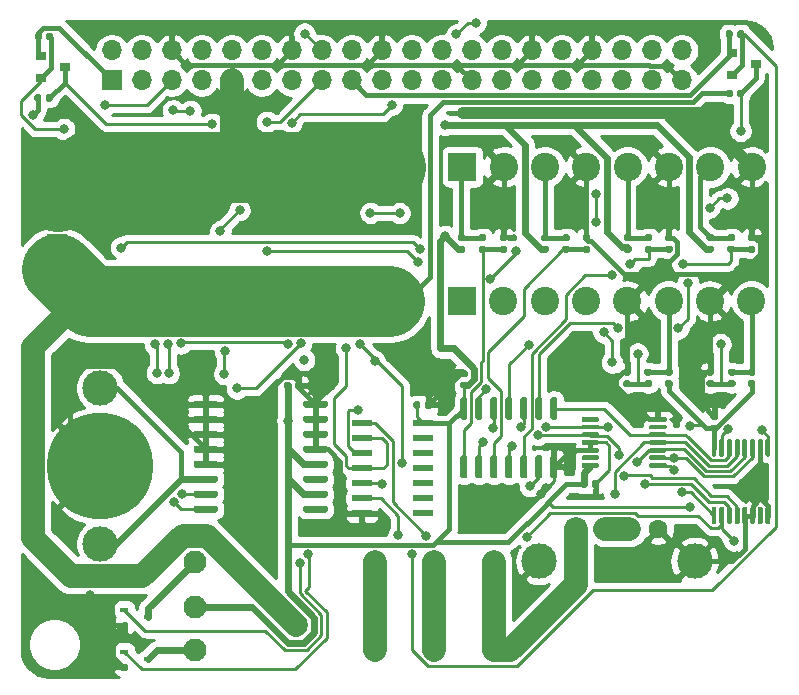
<source format=gtl>
%TF.GenerationSoftware,KiCad,Pcbnew,5.1.6-1.fc31*%
%TF.CreationDate,2020-06-27T23:06:53-07:00*%
%TF.ProjectId,rpi_7seg_alarm_clock,7270695f-3773-4656-975f-616c61726d5f,rev?*%
%TF.SameCoordinates,Original*%
%TF.FileFunction,Copper,L1,Top*%
%TF.FilePolarity,Positive*%
%FSLAX46Y46*%
G04 Gerber Fmt 4.6, Leading zero omitted, Abs format (unit mm)*
G04 Created by KiCad (PCBNEW 5.1.6-1.fc31) date 2020-06-27 23:06:53*
%MOMM*%
%LPD*%
G01*
G04 APERTURE LIST*
%TA.AperFunction,ComponentPad*%
%ADD10R,2.400000X2.400000*%
%TD*%
%TA.AperFunction,ComponentPad*%
%ADD11C,2.400000*%
%TD*%
%TA.AperFunction,ComponentPad*%
%ADD12C,3.000000*%
%TD*%
%TA.AperFunction,SMDPad,CuDef*%
%ADD13C,9.000000*%
%TD*%
%TA.AperFunction,ComponentPad*%
%ADD14R,1.600000X1.500000*%
%TD*%
%TA.AperFunction,ComponentPad*%
%ADD15C,1.600000*%
%TD*%
%TA.AperFunction,ComponentPad*%
%ADD16O,1.700000X1.700000*%
%TD*%
%TA.AperFunction,ComponentPad*%
%ADD17R,1.700000X1.700000*%
%TD*%
%TA.AperFunction,ComponentPad*%
%ADD18C,1.950000*%
%TD*%
%TA.AperFunction,SMDPad,CuDef*%
%ADD19R,0.900000X0.800000*%
%TD*%
%TA.AperFunction,SMDPad,CuDef*%
%ADD20R,0.700000X0.450000*%
%TD*%
%TA.AperFunction,SMDPad,CuDef*%
%ADD21R,1.701800X0.533400*%
%TD*%
%TA.AperFunction,ViaPad*%
%ADD22C,0.800000*%
%TD*%
%TA.AperFunction,ViaPad*%
%ADD23C,1.000000*%
%TD*%
%TA.AperFunction,ViaPad*%
%ADD24C,2.000000*%
%TD*%
%TA.AperFunction,Conductor*%
%ADD25C,0.600000*%
%TD*%
%TA.AperFunction,Conductor*%
%ADD26C,0.400000*%
%TD*%
%TA.AperFunction,Conductor*%
%ADD27C,6.000000*%
%TD*%
%TA.AperFunction,Conductor*%
%ADD28C,2.000000*%
%TD*%
%TA.AperFunction,Conductor*%
%ADD29C,1.000000*%
%TD*%
%TA.AperFunction,Conductor*%
%ADD30C,0.250000*%
%TD*%
%TA.AperFunction,Conductor*%
%ADD31C,0.254000*%
%TD*%
G04 APERTURE END LIST*
D10*
%TO.P,J7,1*%
%TO.N,SW0_B*%
X90070000Y-69320000D03*
D11*
%TO.P,J7,2*%
X93570000Y-69320000D03*
%TO.P,J7,3*%
X97070000Y-69320000D03*
%TO.P,J7,4*%
X100570000Y-69320000D03*
%TO.P,J7,5*%
X104070000Y-69320000D03*
%TO.P,J7,6*%
X107570000Y-69320000D03*
%TO.P,J7,7*%
X111070000Y-69320000D03*
%TO.P,J7,8*%
X114570000Y-69320000D03*
%TD*%
%TO.P,C1,2*%
%TO.N,SW0_B*%
%TA.AperFunction,SMDPad,CuDef*%
G36*
G01*
X133422500Y-86985000D02*
X133077500Y-86985000D01*
G75*
G02*
X132930000Y-86837500I0J147500D01*
G01*
X132930000Y-86542500D01*
G75*
G02*
X133077500Y-86395000I147500J0D01*
G01*
X133422500Y-86395000D01*
G75*
G02*
X133570000Y-86542500I0J-147500D01*
G01*
X133570000Y-86837500D01*
G75*
G02*
X133422500Y-86985000I-147500J0D01*
G01*
G37*
%TD.AperFunction*%
%TO.P,C1,1*%
%TO.N,Net-(C1-Pad1)*%
%TA.AperFunction,SMDPad,CuDef*%
G36*
G01*
X133422500Y-87955000D02*
X133077500Y-87955000D01*
G75*
G02*
X132930000Y-87807500I0J147500D01*
G01*
X132930000Y-87512500D01*
G75*
G02*
X133077500Y-87365000I147500J0D01*
G01*
X133422500Y-87365000D01*
G75*
G02*
X133570000Y-87512500I0J-147500D01*
G01*
X133570000Y-87807500D01*
G75*
G02*
X133422500Y-87955000I-147500J0D01*
G01*
G37*
%TD.AperFunction*%
%TD*%
%TO.P,C2,2*%
%TO.N,SW0_B*%
%TA.AperFunction,SMDPad,CuDef*%
G36*
G01*
X116140000Y-89647500D02*
X116140000Y-89302500D01*
G75*
G02*
X116287500Y-89155000I147500J0D01*
G01*
X116582500Y-89155000D01*
G75*
G02*
X116730000Y-89302500I0J-147500D01*
G01*
X116730000Y-89647500D01*
G75*
G02*
X116582500Y-89795000I-147500J0D01*
G01*
X116287500Y-89795000D01*
G75*
G02*
X116140000Y-89647500I0J147500D01*
G01*
G37*
%TD.AperFunction*%
%TO.P,C2,1*%
%TO.N,+3V3*%
%TA.AperFunction,SMDPad,CuDef*%
G36*
G01*
X115170000Y-89647500D02*
X115170000Y-89302500D01*
G75*
G02*
X115317500Y-89155000I147500J0D01*
G01*
X115612500Y-89155000D01*
G75*
G02*
X115760000Y-89302500I0J-147500D01*
G01*
X115760000Y-89647500D01*
G75*
G02*
X115612500Y-89795000I-147500J0D01*
G01*
X115317500Y-89795000D01*
G75*
G02*
X115170000Y-89647500I0J147500D01*
G01*
G37*
%TD.AperFunction*%
%TD*%
%TO.P,C3,2*%
%TO.N,SW0_B*%
%TA.AperFunction,SMDPad,CuDef*%
G36*
G01*
X140472500Y-86985000D02*
X140127500Y-86985000D01*
G75*
G02*
X139980000Y-86837500I0J147500D01*
G01*
X139980000Y-86542500D01*
G75*
G02*
X140127500Y-86395000I147500J0D01*
G01*
X140472500Y-86395000D01*
G75*
G02*
X140620000Y-86542500I0J-147500D01*
G01*
X140620000Y-86837500D01*
G75*
G02*
X140472500Y-86985000I-147500J0D01*
G01*
G37*
%TD.AperFunction*%
%TO.P,C3,1*%
%TO.N,Net-(C3-Pad1)*%
%TA.AperFunction,SMDPad,CuDef*%
G36*
G01*
X140472500Y-87955000D02*
X140127500Y-87955000D01*
G75*
G02*
X139980000Y-87807500I0J147500D01*
G01*
X139980000Y-87512500D01*
G75*
G02*
X140127500Y-87365000I147500J0D01*
G01*
X140472500Y-87365000D01*
G75*
G02*
X140620000Y-87512500I0J-147500D01*
G01*
X140620000Y-87807500D01*
G75*
G02*
X140472500Y-87955000I-147500J0D01*
G01*
G37*
%TD.AperFunction*%
%TD*%
%TO.P,C4,2*%
%TO.N,SW0_B*%
%TA.AperFunction,SMDPad,CuDef*%
G36*
G01*
X143972500Y-75610000D02*
X143627500Y-75610000D01*
G75*
G02*
X143480000Y-75462500I0J147500D01*
G01*
X143480000Y-75167500D01*
G75*
G02*
X143627500Y-75020000I147500J0D01*
G01*
X143972500Y-75020000D01*
G75*
G02*
X144120000Y-75167500I0J-147500D01*
G01*
X144120000Y-75462500D01*
G75*
G02*
X143972500Y-75610000I-147500J0D01*
G01*
G37*
%TD.AperFunction*%
%TO.P,C4,1*%
%TO.N,Net-(C4-Pad1)*%
%TA.AperFunction,SMDPad,CuDef*%
G36*
G01*
X143972500Y-76580000D02*
X143627500Y-76580000D01*
G75*
G02*
X143480000Y-76432500I0J147500D01*
G01*
X143480000Y-76137500D01*
G75*
G02*
X143627500Y-75990000I147500J0D01*
G01*
X143972500Y-75990000D01*
G75*
G02*
X144120000Y-76137500I0J-147500D01*
G01*
X144120000Y-76432500D01*
G75*
G02*
X143972500Y-76580000I-147500J0D01*
G01*
G37*
%TD.AperFunction*%
%TD*%
%TO.P,C5,2*%
%TO.N,SW0_B*%
%TA.AperFunction,SMDPad,CuDef*%
G36*
G01*
X136972500Y-75610000D02*
X136627500Y-75610000D01*
G75*
G02*
X136480000Y-75462500I0J147500D01*
G01*
X136480000Y-75167500D01*
G75*
G02*
X136627500Y-75020000I147500J0D01*
G01*
X136972500Y-75020000D01*
G75*
G02*
X137120000Y-75167500I0J-147500D01*
G01*
X137120000Y-75462500D01*
G75*
G02*
X136972500Y-75610000I-147500J0D01*
G01*
G37*
%TD.AperFunction*%
%TO.P,C5,1*%
%TO.N,Net-(C5-Pad1)*%
%TA.AperFunction,SMDPad,CuDef*%
G36*
G01*
X136972500Y-76580000D02*
X136627500Y-76580000D01*
G75*
G02*
X136480000Y-76432500I0J147500D01*
G01*
X136480000Y-76137500D01*
G75*
G02*
X136627500Y-75990000I147500J0D01*
G01*
X136972500Y-75990000D01*
G75*
G02*
X137120000Y-76137500I0J-147500D01*
G01*
X137120000Y-76432500D01*
G75*
G02*
X136972500Y-76580000I-147500J0D01*
G01*
G37*
%TD.AperFunction*%
%TD*%
%TO.P,C6,2*%
%TO.N,SW0_B*%
%TA.AperFunction,SMDPad,CuDef*%
G36*
G01*
X105180000Y-87997500D02*
X105180000Y-87652500D01*
G75*
G02*
X105327500Y-87505000I147500J0D01*
G01*
X105622500Y-87505000D01*
G75*
G02*
X105770000Y-87652500I0J-147500D01*
G01*
X105770000Y-87997500D01*
G75*
G02*
X105622500Y-88145000I-147500J0D01*
G01*
X105327500Y-88145000D01*
G75*
G02*
X105180000Y-87997500I0J147500D01*
G01*
G37*
%TD.AperFunction*%
%TO.P,C6,1*%
%TO.N,+3V3*%
%TA.AperFunction,SMDPad,CuDef*%
G36*
G01*
X104210000Y-87997500D02*
X104210000Y-87652500D01*
G75*
G02*
X104357500Y-87505000I147500J0D01*
G01*
X104652500Y-87505000D01*
G75*
G02*
X104800000Y-87652500I0J-147500D01*
G01*
X104800000Y-87997500D01*
G75*
G02*
X104652500Y-88145000I-147500J0D01*
G01*
X104357500Y-88145000D01*
G75*
G02*
X104210000Y-87997500I0J147500D01*
G01*
G37*
%TD.AperFunction*%
%TD*%
%TO.P,C7,2*%
%TO.N,SW0_B*%
%TA.AperFunction,SMDPad,CuDef*%
G36*
G01*
X129997500Y-75610000D02*
X129652500Y-75610000D01*
G75*
G02*
X129505000Y-75462500I0J147500D01*
G01*
X129505000Y-75167500D01*
G75*
G02*
X129652500Y-75020000I147500J0D01*
G01*
X129997500Y-75020000D01*
G75*
G02*
X130145000Y-75167500I0J-147500D01*
G01*
X130145000Y-75462500D01*
G75*
G02*
X129997500Y-75610000I-147500J0D01*
G01*
G37*
%TD.AperFunction*%
%TO.P,C7,1*%
%TO.N,Net-(C7-Pad1)*%
%TA.AperFunction,SMDPad,CuDef*%
G36*
G01*
X129997500Y-76580000D02*
X129652500Y-76580000D01*
G75*
G02*
X129505000Y-76432500I0J147500D01*
G01*
X129505000Y-76137500D01*
G75*
G02*
X129652500Y-75990000I147500J0D01*
G01*
X129997500Y-75990000D01*
G75*
G02*
X130145000Y-76137500I0J-147500D01*
G01*
X130145000Y-76432500D01*
G75*
G02*
X129997500Y-76580000I-147500J0D01*
G01*
G37*
%TD.AperFunction*%
%TD*%
%TO.P,C8,2*%
%TO.N,SW0_B*%
%TA.AperFunction,SMDPad,CuDef*%
G36*
G01*
X122972500Y-75610000D02*
X122627500Y-75610000D01*
G75*
G02*
X122480000Y-75462500I0J147500D01*
G01*
X122480000Y-75167500D01*
G75*
G02*
X122627500Y-75020000I147500J0D01*
G01*
X122972500Y-75020000D01*
G75*
G02*
X123120000Y-75167500I0J-147500D01*
G01*
X123120000Y-75462500D01*
G75*
G02*
X122972500Y-75610000I-147500J0D01*
G01*
G37*
%TD.AperFunction*%
%TO.P,C8,1*%
%TO.N,Net-(C8-Pad1)*%
%TA.AperFunction,SMDPad,CuDef*%
G36*
G01*
X122972500Y-76580000D02*
X122627500Y-76580000D01*
G75*
G02*
X122480000Y-76432500I0J147500D01*
G01*
X122480000Y-76137500D01*
G75*
G02*
X122627500Y-75990000I147500J0D01*
G01*
X122972500Y-75990000D01*
G75*
G02*
X123120000Y-76137500I0J-147500D01*
G01*
X123120000Y-76432500D01*
G75*
G02*
X122972500Y-76580000I-147500J0D01*
G01*
G37*
%TD.AperFunction*%
%TD*%
%TO.P,C9,2*%
%TO.N,+3V3*%
%TA.AperFunction,SMDPad,CuDef*%
G36*
G01*
X140452500Y-91130000D02*
X140797500Y-91130000D01*
G75*
G02*
X140945000Y-91277500I0J-147500D01*
G01*
X140945000Y-91572500D01*
G75*
G02*
X140797500Y-91720000I-147500J0D01*
G01*
X140452500Y-91720000D01*
G75*
G02*
X140305000Y-91572500I0J147500D01*
G01*
X140305000Y-91277500D01*
G75*
G02*
X140452500Y-91130000I147500J0D01*
G01*
G37*
%TD.AperFunction*%
%TO.P,C9,1*%
%TO.N,SW0_B*%
%TA.AperFunction,SMDPad,CuDef*%
G36*
G01*
X140452500Y-90160000D02*
X140797500Y-90160000D01*
G75*
G02*
X140945000Y-90307500I0J-147500D01*
G01*
X140945000Y-90602500D01*
G75*
G02*
X140797500Y-90750000I-147500J0D01*
G01*
X140452500Y-90750000D01*
G75*
G02*
X140305000Y-90602500I0J147500D01*
G01*
X140305000Y-90307500D01*
G75*
G02*
X140452500Y-90160000I147500J0D01*
G01*
G37*
%TD.AperFunction*%
%TD*%
%TO.P,C10,2*%
%TO.N,SW0_B*%
%TA.AperFunction,SMDPad,CuDef*%
G36*
G01*
X130265000Y-96347500D02*
X130265000Y-96002500D01*
G75*
G02*
X130412500Y-95855000I147500J0D01*
G01*
X130707500Y-95855000D01*
G75*
G02*
X130855000Y-96002500I0J-147500D01*
G01*
X130855000Y-96347500D01*
G75*
G02*
X130707500Y-96495000I-147500J0D01*
G01*
X130412500Y-96495000D01*
G75*
G02*
X130265000Y-96347500I0J147500D01*
G01*
G37*
%TD.AperFunction*%
%TO.P,C10,1*%
%TO.N,+3V3*%
%TA.AperFunction,SMDPad,CuDef*%
G36*
G01*
X129295000Y-96347500D02*
X129295000Y-96002500D01*
G75*
G02*
X129442500Y-95855000I147500J0D01*
G01*
X129737500Y-95855000D01*
G75*
G02*
X129885000Y-96002500I0J-147500D01*
G01*
X129885000Y-96347500D01*
G75*
G02*
X129737500Y-96495000I-147500J0D01*
G01*
X129442500Y-96495000D01*
G75*
G02*
X129295000Y-96347500I0J147500D01*
G01*
G37*
%TD.AperFunction*%
%TD*%
%TO.P,C11,2*%
%TO.N,+3V3*%
%TA.AperFunction,SMDPad,CuDef*%
G36*
G01*
X119277500Y-87490000D02*
X119622500Y-87490000D01*
G75*
G02*
X119770000Y-87637500I0J-147500D01*
G01*
X119770000Y-87932500D01*
G75*
G02*
X119622500Y-88080000I-147500J0D01*
G01*
X119277500Y-88080000D01*
G75*
G02*
X119130000Y-87932500I0J147500D01*
G01*
X119130000Y-87637500D01*
G75*
G02*
X119277500Y-87490000I147500J0D01*
G01*
G37*
%TD.AperFunction*%
%TO.P,C11,1*%
%TO.N,SW0_B*%
%TA.AperFunction,SMDPad,CuDef*%
G36*
G01*
X119277500Y-86520000D02*
X119622500Y-86520000D01*
G75*
G02*
X119770000Y-86667500I0J-147500D01*
G01*
X119770000Y-86962500D01*
G75*
G02*
X119622500Y-87110000I-147500J0D01*
G01*
X119277500Y-87110000D01*
G75*
G02*
X119130000Y-86962500I0J147500D01*
G01*
X119130000Y-86667500D01*
G75*
G02*
X119277500Y-86520000I147500J0D01*
G01*
G37*
%TD.AperFunction*%
%TD*%
%TO.P,R1,2*%
%TO.N,SW5_A*%
%TA.AperFunction,SMDPad,CuDef*%
G36*
G01*
X136972500Y-86985000D02*
X136627500Y-86985000D01*
G75*
G02*
X136480000Y-86837500I0J147500D01*
G01*
X136480000Y-86542500D01*
G75*
G02*
X136627500Y-86395000I147500J0D01*
G01*
X136972500Y-86395000D01*
G75*
G02*
X137120000Y-86542500I0J-147500D01*
G01*
X137120000Y-86837500D01*
G75*
G02*
X136972500Y-86985000I-147500J0D01*
G01*
G37*
%TD.AperFunction*%
%TO.P,R1,1*%
%TO.N,+3V3*%
%TA.AperFunction,SMDPad,CuDef*%
G36*
G01*
X136972500Y-87955000D02*
X136627500Y-87955000D01*
G75*
G02*
X136480000Y-87807500I0J147500D01*
G01*
X136480000Y-87512500D01*
G75*
G02*
X136627500Y-87365000I147500J0D01*
G01*
X136972500Y-87365000D01*
G75*
G02*
X137120000Y-87512500I0J-147500D01*
G01*
X137120000Y-87807500D01*
G75*
G02*
X136972500Y-87955000I-147500J0D01*
G01*
G37*
%TD.AperFunction*%
%TD*%
%TO.P,R2,2*%
%TO.N,SW5_A*%
%TA.AperFunction,SMDPad,CuDef*%
G36*
G01*
X135222500Y-86985000D02*
X134877500Y-86985000D01*
G75*
G02*
X134730000Y-86837500I0J147500D01*
G01*
X134730000Y-86542500D01*
G75*
G02*
X134877500Y-86395000I147500J0D01*
G01*
X135222500Y-86395000D01*
G75*
G02*
X135370000Y-86542500I0J-147500D01*
G01*
X135370000Y-86837500D01*
G75*
G02*
X135222500Y-86985000I-147500J0D01*
G01*
G37*
%TD.AperFunction*%
%TO.P,R2,1*%
%TO.N,Net-(C1-Pad1)*%
%TA.AperFunction,SMDPad,CuDef*%
G36*
G01*
X135222500Y-87955000D02*
X134877500Y-87955000D01*
G75*
G02*
X134730000Y-87807500I0J147500D01*
G01*
X134730000Y-87512500D01*
G75*
G02*
X134877500Y-87365000I147500J0D01*
G01*
X135222500Y-87365000D01*
G75*
G02*
X135370000Y-87512500I0J-147500D01*
G01*
X135370000Y-87807500D01*
G75*
G02*
X135222500Y-87955000I-147500J0D01*
G01*
G37*
%TD.AperFunction*%
%TD*%
%TO.P,R3,2*%
%TO.N,SW4_A*%
%TA.AperFunction,SMDPad,CuDef*%
G36*
G01*
X143972500Y-86985000D02*
X143627500Y-86985000D01*
G75*
G02*
X143480000Y-86837500I0J147500D01*
G01*
X143480000Y-86542500D01*
G75*
G02*
X143627500Y-86395000I147500J0D01*
G01*
X143972500Y-86395000D01*
G75*
G02*
X144120000Y-86542500I0J-147500D01*
G01*
X144120000Y-86837500D01*
G75*
G02*
X143972500Y-86985000I-147500J0D01*
G01*
G37*
%TD.AperFunction*%
%TO.P,R3,1*%
%TO.N,+3V3*%
%TA.AperFunction,SMDPad,CuDef*%
G36*
G01*
X143972500Y-87955000D02*
X143627500Y-87955000D01*
G75*
G02*
X143480000Y-87807500I0J147500D01*
G01*
X143480000Y-87512500D01*
G75*
G02*
X143627500Y-87365000I147500J0D01*
G01*
X143972500Y-87365000D01*
G75*
G02*
X144120000Y-87512500I0J-147500D01*
G01*
X144120000Y-87807500D01*
G75*
G02*
X143972500Y-87955000I-147500J0D01*
G01*
G37*
%TD.AperFunction*%
%TD*%
%TO.P,R4,2*%
%TO.N,SW4_A*%
%TA.AperFunction,SMDPad,CuDef*%
G36*
G01*
X142297500Y-86985000D02*
X141952500Y-86985000D01*
G75*
G02*
X141805000Y-86837500I0J147500D01*
G01*
X141805000Y-86542500D01*
G75*
G02*
X141952500Y-86395000I147500J0D01*
G01*
X142297500Y-86395000D01*
G75*
G02*
X142445000Y-86542500I0J-147500D01*
G01*
X142445000Y-86837500D01*
G75*
G02*
X142297500Y-86985000I-147500J0D01*
G01*
G37*
%TD.AperFunction*%
%TO.P,R4,1*%
%TO.N,Net-(C3-Pad1)*%
%TA.AperFunction,SMDPad,CuDef*%
G36*
G01*
X142297500Y-87955000D02*
X141952500Y-87955000D01*
G75*
G02*
X141805000Y-87807500I0J147500D01*
G01*
X141805000Y-87512500D01*
G75*
G02*
X141952500Y-87365000I147500J0D01*
G01*
X142297500Y-87365000D01*
G75*
G02*
X142445000Y-87512500I0J-147500D01*
G01*
X142445000Y-87807500D01*
G75*
G02*
X142297500Y-87955000I-147500J0D01*
G01*
G37*
%TD.AperFunction*%
%TD*%
%TO.P,R5,2*%
%TO.N,SW3_A*%
%TA.AperFunction,SMDPad,CuDef*%
G36*
G01*
X140472500Y-75610000D02*
X140127500Y-75610000D01*
G75*
G02*
X139980000Y-75462500I0J147500D01*
G01*
X139980000Y-75167500D01*
G75*
G02*
X140127500Y-75020000I147500J0D01*
G01*
X140472500Y-75020000D01*
G75*
G02*
X140620000Y-75167500I0J-147500D01*
G01*
X140620000Y-75462500D01*
G75*
G02*
X140472500Y-75610000I-147500J0D01*
G01*
G37*
%TD.AperFunction*%
%TO.P,R5,1*%
%TO.N,+3V3*%
%TA.AperFunction,SMDPad,CuDef*%
G36*
G01*
X140472500Y-76580000D02*
X140127500Y-76580000D01*
G75*
G02*
X139980000Y-76432500I0J147500D01*
G01*
X139980000Y-76137500D01*
G75*
G02*
X140127500Y-75990000I147500J0D01*
G01*
X140472500Y-75990000D01*
G75*
G02*
X140620000Y-76137500I0J-147500D01*
G01*
X140620000Y-76432500D01*
G75*
G02*
X140472500Y-76580000I-147500J0D01*
G01*
G37*
%TD.AperFunction*%
%TD*%
%TO.P,R6,2*%
%TO.N,SW3_A*%
%TA.AperFunction,SMDPad,CuDef*%
G36*
G01*
X142247500Y-75610000D02*
X141902500Y-75610000D01*
G75*
G02*
X141755000Y-75462500I0J147500D01*
G01*
X141755000Y-75167500D01*
G75*
G02*
X141902500Y-75020000I147500J0D01*
G01*
X142247500Y-75020000D01*
G75*
G02*
X142395000Y-75167500I0J-147500D01*
G01*
X142395000Y-75462500D01*
G75*
G02*
X142247500Y-75610000I-147500J0D01*
G01*
G37*
%TD.AperFunction*%
%TO.P,R6,1*%
%TO.N,Net-(C4-Pad1)*%
%TA.AperFunction,SMDPad,CuDef*%
G36*
G01*
X142247500Y-76580000D02*
X141902500Y-76580000D01*
G75*
G02*
X141755000Y-76432500I0J147500D01*
G01*
X141755000Y-76137500D01*
G75*
G02*
X141902500Y-75990000I147500J0D01*
G01*
X142247500Y-75990000D01*
G75*
G02*
X142395000Y-76137500I0J-147500D01*
G01*
X142395000Y-76432500D01*
G75*
G02*
X142247500Y-76580000I-147500J0D01*
G01*
G37*
%TD.AperFunction*%
%TD*%
%TO.P,R7,2*%
%TO.N,Net-(Q1-Pad2)*%
%TA.AperFunction,SMDPad,CuDef*%
G36*
G01*
X84065000Y-58447500D02*
X84065000Y-58102500D01*
G75*
G02*
X84212500Y-57955000I147500J0D01*
G01*
X84507500Y-57955000D01*
G75*
G02*
X84655000Y-58102500I0J-147500D01*
G01*
X84655000Y-58447500D01*
G75*
G02*
X84507500Y-58595000I-147500J0D01*
G01*
X84212500Y-58595000D01*
G75*
G02*
X84065000Y-58447500I0J147500D01*
G01*
G37*
%TD.AperFunction*%
%TO.P,R7,1*%
%TO.N,+3V3*%
%TA.AperFunction,SMDPad,CuDef*%
G36*
G01*
X83095000Y-58447500D02*
X83095000Y-58102500D01*
G75*
G02*
X83242500Y-57955000I147500J0D01*
G01*
X83537500Y-57955000D01*
G75*
G02*
X83685000Y-58102500I0J-147500D01*
G01*
X83685000Y-58447500D01*
G75*
G02*
X83537500Y-58595000I-147500J0D01*
G01*
X83242500Y-58595000D01*
G75*
G02*
X83095000Y-58447500I0J147500D01*
G01*
G37*
%TD.AperFunction*%
%TD*%
%TO.P,R8,2*%
%TO.N,Net-(Q2-Pad2)*%
%TA.AperFunction,SMDPad,CuDef*%
G36*
G01*
X142575000Y-58247500D02*
X142575000Y-57902500D01*
G75*
G02*
X142722500Y-57755000I147500J0D01*
G01*
X143017500Y-57755000D01*
G75*
G02*
X143165000Y-57902500I0J-147500D01*
G01*
X143165000Y-58247500D01*
G75*
G02*
X143017500Y-58395000I-147500J0D01*
G01*
X142722500Y-58395000D01*
G75*
G02*
X142575000Y-58247500I0J147500D01*
G01*
G37*
%TD.AperFunction*%
%TO.P,R8,1*%
%TO.N,+3V3*%
%TA.AperFunction,SMDPad,CuDef*%
G36*
G01*
X141605000Y-58247500D02*
X141605000Y-57902500D01*
G75*
G02*
X141752500Y-57755000I147500J0D01*
G01*
X142047500Y-57755000D01*
G75*
G02*
X142195000Y-57902500I0J-147500D01*
G01*
X142195000Y-58247500D01*
G75*
G02*
X142047500Y-58395000I-147500J0D01*
G01*
X141752500Y-58395000D01*
G75*
G02*
X141605000Y-58247500I0J147500D01*
G01*
G37*
%TD.AperFunction*%
%TD*%
%TO.P,R9,2*%
%TO.N,DISP_SER_OUT*%
%TA.AperFunction,SMDPad,CuDef*%
G36*
G01*
X84030000Y-63647500D02*
X84030000Y-63302500D01*
G75*
G02*
X84177500Y-63155000I147500J0D01*
G01*
X84472500Y-63155000D01*
G75*
G02*
X84620000Y-63302500I0J-147500D01*
G01*
X84620000Y-63647500D01*
G75*
G02*
X84472500Y-63795000I-147500J0D01*
G01*
X84177500Y-63795000D01*
G75*
G02*
X84030000Y-63647500I0J147500D01*
G01*
G37*
%TD.AperFunction*%
%TO.P,R9,1*%
%TO.N,+5V*%
%TA.AperFunction,SMDPad,CuDef*%
G36*
G01*
X83060000Y-63647500D02*
X83060000Y-63302500D01*
G75*
G02*
X83207500Y-63155000I147500J0D01*
G01*
X83502500Y-63155000D01*
G75*
G02*
X83650000Y-63302500I0J-147500D01*
G01*
X83650000Y-63647500D01*
G75*
G02*
X83502500Y-63795000I-147500J0D01*
G01*
X83207500Y-63795000D01*
G75*
G02*
X83060000Y-63647500I0J147500D01*
G01*
G37*
%TD.AperFunction*%
%TD*%
%TO.P,R10,2*%
%TO.N,DISP_CLK_OUT*%
%TA.AperFunction,SMDPad,CuDef*%
G36*
G01*
X142575000Y-63272500D02*
X142575000Y-62927500D01*
G75*
G02*
X142722500Y-62780000I147500J0D01*
G01*
X143017500Y-62780000D01*
G75*
G02*
X143165000Y-62927500I0J-147500D01*
G01*
X143165000Y-63272500D01*
G75*
G02*
X143017500Y-63420000I-147500J0D01*
G01*
X142722500Y-63420000D01*
G75*
G02*
X142575000Y-63272500I0J147500D01*
G01*
G37*
%TD.AperFunction*%
%TO.P,R10,1*%
%TO.N,+5V*%
%TA.AperFunction,SMDPad,CuDef*%
G36*
G01*
X141605000Y-63272500D02*
X141605000Y-62927500D01*
G75*
G02*
X141752500Y-62780000I147500J0D01*
G01*
X142047500Y-62780000D01*
G75*
G02*
X142195000Y-62927500I0J-147500D01*
G01*
X142195000Y-63272500D01*
G75*
G02*
X142047500Y-63420000I-147500J0D01*
G01*
X141752500Y-63420000D01*
G75*
G02*
X141605000Y-63272500I0J147500D01*
G01*
G37*
%TD.AperFunction*%
%TD*%
%TO.P,R11,2*%
%TO.N,SW2_A*%
%TA.AperFunction,SMDPad,CuDef*%
G36*
G01*
X133472500Y-75610000D02*
X133127500Y-75610000D01*
G75*
G02*
X132980000Y-75462500I0J147500D01*
G01*
X132980000Y-75167500D01*
G75*
G02*
X133127500Y-75020000I147500J0D01*
G01*
X133472500Y-75020000D01*
G75*
G02*
X133620000Y-75167500I0J-147500D01*
G01*
X133620000Y-75462500D01*
G75*
G02*
X133472500Y-75610000I-147500J0D01*
G01*
G37*
%TD.AperFunction*%
%TO.P,R11,1*%
%TO.N,+3V3*%
%TA.AperFunction,SMDPad,CuDef*%
G36*
G01*
X133472500Y-76580000D02*
X133127500Y-76580000D01*
G75*
G02*
X132980000Y-76432500I0J147500D01*
G01*
X132980000Y-76137500D01*
G75*
G02*
X133127500Y-75990000I147500J0D01*
G01*
X133472500Y-75990000D01*
G75*
G02*
X133620000Y-76137500I0J-147500D01*
G01*
X133620000Y-76432500D01*
G75*
G02*
X133472500Y-76580000I-147500J0D01*
G01*
G37*
%TD.AperFunction*%
%TD*%
%TO.P,R12,2*%
%TO.N,SW2_A*%
%TA.AperFunction,SMDPad,CuDef*%
G36*
G01*
X135247500Y-75610000D02*
X134902500Y-75610000D01*
G75*
G02*
X134755000Y-75462500I0J147500D01*
G01*
X134755000Y-75167500D01*
G75*
G02*
X134902500Y-75020000I147500J0D01*
G01*
X135247500Y-75020000D01*
G75*
G02*
X135395000Y-75167500I0J-147500D01*
G01*
X135395000Y-75462500D01*
G75*
G02*
X135247500Y-75610000I-147500J0D01*
G01*
G37*
%TD.AperFunction*%
%TO.P,R12,1*%
%TO.N,Net-(C5-Pad1)*%
%TA.AperFunction,SMDPad,CuDef*%
G36*
G01*
X135247500Y-76580000D02*
X134902500Y-76580000D01*
G75*
G02*
X134755000Y-76432500I0J147500D01*
G01*
X134755000Y-76137500D01*
G75*
G02*
X134902500Y-75990000I147500J0D01*
G01*
X135247500Y-75990000D01*
G75*
G02*
X135395000Y-76137500I0J-147500D01*
G01*
X135395000Y-76432500D01*
G75*
G02*
X135247500Y-76580000I-147500J0D01*
G01*
G37*
%TD.AperFunction*%
%TD*%
%TO.P,R13,2*%
%TO.N,SW1_A*%
%TA.AperFunction,SMDPad,CuDef*%
G36*
G01*
X126472500Y-75610000D02*
X126127500Y-75610000D01*
G75*
G02*
X125980000Y-75462500I0J147500D01*
G01*
X125980000Y-75167500D01*
G75*
G02*
X126127500Y-75020000I147500J0D01*
G01*
X126472500Y-75020000D01*
G75*
G02*
X126620000Y-75167500I0J-147500D01*
G01*
X126620000Y-75462500D01*
G75*
G02*
X126472500Y-75610000I-147500J0D01*
G01*
G37*
%TD.AperFunction*%
%TO.P,R13,1*%
%TO.N,+3V3*%
%TA.AperFunction,SMDPad,CuDef*%
G36*
G01*
X126472500Y-76580000D02*
X126127500Y-76580000D01*
G75*
G02*
X125980000Y-76432500I0J147500D01*
G01*
X125980000Y-76137500D01*
G75*
G02*
X126127500Y-75990000I147500J0D01*
G01*
X126472500Y-75990000D01*
G75*
G02*
X126620000Y-76137500I0J-147500D01*
G01*
X126620000Y-76432500D01*
G75*
G02*
X126472500Y-76580000I-147500J0D01*
G01*
G37*
%TD.AperFunction*%
%TD*%
%TO.P,R14,2*%
%TO.N,SW1_A*%
%TA.AperFunction,SMDPad,CuDef*%
G36*
G01*
X128272500Y-75610000D02*
X127927500Y-75610000D01*
G75*
G02*
X127780000Y-75462500I0J147500D01*
G01*
X127780000Y-75167500D01*
G75*
G02*
X127927500Y-75020000I147500J0D01*
G01*
X128272500Y-75020000D01*
G75*
G02*
X128420000Y-75167500I0J-147500D01*
G01*
X128420000Y-75462500D01*
G75*
G02*
X128272500Y-75610000I-147500J0D01*
G01*
G37*
%TD.AperFunction*%
%TO.P,R14,1*%
%TO.N,Net-(C7-Pad1)*%
%TA.AperFunction,SMDPad,CuDef*%
G36*
G01*
X128272500Y-76580000D02*
X127927500Y-76580000D01*
G75*
G02*
X127780000Y-76432500I0J147500D01*
G01*
X127780000Y-76137500D01*
G75*
G02*
X127927500Y-75990000I147500J0D01*
G01*
X128272500Y-75990000D01*
G75*
G02*
X128420000Y-76137500I0J-147500D01*
G01*
X128420000Y-76432500D01*
G75*
G02*
X128272500Y-76580000I-147500J0D01*
G01*
G37*
%TD.AperFunction*%
%TD*%
%TO.P,R15,2*%
%TO.N,SW0_A*%
%TA.AperFunction,SMDPad,CuDef*%
G36*
G01*
X119397500Y-75610000D02*
X119052500Y-75610000D01*
G75*
G02*
X118905000Y-75462500I0J147500D01*
G01*
X118905000Y-75167500D01*
G75*
G02*
X119052500Y-75020000I147500J0D01*
G01*
X119397500Y-75020000D01*
G75*
G02*
X119545000Y-75167500I0J-147500D01*
G01*
X119545000Y-75462500D01*
G75*
G02*
X119397500Y-75610000I-147500J0D01*
G01*
G37*
%TD.AperFunction*%
%TO.P,R15,1*%
%TO.N,+3V3*%
%TA.AperFunction,SMDPad,CuDef*%
G36*
G01*
X119397500Y-76580000D02*
X119052500Y-76580000D01*
G75*
G02*
X118905000Y-76432500I0J147500D01*
G01*
X118905000Y-76137500D01*
G75*
G02*
X119052500Y-75990000I147500J0D01*
G01*
X119397500Y-75990000D01*
G75*
G02*
X119545000Y-76137500I0J-147500D01*
G01*
X119545000Y-76432500D01*
G75*
G02*
X119397500Y-76580000I-147500J0D01*
G01*
G37*
%TD.AperFunction*%
%TD*%
%TO.P,R16,2*%
%TO.N,SW0_A*%
%TA.AperFunction,SMDPad,CuDef*%
G36*
G01*
X121197500Y-75610000D02*
X120852500Y-75610000D01*
G75*
G02*
X120705000Y-75462500I0J147500D01*
G01*
X120705000Y-75167500D01*
G75*
G02*
X120852500Y-75020000I147500J0D01*
G01*
X121197500Y-75020000D01*
G75*
G02*
X121345000Y-75167500I0J-147500D01*
G01*
X121345000Y-75462500D01*
G75*
G02*
X121197500Y-75610000I-147500J0D01*
G01*
G37*
%TD.AperFunction*%
%TO.P,R16,1*%
%TO.N,Net-(C8-Pad1)*%
%TA.AperFunction,SMDPad,CuDef*%
G36*
G01*
X121197500Y-76580000D02*
X120852500Y-76580000D01*
G75*
G02*
X120705000Y-76432500I0J147500D01*
G01*
X120705000Y-76137500D01*
G75*
G02*
X120852500Y-75990000I147500J0D01*
G01*
X121197500Y-75990000D01*
G75*
G02*
X121345000Y-76137500I0J-147500D01*
G01*
X121345000Y-76432500D01*
G75*
G02*
X121197500Y-76580000I-147500J0D01*
G01*
G37*
%TD.AperFunction*%
%TD*%
D10*
%TO.P,J4,1*%
%TO.N,DISP_CLK_OUT*%
X119285000Y-80680000D03*
D11*
%TO.P,J4,2*%
%TO.N,DISP_SER_OUT*%
X122785000Y-80680000D03*
%TO.P,J4,3*%
%TO.N,Net-(J4-Pad3)*%
X126285000Y-80680000D03*
%TO.P,J4,4*%
%TO.N,Net-(J4-Pad4)*%
X129785000Y-80680000D03*
%TO.P,J4,5*%
%TO.N,SW0_B*%
X133285000Y-80680000D03*
%TO.P,J4,6*%
%TO.N,SW5_A*%
X136785000Y-80680000D03*
%TO.P,J4,7*%
%TO.N,SW0_B*%
X140285000Y-80680000D03*
%TO.P,J4,8*%
%TO.N,SW4_A*%
X143785000Y-80680000D03*
%TD*%
D10*
%TO.P,J5,1*%
%TO.N,+5V*%
X90075000Y-80670000D03*
D11*
%TO.P,J5,2*%
X93575000Y-80670000D03*
%TO.P,J5,3*%
X97075000Y-80670000D03*
%TO.P,J5,4*%
X100575000Y-80670000D03*
%TO.P,J5,5*%
X104075000Y-80670000D03*
%TO.P,J5,6*%
X107575000Y-80670000D03*
%TO.P,J5,7*%
X111075000Y-80670000D03*
%TO.P,J5,8*%
X114575000Y-80670000D03*
%TD*%
D10*
%TO.P,J6,1*%
%TO.N,SW0_A*%
X119300000Y-69320000D03*
D11*
%TO.P,J6,2*%
%TO.N,SW0_B*%
X122800000Y-69320000D03*
%TO.P,J6,3*%
%TO.N,SW1_A*%
X126300000Y-69320000D03*
%TO.P,J6,4*%
%TO.N,SW0_B*%
X129800000Y-69320000D03*
%TO.P,J6,5*%
%TO.N,SW2_A*%
X133300000Y-69320000D03*
%TO.P,J6,6*%
%TO.N,SW0_B*%
X136800000Y-69320000D03*
%TO.P,J6,7*%
%TO.N,SW3_A*%
X140300000Y-69320000D03*
%TO.P,J6,8*%
%TO.N,SW0_B*%
X143800000Y-69320000D03*
%TD*%
D12*
%TO.P,BT1,1*%
%TO.N,Net-(BT1-Pad1)*%
X88646000Y-88040000D03*
X88646000Y-101240000D03*
D13*
%TO.P,BT1,2*%
%TO.N,SW0_B*%
X88646000Y-94640000D03*
%TD*%
D12*
%TO.P,J1,5*%
%TO.N,SW0_B*%
X125840000Y-102680000D03*
X138980000Y-102680000D03*
D14*
%TO.P,J1,1*%
%TO.N,Net-(J1-Pad1)*%
X128910000Y-99970000D03*
D15*
%TO.P,J1,2*%
%TO.N,Net-(J1-Pad2)*%
X131410000Y-99970000D03*
%TO.P,J1,3*%
X133410000Y-99970000D03*
%TO.P,J1,4*%
%TO.N,SW0_B*%
X135910000Y-99970000D03*
%TD*%
D16*
%TO.P,J2,40*%
%TO.N,GPIO21*%
X137880000Y-59460000D03*
%TO.P,J2,39*%
%TO.N,SW0_B*%
X137880000Y-62000000D03*
%TO.P,J2,38*%
%TO.N,GPIO20*%
X135340000Y-59460000D03*
%TO.P,J2,37*%
%TO.N,GPIO26*%
X135340000Y-62000000D03*
%TO.P,J2,36*%
%TO.N,GPIO16*%
X132800000Y-59460000D03*
%TO.P,J2,35*%
%TO.N,GPIO19*%
X132800000Y-62000000D03*
%TO.P,J2,34*%
%TO.N,SW0_B*%
X130260000Y-59460000D03*
%TO.P,J2,33*%
%TO.N,GPIO13*%
X130260000Y-62000000D03*
%TO.P,J2,32*%
%TO.N,GPIO12*%
X127720000Y-59460000D03*
%TO.P,J2,31*%
%TO.N,GPIO6*%
X127720000Y-62000000D03*
%TO.P,J2,30*%
%TO.N,SW0_B*%
X125180000Y-59460000D03*
%TO.P,J2,29*%
%TO.N,GPIO5*%
X125180000Y-62000000D03*
%TO.P,J2,28*%
%TO.N,GPIO1*%
X122640000Y-59460000D03*
%TO.P,J2,27*%
%TO.N,GPIO0*%
X122640000Y-62000000D03*
%TO.P,J2,26*%
%TO.N,GPIO7*%
X120100000Y-59460000D03*
%TO.P,J2,25*%
%TO.N,SW0_B*%
X120100000Y-62000000D03*
%TO.P,J2,24*%
%TO.N,GPIO8*%
X117560000Y-59460000D03*
%TO.P,J2,23*%
%TO.N,GPIO11*%
X117560000Y-62000000D03*
%TO.P,J2,22*%
%TO.N,BTNS_SHLD*%
X115020000Y-59460000D03*
%TO.P,J2,21*%
%TO.N,BTNS_SER*%
X115020000Y-62000000D03*
%TO.P,J2,20*%
%TO.N,SW0_B*%
X112480000Y-59460000D03*
%TO.P,J2,19*%
%TO.N,DISP_SER*%
X112480000Y-62000000D03*
%TO.P,J2,18*%
%TO.N,GPIO24*%
X109940000Y-59460000D03*
%TO.P,J2,17*%
%TO.N,+3V3*%
X109940000Y-62000000D03*
%TO.P,J2,16*%
%TO.N,GPIO23*%
X107400000Y-59460000D03*
%TO.P,J2,15*%
%TO.N,GPIO22*%
X107400000Y-62000000D03*
%TO.P,J2,14*%
%TO.N,SW0_B*%
X104860000Y-59460000D03*
%TO.P,J2,13*%
%TO.N,GPIO27*%
X104860000Y-62000000D03*
%TO.P,J2,12*%
%TO.N,GPIO18*%
X102320000Y-59460000D03*
%TO.P,J2,11*%
%TO.N,GPIO17*%
X102320000Y-62000000D03*
%TO.P,J2,10*%
%TO.N,GPIO15*%
X99780000Y-59460000D03*
%TO.P,J2,9*%
%TO.N,SW0_B*%
X99780000Y-62000000D03*
%TO.P,J2,8*%
%TO.N,GPIO14*%
X97240000Y-59460000D03*
%TO.P,J2,7*%
%TO.N,BTN_INT*%
X97240000Y-62000000D03*
%TO.P,J2,6*%
%TO.N,SW0_B*%
X94700000Y-59460000D03*
%TO.P,J2,5*%
%TO.N,GPIO3*%
X94700000Y-62000000D03*
%TO.P,J2,4*%
%TO.N,+5V*%
X92160000Y-59460000D03*
%TO.P,J2,3*%
%TO.N,GPIO2*%
X92160000Y-62000000D03*
%TO.P,J2,2*%
%TO.N,+5V*%
X89620000Y-59460000D03*
D17*
%TO.P,J2,1*%
%TO.N,+3V3*%
X89620000Y-62000000D03*
%TD*%
%TO.P,J3,1*%
%TO.N,+5V*%
X85025000Y-75840000D03*
D16*
%TO.P,J3,2*%
%TO.N,SW0_B*%
X85025000Y-73300000D03*
%TD*%
D18*
%TO.P,K1,12*%
%TO.N,Net-(K1-Pad12)*%
X111910000Y-110230000D03*
%TO.P,K1,2*%
X111910000Y-102730000D03*
%TO.P,K1,1*%
%TO.N,+5V*%
X116950000Y-102730000D03*
%TO.P,K1,11*%
X116950000Y-110230000D03*
%TO.P,K1,14*%
%TO.N,Net-(J1-Pad1)*%
X121990000Y-110230000D03*
%TO.P,K1,4*%
X121990000Y-102730000D03*
%TO.P,K1,A2*%
%TO.N,Net-(K1-PadA2)*%
X96650000Y-102730000D03*
%TO.P,K1,A1*%
%TO.N,Net-(K1-PadA1)*%
X96650000Y-110230000D03*
%TO.P,K1,A3*%
%TO.N,+3V3*%
X96650000Y-106540000D03*
%TD*%
D19*
%TO.P,Q1,3*%
%TO.N,DISP_SER_OUT*%
X85625000Y-60850000D03*
%TO.P,Q1,2*%
%TO.N,Net-(Q1-Pad2)*%
X83625000Y-61800000D03*
%TO.P,Q1,1*%
%TO.N,+3V3*%
X83625000Y-59900000D03*
%TD*%
%TO.P,Q2,1*%
%TO.N,+3V3*%
X142150000Y-59650000D03*
%TO.P,Q2,2*%
%TO.N,Net-(Q2-Pad2)*%
X142150000Y-61550000D03*
%TO.P,Q2,3*%
%TO.N,DISP_CLK_OUT*%
X144150000Y-60600000D03*
%TD*%
D20*
%TO.P,Q3,3*%
%TO.N,Net-(K1-PadA1)*%
X92694000Y-110998000D03*
%TO.P,Q3,2*%
%TO.N,SW0_B*%
X90694000Y-111648000D03*
%TO.P,Q3,1*%
%TO.N,GPIO23*%
X90694000Y-110348000D03*
%TD*%
%TO.P,Q4,1*%
%TO.N,GPIO22*%
X90694000Y-106792000D03*
%TO.P,Q4,2*%
%TO.N,SW0_B*%
X90694000Y-108092000D03*
%TO.P,Q4,3*%
%TO.N,Net-(K1-PadA2)*%
X92694000Y-107442000D03*
%TD*%
%TO.P,U1,1*%
%TO.N,Net-(C8-Pad1)*%
%TA.AperFunction,SMDPad,CuDef*%
G36*
G01*
X119590000Y-95700000D02*
X119290000Y-95700000D01*
G75*
G02*
X119140000Y-95550000I0J150000D01*
G01*
X119140000Y-93900000D01*
G75*
G02*
X119290000Y-93750000I150000J0D01*
G01*
X119590000Y-93750000D01*
G75*
G02*
X119740000Y-93900000I0J-150000D01*
G01*
X119740000Y-95550000D01*
G75*
G02*
X119590000Y-95700000I-150000J0D01*
G01*
G37*
%TD.AperFunction*%
%TO.P,U1,2*%
%TO.N,Net-(U1-Pad2)*%
%TA.AperFunction,SMDPad,CuDef*%
G36*
G01*
X120860000Y-95700000D02*
X120560000Y-95700000D01*
G75*
G02*
X120410000Y-95550000I0J150000D01*
G01*
X120410000Y-93900000D01*
G75*
G02*
X120560000Y-93750000I150000J0D01*
G01*
X120860000Y-93750000D01*
G75*
G02*
X121010000Y-93900000I0J-150000D01*
G01*
X121010000Y-95550000D01*
G75*
G02*
X120860000Y-95700000I-150000J0D01*
G01*
G37*
%TD.AperFunction*%
%TO.P,U1,3*%
%TO.N,Net-(C7-Pad1)*%
%TA.AperFunction,SMDPad,CuDef*%
G36*
G01*
X122130000Y-95700000D02*
X121830000Y-95700000D01*
G75*
G02*
X121680000Y-95550000I0J150000D01*
G01*
X121680000Y-93900000D01*
G75*
G02*
X121830000Y-93750000I150000J0D01*
G01*
X122130000Y-93750000D01*
G75*
G02*
X122280000Y-93900000I0J-150000D01*
G01*
X122280000Y-95550000D01*
G75*
G02*
X122130000Y-95700000I-150000J0D01*
G01*
G37*
%TD.AperFunction*%
%TO.P,U1,4*%
%TO.N,Net-(U1-Pad4)*%
%TA.AperFunction,SMDPad,CuDef*%
G36*
G01*
X123400000Y-95700000D02*
X123100000Y-95700000D01*
G75*
G02*
X122950000Y-95550000I0J150000D01*
G01*
X122950000Y-93900000D01*
G75*
G02*
X123100000Y-93750000I150000J0D01*
G01*
X123400000Y-93750000D01*
G75*
G02*
X123550000Y-93900000I0J-150000D01*
G01*
X123550000Y-95550000D01*
G75*
G02*
X123400000Y-95700000I-150000J0D01*
G01*
G37*
%TD.AperFunction*%
%TO.P,U1,5*%
%TO.N,Net-(C5-Pad1)*%
%TA.AperFunction,SMDPad,CuDef*%
G36*
G01*
X124670000Y-95700000D02*
X124370000Y-95700000D01*
G75*
G02*
X124220000Y-95550000I0J150000D01*
G01*
X124220000Y-93900000D01*
G75*
G02*
X124370000Y-93750000I150000J0D01*
G01*
X124670000Y-93750000D01*
G75*
G02*
X124820000Y-93900000I0J-150000D01*
G01*
X124820000Y-95550000D01*
G75*
G02*
X124670000Y-95700000I-150000J0D01*
G01*
G37*
%TD.AperFunction*%
%TO.P,U1,6*%
%TO.N,Net-(U1-Pad6)*%
%TA.AperFunction,SMDPad,CuDef*%
G36*
G01*
X125940000Y-95700000D02*
X125640000Y-95700000D01*
G75*
G02*
X125490000Y-95550000I0J150000D01*
G01*
X125490000Y-93900000D01*
G75*
G02*
X125640000Y-93750000I150000J0D01*
G01*
X125940000Y-93750000D01*
G75*
G02*
X126090000Y-93900000I0J-150000D01*
G01*
X126090000Y-95550000D01*
G75*
G02*
X125940000Y-95700000I-150000J0D01*
G01*
G37*
%TD.AperFunction*%
%TO.P,U1,7*%
%TO.N,SW0_B*%
%TA.AperFunction,SMDPad,CuDef*%
G36*
G01*
X127210000Y-95700000D02*
X126910000Y-95700000D01*
G75*
G02*
X126760000Y-95550000I0J150000D01*
G01*
X126760000Y-93900000D01*
G75*
G02*
X126910000Y-93750000I150000J0D01*
G01*
X127210000Y-93750000D01*
G75*
G02*
X127360000Y-93900000I0J-150000D01*
G01*
X127360000Y-95550000D01*
G75*
G02*
X127210000Y-95700000I-150000J0D01*
G01*
G37*
%TD.AperFunction*%
%TO.P,U1,8*%
%TO.N,Net-(U1-Pad8)*%
%TA.AperFunction,SMDPad,CuDef*%
G36*
G01*
X127210000Y-90750000D02*
X126910000Y-90750000D01*
G75*
G02*
X126760000Y-90600000I0J150000D01*
G01*
X126760000Y-88950000D01*
G75*
G02*
X126910000Y-88800000I150000J0D01*
G01*
X127210000Y-88800000D01*
G75*
G02*
X127360000Y-88950000I0J-150000D01*
G01*
X127360000Y-90600000D01*
G75*
G02*
X127210000Y-90750000I-150000J0D01*
G01*
G37*
%TD.AperFunction*%
%TO.P,U1,9*%
%TO.N,Net-(C4-Pad1)*%
%TA.AperFunction,SMDPad,CuDef*%
G36*
G01*
X125940000Y-90750000D02*
X125640000Y-90750000D01*
G75*
G02*
X125490000Y-90600000I0J150000D01*
G01*
X125490000Y-88950000D01*
G75*
G02*
X125640000Y-88800000I150000J0D01*
G01*
X125940000Y-88800000D01*
G75*
G02*
X126090000Y-88950000I0J-150000D01*
G01*
X126090000Y-90600000D01*
G75*
G02*
X125940000Y-90750000I-150000J0D01*
G01*
G37*
%TD.AperFunction*%
%TO.P,U1,10*%
%TO.N,Net-(U1-Pad10)*%
%TA.AperFunction,SMDPad,CuDef*%
G36*
G01*
X124670000Y-90750000D02*
X124370000Y-90750000D01*
G75*
G02*
X124220000Y-90600000I0J150000D01*
G01*
X124220000Y-88950000D01*
G75*
G02*
X124370000Y-88800000I150000J0D01*
G01*
X124670000Y-88800000D01*
G75*
G02*
X124820000Y-88950000I0J-150000D01*
G01*
X124820000Y-90600000D01*
G75*
G02*
X124670000Y-90750000I-150000J0D01*
G01*
G37*
%TD.AperFunction*%
%TO.P,U1,11*%
%TO.N,Net-(C3-Pad1)*%
%TA.AperFunction,SMDPad,CuDef*%
G36*
G01*
X123400000Y-90750000D02*
X123100000Y-90750000D01*
G75*
G02*
X122950000Y-90600000I0J150000D01*
G01*
X122950000Y-88950000D01*
G75*
G02*
X123100000Y-88800000I150000J0D01*
G01*
X123400000Y-88800000D01*
G75*
G02*
X123550000Y-88950000I0J-150000D01*
G01*
X123550000Y-90600000D01*
G75*
G02*
X123400000Y-90750000I-150000J0D01*
G01*
G37*
%TD.AperFunction*%
%TO.P,U1,12*%
%TO.N,Net-(U1-Pad12)*%
%TA.AperFunction,SMDPad,CuDef*%
G36*
G01*
X122130000Y-90750000D02*
X121830000Y-90750000D01*
G75*
G02*
X121680000Y-90600000I0J150000D01*
G01*
X121680000Y-88950000D01*
G75*
G02*
X121830000Y-88800000I150000J0D01*
G01*
X122130000Y-88800000D01*
G75*
G02*
X122280000Y-88950000I0J-150000D01*
G01*
X122280000Y-90600000D01*
G75*
G02*
X122130000Y-90750000I-150000J0D01*
G01*
G37*
%TD.AperFunction*%
%TO.P,U1,13*%
%TO.N,Net-(C1-Pad1)*%
%TA.AperFunction,SMDPad,CuDef*%
G36*
G01*
X120860000Y-90750000D02*
X120560000Y-90750000D01*
G75*
G02*
X120410000Y-90600000I0J150000D01*
G01*
X120410000Y-88950000D01*
G75*
G02*
X120560000Y-88800000I150000J0D01*
G01*
X120860000Y-88800000D01*
G75*
G02*
X121010000Y-88950000I0J-150000D01*
G01*
X121010000Y-90600000D01*
G75*
G02*
X120860000Y-90750000I-150000J0D01*
G01*
G37*
%TD.AperFunction*%
%TO.P,U1,14*%
%TO.N,+3V3*%
%TA.AperFunction,SMDPad,CuDef*%
G36*
G01*
X119590000Y-90750000D02*
X119290000Y-90750000D01*
G75*
G02*
X119140000Y-90600000I0J150000D01*
G01*
X119140000Y-88950000D01*
G75*
G02*
X119290000Y-88800000I150000J0D01*
G01*
X119590000Y-88800000D01*
G75*
G02*
X119740000Y-88950000I0J-150000D01*
G01*
X119740000Y-90600000D01*
G75*
G02*
X119590000Y-90750000I-150000J0D01*
G01*
G37*
%TD.AperFunction*%
%TD*%
D21*
%TO.P,U2,1*%
%TO.N,GPIO11*%
X110809200Y-91040000D03*
%TO.P,U2,2*%
%TO.N,GPIO7*%
X110809200Y-92310000D03*
%TO.P,U2,3*%
%TO.N,Net-(Q1-Pad2)*%
X110809200Y-93580000D03*
%TO.P,U2,4*%
%TO.N,GPIO7*%
X110809200Y-94850000D03*
%TO.P,U2,5*%
%TO.N,DISP_SER*%
X110809200Y-96120000D03*
%TO.P,U2,6*%
%TO.N,Net-(Q2-Pad2)*%
X110809200Y-97390000D03*
%TO.P,U2,7*%
%TO.N,SW0_B*%
X110809200Y-98660000D03*
%TO.P,U2,8*%
%TO.N,Net-(U2-Pad8)*%
X115990800Y-98660000D03*
%TO.P,U2,9*%
%TO.N,Net-(U2-Pad9)*%
X115990800Y-97390000D03*
%TO.P,U2,10*%
%TO.N,Net-(U2-Pad10)*%
X115990800Y-96120000D03*
%TO.P,U2,11*%
%TO.N,Net-(U2-Pad11)*%
X115990800Y-94850000D03*
%TO.P,U2,12*%
%TO.N,Net-(U2-Pad12)*%
X115990800Y-93580000D03*
%TO.P,U2,13*%
%TO.N,Net-(U2-Pad13)*%
X115990800Y-92310000D03*
%TO.P,U2,14*%
%TO.N,+3V3*%
X115990800Y-91040000D03*
%TD*%
%TO.P,U3,1*%
%TO.N,Net-(U3-Pad1)*%
%TA.AperFunction,SMDPad,CuDef*%
G36*
G01*
X107900000Y-98145000D02*
X107900000Y-98445000D01*
G75*
G02*
X107750000Y-98595000I-150000J0D01*
G01*
X106000000Y-98595000D01*
G75*
G02*
X105850000Y-98445000I0J150000D01*
G01*
X105850000Y-98145000D01*
G75*
G02*
X106000000Y-97995000I150000J0D01*
G01*
X107750000Y-97995000D01*
G75*
G02*
X107900000Y-98145000I0J-150000D01*
G01*
G37*
%TD.AperFunction*%
%TO.P,U3,2*%
%TO.N,+3V3*%
%TA.AperFunction,SMDPad,CuDef*%
G36*
G01*
X107900000Y-96875000D02*
X107900000Y-97175000D01*
G75*
G02*
X107750000Y-97325000I-150000J0D01*
G01*
X106000000Y-97325000D01*
G75*
G02*
X105850000Y-97175000I0J150000D01*
G01*
X105850000Y-96875000D01*
G75*
G02*
X106000000Y-96725000I150000J0D01*
G01*
X107750000Y-96725000D01*
G75*
G02*
X107900000Y-96875000I0J-150000D01*
G01*
G37*
%TD.AperFunction*%
%TO.P,U3,3*%
%TO.N,Net-(U3-Pad3)*%
%TA.AperFunction,SMDPad,CuDef*%
G36*
G01*
X107900000Y-95605000D02*
X107900000Y-95905000D01*
G75*
G02*
X107750000Y-96055000I-150000J0D01*
G01*
X106000000Y-96055000D01*
G75*
G02*
X105850000Y-95905000I0J150000D01*
G01*
X105850000Y-95605000D01*
G75*
G02*
X106000000Y-95455000I150000J0D01*
G01*
X107750000Y-95455000D01*
G75*
G02*
X107900000Y-95605000I0J-150000D01*
G01*
G37*
%TD.AperFunction*%
%TO.P,U3,4*%
%TO.N,+3V3*%
%TA.AperFunction,SMDPad,CuDef*%
G36*
G01*
X107900000Y-94335000D02*
X107900000Y-94635000D01*
G75*
G02*
X107750000Y-94785000I-150000J0D01*
G01*
X106000000Y-94785000D01*
G75*
G02*
X105850000Y-94635000I0J150000D01*
G01*
X105850000Y-94335000D01*
G75*
G02*
X106000000Y-94185000I150000J0D01*
G01*
X107750000Y-94185000D01*
G75*
G02*
X107900000Y-94335000I0J-150000D01*
G01*
G37*
%TD.AperFunction*%
%TO.P,U3,5*%
%TO.N,SW0_B*%
%TA.AperFunction,SMDPad,CuDef*%
G36*
G01*
X107900000Y-93065000D02*
X107900000Y-93365000D01*
G75*
G02*
X107750000Y-93515000I-150000J0D01*
G01*
X106000000Y-93515000D01*
G75*
G02*
X105850000Y-93365000I0J150000D01*
G01*
X105850000Y-93065000D01*
G75*
G02*
X106000000Y-92915000I150000J0D01*
G01*
X107750000Y-92915000D01*
G75*
G02*
X107900000Y-93065000I0J-150000D01*
G01*
G37*
%TD.AperFunction*%
%TO.P,U3,6*%
%TA.AperFunction,SMDPad,CuDef*%
G36*
G01*
X107900000Y-91795000D02*
X107900000Y-92095000D01*
G75*
G02*
X107750000Y-92245000I-150000J0D01*
G01*
X106000000Y-92245000D01*
G75*
G02*
X105850000Y-92095000I0J150000D01*
G01*
X105850000Y-91795000D01*
G75*
G02*
X106000000Y-91645000I150000J0D01*
G01*
X107750000Y-91645000D01*
G75*
G02*
X107900000Y-91795000I0J-150000D01*
G01*
G37*
%TD.AperFunction*%
%TO.P,U3,7*%
%TA.AperFunction,SMDPad,CuDef*%
G36*
G01*
X107900000Y-90525000D02*
X107900000Y-90825000D01*
G75*
G02*
X107750000Y-90975000I-150000J0D01*
G01*
X106000000Y-90975000D01*
G75*
G02*
X105850000Y-90825000I0J150000D01*
G01*
X105850000Y-90525000D01*
G75*
G02*
X106000000Y-90375000I150000J0D01*
G01*
X107750000Y-90375000D01*
G75*
G02*
X107900000Y-90525000I0J-150000D01*
G01*
G37*
%TD.AperFunction*%
%TO.P,U3,8*%
%TA.AperFunction,SMDPad,CuDef*%
G36*
G01*
X107900000Y-89255000D02*
X107900000Y-89555000D01*
G75*
G02*
X107750000Y-89705000I-150000J0D01*
G01*
X106000000Y-89705000D01*
G75*
G02*
X105850000Y-89555000I0J150000D01*
G01*
X105850000Y-89255000D01*
G75*
G02*
X106000000Y-89105000I150000J0D01*
G01*
X107750000Y-89105000D01*
G75*
G02*
X107900000Y-89255000I0J-150000D01*
G01*
G37*
%TD.AperFunction*%
%TO.P,U3,9*%
%TA.AperFunction,SMDPad,CuDef*%
G36*
G01*
X98600000Y-89255000D02*
X98600000Y-89555000D01*
G75*
G02*
X98450000Y-89705000I-150000J0D01*
G01*
X96700000Y-89705000D01*
G75*
G02*
X96550000Y-89555000I0J150000D01*
G01*
X96550000Y-89255000D01*
G75*
G02*
X96700000Y-89105000I150000J0D01*
G01*
X98450000Y-89105000D01*
G75*
G02*
X98600000Y-89255000I0J-150000D01*
G01*
G37*
%TD.AperFunction*%
%TO.P,U3,10*%
%TA.AperFunction,SMDPad,CuDef*%
G36*
G01*
X98600000Y-90525000D02*
X98600000Y-90825000D01*
G75*
G02*
X98450000Y-90975000I-150000J0D01*
G01*
X96700000Y-90975000D01*
G75*
G02*
X96550000Y-90825000I0J150000D01*
G01*
X96550000Y-90525000D01*
G75*
G02*
X96700000Y-90375000I150000J0D01*
G01*
X98450000Y-90375000D01*
G75*
G02*
X98600000Y-90525000I0J-150000D01*
G01*
G37*
%TD.AperFunction*%
%TO.P,U3,11*%
%TA.AperFunction,SMDPad,CuDef*%
G36*
G01*
X98600000Y-91795000D02*
X98600000Y-92095000D01*
G75*
G02*
X98450000Y-92245000I-150000J0D01*
G01*
X96700000Y-92245000D01*
G75*
G02*
X96550000Y-92095000I0J150000D01*
G01*
X96550000Y-91795000D01*
G75*
G02*
X96700000Y-91645000I150000J0D01*
G01*
X98450000Y-91645000D01*
G75*
G02*
X98600000Y-91795000I0J-150000D01*
G01*
G37*
%TD.AperFunction*%
%TO.P,U3,12*%
%TA.AperFunction,SMDPad,CuDef*%
G36*
G01*
X98600000Y-93065000D02*
X98600000Y-93365000D01*
G75*
G02*
X98450000Y-93515000I-150000J0D01*
G01*
X96700000Y-93515000D01*
G75*
G02*
X96550000Y-93365000I0J150000D01*
G01*
X96550000Y-93065000D01*
G75*
G02*
X96700000Y-92915000I150000J0D01*
G01*
X98450000Y-92915000D01*
G75*
G02*
X98600000Y-93065000I0J-150000D01*
G01*
G37*
%TD.AperFunction*%
%TO.P,U3,13*%
%TA.AperFunction,SMDPad,CuDef*%
G36*
G01*
X98600000Y-94335000D02*
X98600000Y-94635000D01*
G75*
G02*
X98450000Y-94785000I-150000J0D01*
G01*
X96700000Y-94785000D01*
G75*
G02*
X96550000Y-94635000I0J150000D01*
G01*
X96550000Y-94335000D01*
G75*
G02*
X96700000Y-94185000I150000J0D01*
G01*
X98450000Y-94185000D01*
G75*
G02*
X98600000Y-94335000I0J-150000D01*
G01*
G37*
%TD.AperFunction*%
%TO.P,U3,14*%
%TO.N,Net-(BT1-Pad1)*%
%TA.AperFunction,SMDPad,CuDef*%
G36*
G01*
X98600000Y-95605000D02*
X98600000Y-95905000D01*
G75*
G02*
X98450000Y-96055000I-150000J0D01*
G01*
X96700000Y-96055000D01*
G75*
G02*
X96550000Y-95905000I0J150000D01*
G01*
X96550000Y-95605000D01*
G75*
G02*
X96700000Y-95455000I150000J0D01*
G01*
X98450000Y-95455000D01*
G75*
G02*
X98600000Y-95605000I0J-150000D01*
G01*
G37*
%TD.AperFunction*%
%TO.P,U3,15*%
%TO.N,GPIO2*%
%TA.AperFunction,SMDPad,CuDef*%
G36*
G01*
X98600000Y-96875000D02*
X98600000Y-97175000D01*
G75*
G02*
X98450000Y-97325000I-150000J0D01*
G01*
X96700000Y-97325000D01*
G75*
G02*
X96550000Y-97175000I0J150000D01*
G01*
X96550000Y-96875000D01*
G75*
G02*
X96700000Y-96725000I150000J0D01*
G01*
X98450000Y-96725000D01*
G75*
G02*
X98600000Y-96875000I0J-150000D01*
G01*
G37*
%TD.AperFunction*%
%TO.P,U3,16*%
%TO.N,GPIO3*%
%TA.AperFunction,SMDPad,CuDef*%
G36*
G01*
X98600000Y-98145000D02*
X98600000Y-98445000D01*
G75*
G02*
X98450000Y-98595000I-150000J0D01*
G01*
X96700000Y-98595000D01*
G75*
G02*
X96550000Y-98445000I0J150000D01*
G01*
X96550000Y-98145000D01*
G75*
G02*
X96700000Y-97995000I150000J0D01*
G01*
X98450000Y-97995000D01*
G75*
G02*
X98600000Y-98145000I0J-150000D01*
G01*
G37*
%TD.AperFunction*%
%TD*%
%TO.P,U4,1*%
%TO.N,BTNS_SHLD*%
%TA.AperFunction,SMDPad,CuDef*%
G36*
G01*
X140725000Y-99575000D02*
X140525000Y-99575000D01*
G75*
G02*
X140425000Y-99475000I0J100000D01*
G01*
X140425000Y-98200000D01*
G75*
G02*
X140525000Y-98100000I100000J0D01*
G01*
X140725000Y-98100000D01*
G75*
G02*
X140825000Y-98200000I0J-100000D01*
G01*
X140825000Y-99475000D01*
G75*
G02*
X140725000Y-99575000I-100000J0D01*
G01*
G37*
%TD.AperFunction*%
%TO.P,U4,2*%
%TO.N,GPIO11*%
%TA.AperFunction,SMDPad,CuDef*%
G36*
G01*
X141375000Y-99575000D02*
X141175000Y-99575000D01*
G75*
G02*
X141075000Y-99475000I0J100000D01*
G01*
X141075000Y-98200000D01*
G75*
G02*
X141175000Y-98100000I100000J0D01*
G01*
X141375000Y-98100000D01*
G75*
G02*
X141475000Y-98200000I0J-100000D01*
G01*
X141475000Y-99475000D01*
G75*
G02*
X141375000Y-99575000I-100000J0D01*
G01*
G37*
%TD.AperFunction*%
%TO.P,U4,3*%
%TO.N,Net-(U1-Pad10)*%
%TA.AperFunction,SMDPad,CuDef*%
G36*
G01*
X142025000Y-99575000D02*
X141825000Y-99575000D01*
G75*
G02*
X141725000Y-99475000I0J100000D01*
G01*
X141725000Y-98200000D01*
G75*
G02*
X141825000Y-98100000I100000J0D01*
G01*
X142025000Y-98100000D01*
G75*
G02*
X142125000Y-98200000I0J-100000D01*
G01*
X142125000Y-99475000D01*
G75*
G02*
X142025000Y-99575000I-100000J0D01*
G01*
G37*
%TD.AperFunction*%
%TO.P,U4,4*%
%TO.N,Net-(U1-Pad12)*%
%TA.AperFunction,SMDPad,CuDef*%
G36*
G01*
X142675000Y-99575000D02*
X142475000Y-99575000D01*
G75*
G02*
X142375000Y-99475000I0J100000D01*
G01*
X142375000Y-98200000D01*
G75*
G02*
X142475000Y-98100000I100000J0D01*
G01*
X142675000Y-98100000D01*
G75*
G02*
X142775000Y-98200000I0J-100000D01*
G01*
X142775000Y-99475000D01*
G75*
G02*
X142675000Y-99575000I-100000J0D01*
G01*
G37*
%TD.AperFunction*%
%TO.P,U4,5*%
%TO.N,SW0_B*%
%TA.AperFunction,SMDPad,CuDef*%
G36*
G01*
X143325000Y-99575000D02*
X143125000Y-99575000D01*
G75*
G02*
X143025000Y-99475000I0J100000D01*
G01*
X143025000Y-98200000D01*
G75*
G02*
X143125000Y-98100000I100000J0D01*
G01*
X143325000Y-98100000D01*
G75*
G02*
X143425000Y-98200000I0J-100000D01*
G01*
X143425000Y-99475000D01*
G75*
G02*
X143325000Y-99575000I-100000J0D01*
G01*
G37*
%TD.AperFunction*%
%TO.P,U4,6*%
%TA.AperFunction,SMDPad,CuDef*%
G36*
G01*
X143975000Y-99575000D02*
X143775000Y-99575000D01*
G75*
G02*
X143675000Y-99475000I0J100000D01*
G01*
X143675000Y-98200000D01*
G75*
G02*
X143775000Y-98100000I100000J0D01*
G01*
X143975000Y-98100000D01*
G75*
G02*
X144075000Y-98200000I0J-100000D01*
G01*
X144075000Y-99475000D01*
G75*
G02*
X143975000Y-99575000I-100000J0D01*
G01*
G37*
%TD.AperFunction*%
%TO.P,U4,7*%
%TO.N,Net-(U4-Pad7)*%
%TA.AperFunction,SMDPad,CuDef*%
G36*
G01*
X144625000Y-99575000D02*
X144425000Y-99575000D01*
G75*
G02*
X144325000Y-99475000I0J100000D01*
G01*
X144325000Y-98200000D01*
G75*
G02*
X144425000Y-98100000I100000J0D01*
G01*
X144625000Y-98100000D01*
G75*
G02*
X144725000Y-98200000I0J-100000D01*
G01*
X144725000Y-99475000D01*
G75*
G02*
X144625000Y-99575000I-100000J0D01*
G01*
G37*
%TD.AperFunction*%
%TO.P,U4,8*%
%TO.N,SW0_B*%
%TA.AperFunction,SMDPad,CuDef*%
G36*
G01*
X145275000Y-99575000D02*
X145075000Y-99575000D01*
G75*
G02*
X144975000Y-99475000I0J100000D01*
G01*
X144975000Y-98200000D01*
G75*
G02*
X145075000Y-98100000I100000J0D01*
G01*
X145275000Y-98100000D01*
G75*
G02*
X145375000Y-98200000I0J-100000D01*
G01*
X145375000Y-99475000D01*
G75*
G02*
X145275000Y-99575000I-100000J0D01*
G01*
G37*
%TD.AperFunction*%
%TO.P,U4,9*%
%TO.N,BTNS_SER*%
%TA.AperFunction,SMDPad,CuDef*%
G36*
G01*
X145275000Y-93850000D02*
X145075000Y-93850000D01*
G75*
G02*
X144975000Y-93750000I0J100000D01*
G01*
X144975000Y-92475000D01*
G75*
G02*
X145075000Y-92375000I100000J0D01*
G01*
X145275000Y-92375000D01*
G75*
G02*
X145375000Y-92475000I0J-100000D01*
G01*
X145375000Y-93750000D01*
G75*
G02*
X145275000Y-93850000I-100000J0D01*
G01*
G37*
%TD.AperFunction*%
%TO.P,U4,10*%
%TO.N,SW0_B*%
%TA.AperFunction,SMDPad,CuDef*%
G36*
G01*
X144625000Y-93850000D02*
X144425000Y-93850000D01*
G75*
G02*
X144325000Y-93750000I0J100000D01*
G01*
X144325000Y-92475000D01*
G75*
G02*
X144425000Y-92375000I100000J0D01*
G01*
X144625000Y-92375000D01*
G75*
G02*
X144725000Y-92475000I0J-100000D01*
G01*
X144725000Y-93750000D01*
G75*
G02*
X144625000Y-93850000I-100000J0D01*
G01*
G37*
%TD.AperFunction*%
%TO.P,U4,11*%
%TO.N,Net-(U1-Pad2)*%
%TA.AperFunction,SMDPad,CuDef*%
G36*
G01*
X143975000Y-93850000D02*
X143775000Y-93850000D01*
G75*
G02*
X143675000Y-93750000I0J100000D01*
G01*
X143675000Y-92475000D01*
G75*
G02*
X143775000Y-92375000I100000J0D01*
G01*
X143975000Y-92375000D01*
G75*
G02*
X144075000Y-92475000I0J-100000D01*
G01*
X144075000Y-93750000D01*
G75*
G02*
X143975000Y-93850000I-100000J0D01*
G01*
G37*
%TD.AperFunction*%
%TO.P,U4,12*%
%TO.N,Net-(U1-Pad4)*%
%TA.AperFunction,SMDPad,CuDef*%
G36*
G01*
X143325000Y-93850000D02*
X143125000Y-93850000D01*
G75*
G02*
X143025000Y-93750000I0J100000D01*
G01*
X143025000Y-92475000D01*
G75*
G02*
X143125000Y-92375000I100000J0D01*
G01*
X143325000Y-92375000D01*
G75*
G02*
X143425000Y-92475000I0J-100000D01*
G01*
X143425000Y-93750000D01*
G75*
G02*
X143325000Y-93850000I-100000J0D01*
G01*
G37*
%TD.AperFunction*%
%TO.P,U4,13*%
%TO.N,Net-(U1-Pad6)*%
%TA.AperFunction,SMDPad,CuDef*%
G36*
G01*
X142675000Y-93850000D02*
X142475000Y-93850000D01*
G75*
G02*
X142375000Y-93750000I0J100000D01*
G01*
X142375000Y-92475000D01*
G75*
G02*
X142475000Y-92375000I100000J0D01*
G01*
X142675000Y-92375000D01*
G75*
G02*
X142775000Y-92475000I0J-100000D01*
G01*
X142775000Y-93750000D01*
G75*
G02*
X142675000Y-93850000I-100000J0D01*
G01*
G37*
%TD.AperFunction*%
%TO.P,U4,14*%
%TO.N,Net-(U1-Pad8)*%
%TA.AperFunction,SMDPad,CuDef*%
G36*
G01*
X142025000Y-93850000D02*
X141825000Y-93850000D01*
G75*
G02*
X141725000Y-93750000I0J100000D01*
G01*
X141725000Y-92475000D01*
G75*
G02*
X141825000Y-92375000I100000J0D01*
G01*
X142025000Y-92375000D01*
G75*
G02*
X142125000Y-92475000I0J-100000D01*
G01*
X142125000Y-93750000D01*
G75*
G02*
X142025000Y-93850000I-100000J0D01*
G01*
G37*
%TD.AperFunction*%
%TO.P,U4,15*%
%TO.N,GPIO8*%
%TA.AperFunction,SMDPad,CuDef*%
G36*
G01*
X141375000Y-93850000D02*
X141175000Y-93850000D01*
G75*
G02*
X141075000Y-93750000I0J100000D01*
G01*
X141075000Y-92475000D01*
G75*
G02*
X141175000Y-92375000I100000J0D01*
G01*
X141375000Y-92375000D01*
G75*
G02*
X141475000Y-92475000I0J-100000D01*
G01*
X141475000Y-93750000D01*
G75*
G02*
X141375000Y-93850000I-100000J0D01*
G01*
G37*
%TD.AperFunction*%
%TO.P,U4,16*%
%TO.N,+3V3*%
%TA.AperFunction,SMDPad,CuDef*%
G36*
G01*
X140725000Y-93850000D02*
X140525000Y-93850000D01*
G75*
G02*
X140425000Y-93750000I0J100000D01*
G01*
X140425000Y-92475000D01*
G75*
G02*
X140525000Y-92375000I100000J0D01*
G01*
X140725000Y-92375000D01*
G75*
G02*
X140825000Y-92475000I0J-100000D01*
G01*
X140825000Y-93750000D01*
G75*
G02*
X140725000Y-93850000I-100000J0D01*
G01*
G37*
%TD.AperFunction*%
%TD*%
%TO.P,U5,1*%
%TO.N,BTN_INT*%
%TA.AperFunction,SMDPad,CuDef*%
G36*
G01*
X136600000Y-94500000D02*
X136600000Y-94700000D01*
G75*
G02*
X136500000Y-94800000I-100000J0D01*
G01*
X135225000Y-94800000D01*
G75*
G02*
X135125000Y-94700000I0J100000D01*
G01*
X135125000Y-94500000D01*
G75*
G02*
X135225000Y-94400000I100000J0D01*
G01*
X136500000Y-94400000D01*
G75*
G02*
X136600000Y-94500000I0J-100000D01*
G01*
G37*
%TD.AperFunction*%
%TO.P,U5,2*%
%TO.N,Net-(U1-Pad2)*%
%TA.AperFunction,SMDPad,CuDef*%
G36*
G01*
X136600000Y-93850000D02*
X136600000Y-94050000D01*
G75*
G02*
X136500000Y-94150000I-100000J0D01*
G01*
X135225000Y-94150000D01*
G75*
G02*
X135125000Y-94050000I0J100000D01*
G01*
X135125000Y-93850000D01*
G75*
G02*
X135225000Y-93750000I100000J0D01*
G01*
X136500000Y-93750000D01*
G75*
G02*
X136600000Y-93850000I0J-100000D01*
G01*
G37*
%TD.AperFunction*%
%TO.P,U5,3*%
%TO.N,Net-(U1-Pad4)*%
%TA.AperFunction,SMDPad,CuDef*%
G36*
G01*
X136600000Y-93200000D02*
X136600000Y-93400000D01*
G75*
G02*
X136500000Y-93500000I-100000J0D01*
G01*
X135225000Y-93500000D01*
G75*
G02*
X135125000Y-93400000I0J100000D01*
G01*
X135125000Y-93200000D01*
G75*
G02*
X135225000Y-93100000I100000J0D01*
G01*
X136500000Y-93100000D01*
G75*
G02*
X136600000Y-93200000I0J-100000D01*
G01*
G37*
%TD.AperFunction*%
%TO.P,U5,4*%
%TO.N,Net-(U1-Pad6)*%
%TA.AperFunction,SMDPad,CuDef*%
G36*
G01*
X136600000Y-92550000D02*
X136600000Y-92750000D01*
G75*
G02*
X136500000Y-92850000I-100000J0D01*
G01*
X135225000Y-92850000D01*
G75*
G02*
X135125000Y-92750000I0J100000D01*
G01*
X135125000Y-92550000D01*
G75*
G02*
X135225000Y-92450000I100000J0D01*
G01*
X136500000Y-92450000D01*
G75*
G02*
X136600000Y-92550000I0J-100000D01*
G01*
G37*
%TD.AperFunction*%
%TO.P,U5,5*%
%TO.N,Net-(U1-Pad8)*%
%TA.AperFunction,SMDPad,CuDef*%
G36*
G01*
X136600000Y-91900000D02*
X136600000Y-92100000D01*
G75*
G02*
X136500000Y-92200000I-100000J0D01*
G01*
X135225000Y-92200000D01*
G75*
G02*
X135125000Y-92100000I0J100000D01*
G01*
X135125000Y-91900000D01*
G75*
G02*
X135225000Y-91800000I100000J0D01*
G01*
X136500000Y-91800000D01*
G75*
G02*
X136600000Y-91900000I0J-100000D01*
G01*
G37*
%TD.AperFunction*%
%TO.P,U5,6*%
%TO.N,N/C*%
%TA.AperFunction,SMDPad,CuDef*%
G36*
G01*
X136600000Y-91250000D02*
X136600000Y-91450000D01*
G75*
G02*
X136500000Y-91550000I-100000J0D01*
G01*
X135225000Y-91550000D01*
G75*
G02*
X135125000Y-91450000I0J100000D01*
G01*
X135125000Y-91250000D01*
G75*
G02*
X135225000Y-91150000I100000J0D01*
G01*
X136500000Y-91150000D01*
G75*
G02*
X136600000Y-91250000I0J-100000D01*
G01*
G37*
%TD.AperFunction*%
%TO.P,U5,7*%
%TO.N,SW0_B*%
%TA.AperFunction,SMDPad,CuDef*%
G36*
G01*
X136600000Y-90600000D02*
X136600000Y-90800000D01*
G75*
G02*
X136500000Y-90900000I-100000J0D01*
G01*
X135225000Y-90900000D01*
G75*
G02*
X135125000Y-90800000I0J100000D01*
G01*
X135125000Y-90600000D01*
G75*
G02*
X135225000Y-90500000I100000J0D01*
G01*
X136500000Y-90500000D01*
G75*
G02*
X136600000Y-90600000I0J-100000D01*
G01*
G37*
%TD.AperFunction*%
%TO.P,U5,8*%
%TO.N,N/C*%
%TA.AperFunction,SMDPad,CuDef*%
G36*
G01*
X130875000Y-90600000D02*
X130875000Y-90800000D01*
G75*
G02*
X130775000Y-90900000I-100000J0D01*
G01*
X129500000Y-90900000D01*
G75*
G02*
X129400000Y-90800000I0J100000D01*
G01*
X129400000Y-90600000D01*
G75*
G02*
X129500000Y-90500000I100000J0D01*
G01*
X130775000Y-90500000D01*
G75*
G02*
X130875000Y-90600000I0J-100000D01*
G01*
G37*
%TD.AperFunction*%
%TO.P,U5,9*%
%TO.N,Net-(U1-Pad10)*%
%TA.AperFunction,SMDPad,CuDef*%
G36*
G01*
X130875000Y-91250000D02*
X130875000Y-91450000D01*
G75*
G02*
X130775000Y-91550000I-100000J0D01*
G01*
X129500000Y-91550000D01*
G75*
G02*
X129400000Y-91450000I0J100000D01*
G01*
X129400000Y-91250000D01*
G75*
G02*
X129500000Y-91150000I100000J0D01*
G01*
X130775000Y-91150000D01*
G75*
G02*
X130875000Y-91250000I0J-100000D01*
G01*
G37*
%TD.AperFunction*%
%TO.P,U5,10*%
%TO.N,Net-(U1-Pad12)*%
%TA.AperFunction,SMDPad,CuDef*%
G36*
G01*
X130875000Y-91900000D02*
X130875000Y-92100000D01*
G75*
G02*
X130775000Y-92200000I-100000J0D01*
G01*
X129500000Y-92200000D01*
G75*
G02*
X129400000Y-92100000I0J100000D01*
G01*
X129400000Y-91900000D01*
G75*
G02*
X129500000Y-91800000I100000J0D01*
G01*
X130775000Y-91800000D01*
G75*
G02*
X130875000Y-91900000I0J-100000D01*
G01*
G37*
%TD.AperFunction*%
%TO.P,U5,11*%
%TO.N,SW0_B*%
%TA.AperFunction,SMDPad,CuDef*%
G36*
G01*
X130875000Y-92550000D02*
X130875000Y-92750000D01*
G75*
G02*
X130775000Y-92850000I-100000J0D01*
G01*
X129500000Y-92850000D01*
G75*
G02*
X129400000Y-92750000I0J100000D01*
G01*
X129400000Y-92550000D01*
G75*
G02*
X129500000Y-92450000I100000J0D01*
G01*
X130775000Y-92450000D01*
G75*
G02*
X130875000Y-92550000I0J-100000D01*
G01*
G37*
%TD.AperFunction*%
%TO.P,U5,12*%
%TA.AperFunction,SMDPad,CuDef*%
G36*
G01*
X130875000Y-93200000D02*
X130875000Y-93400000D01*
G75*
G02*
X130775000Y-93500000I-100000J0D01*
G01*
X129500000Y-93500000D01*
G75*
G02*
X129400000Y-93400000I0J100000D01*
G01*
X129400000Y-93200000D01*
G75*
G02*
X129500000Y-93100000I100000J0D01*
G01*
X130775000Y-93100000D01*
G75*
G02*
X130875000Y-93200000I0J-100000D01*
G01*
G37*
%TD.AperFunction*%
%TO.P,U5,13*%
%TO.N,Net-(U5-Pad13)*%
%TA.AperFunction,SMDPad,CuDef*%
G36*
G01*
X130875000Y-93850000D02*
X130875000Y-94050000D01*
G75*
G02*
X130775000Y-94150000I-100000J0D01*
G01*
X129500000Y-94150000D01*
G75*
G02*
X129400000Y-94050000I0J100000D01*
G01*
X129400000Y-93850000D01*
G75*
G02*
X129500000Y-93750000I100000J0D01*
G01*
X130775000Y-93750000D01*
G75*
G02*
X130875000Y-93850000I0J-100000D01*
G01*
G37*
%TD.AperFunction*%
%TO.P,U5,14*%
%TO.N,+3V3*%
%TA.AperFunction,SMDPad,CuDef*%
G36*
G01*
X130875000Y-94500000D02*
X130875000Y-94700000D01*
G75*
G02*
X130775000Y-94800000I-100000J0D01*
G01*
X129500000Y-94800000D01*
G75*
G02*
X129400000Y-94700000I0J100000D01*
G01*
X129400000Y-94500000D01*
G75*
G02*
X129500000Y-94400000I100000J0D01*
G01*
X130775000Y-94400000D01*
G75*
G02*
X130875000Y-94500000I0J-100000D01*
G01*
G37*
%TD.AperFunction*%
%TD*%
D22*
%TO.N,SW0_B*%
X108204000Y-87884000D03*
X118110000Y-86614000D03*
X87800000Y-105540001D03*
D23*
X119380000Y-64770000D03*
X115062000Y-64516000D03*
D22*
X125950000Y-97000000D03*
%TO.N,Net-(C1-Pad1)*%
X134150000Y-85125000D03*
X121350000Y-88150000D03*
%TO.N,+3V3*%
X104505000Y-90821000D03*
X117856000Y-75184000D03*
X117856000Y-65786000D03*
X138600000Y-91225000D03*
X138550000Y-98075000D03*
%TO.N,Net-(C3-Pad1)*%
X141175000Y-84325000D03*
X124911269Y-84363425D03*
%TO.N,Net-(C4-Pad1)*%
X137950000Y-77546851D03*
X138425000Y-79146851D03*
X137600000Y-83000000D03*
X132485000Y-83000000D03*
%TO.N,Net-(C5-Pad1)*%
X133500000Y-77546851D03*
X131976463Y-78473537D03*
%TO.N,GPIO7*%
X109475000Y-84650000D03*
%TO.N,GPIO8*%
X141827835Y-91477835D03*
%TO.N,GPIO11*%
X124783719Y-100629653D03*
X116225000Y-100529990D03*
X142275000Y-100950000D03*
X120425000Y-57150000D03*
X118800000Y-58100000D03*
%TO.N,BTNS_SHLD*%
X137875000Y-96875000D03*
X131975000Y-85875000D03*
X131275000Y-83325000D03*
X114000000Y-73225000D03*
X111525000Y-73200000D03*
%TO.N,BTNS_SER*%
X144650000Y-91625000D03*
%TO.N,DISP_SER*%
X112475000Y-96125000D03*
X114175000Y-94400001D03*
X110675000Y-84350000D03*
X111875001Y-85750000D03*
X105923652Y-85651348D03*
X104561152Y-84288848D03*
X95475000Y-84270000D03*
X113375000Y-64050001D03*
X104862653Y-65562653D03*
X96275000Y-64575000D03*
X94819999Y-64525000D03*
%TO.N,GPIO23*%
X100225000Y-88075000D03*
X106275486Y-102129990D03*
X105650000Y-84270000D03*
X105950000Y-58025000D03*
%TO.N,GPIO22*%
X105600000Y-102875000D03*
X99150000Y-86850000D03*
X99200000Y-84900000D03*
X98825000Y-74750000D03*
X100450000Y-72975000D03*
X102750000Y-65500000D03*
%TO.N,BTN_INT*%
X137225000Y-94974990D03*
%TO.N,GPIO3*%
X94878612Y-97692533D03*
X93450263Y-86752000D03*
X93275000Y-84350000D03*
X89042347Y-64092347D03*
%TO.N,+5V*%
X82974999Y-64902920D03*
D24*
X105249501Y-108110499D03*
D22*
%TO.N,GPIO2*%
X95600000Y-97000000D03*
X94450000Y-86775000D03*
X94350000Y-84300000D03*
%TO.N,DISP_CLK_OUT*%
X142875000Y-66275000D03*
X141750000Y-71975000D03*
X140250000Y-72770369D03*
X130600000Y-71621116D03*
X130600000Y-74000000D03*
X123825000Y-76425000D03*
X121625000Y-78825000D03*
%TO.N,DISP_SER_OUT*%
X98125000Y-65675000D03*
X102801998Y-76400000D03*
X115575000Y-77350000D03*
%TO.N,Net-(Q1-Pad2)*%
X85600000Y-66125000D03*
X90400000Y-76150000D03*
X115700000Y-76250000D03*
X110475000Y-89925000D03*
%TO.N,Net-(Q2-Pad2)*%
X115050000Y-102129990D03*
X113900000Y-100500000D03*
%TO.N,Net-(U1-Pad2)*%
X121075000Y-92575000D03*
X137225000Y-93950000D03*
%TO.N,Net-(U1-Pad4)*%
X123550000Y-92950000D03*
X134060858Y-94335858D03*
%TO.N,Net-(U1-Pad6)*%
X125050000Y-96350000D03*
X132200000Y-97050000D03*
%TO.N,Net-(U1-Pad10)*%
X124287347Y-91300000D03*
X126407795Y-91300000D03*
X131675000Y-91350000D03*
X134775000Y-96150000D03*
%TO.N,Net-(U1-Pad12)*%
X121880010Y-91425000D03*
X125675000Y-92025000D03*
X133000000Y-95475000D03*
X132575000Y-93675000D03*
%TD*%
D25*
%TO.N,Net-(BT1-Pad1)*%
X95495000Y-95755000D02*
X90010000Y-101240000D01*
X97575000Y-95755000D02*
X95495000Y-95755000D01*
X87990000Y-101240000D02*
X90010000Y-101240000D01*
D26*
X90111320Y-88040000D02*
X87990000Y-88040000D01*
X95495000Y-93423680D02*
X90111320Y-88040000D01*
X95495000Y-95755000D02*
X95495000Y-93423680D01*
D27*
%TO.N,SW0_B*%
X85035001Y-71789999D02*
X85025000Y-71789999D01*
X90070000Y-69320000D02*
X87505000Y-69320000D01*
X87505000Y-69320000D02*
X85035001Y-71789999D01*
X93570000Y-69320000D02*
X90070000Y-69320000D01*
X93570000Y-69320000D02*
X97070000Y-69320000D01*
X97070000Y-69320000D02*
X100570000Y-69320000D01*
X100570000Y-69320000D02*
X104070000Y-69320000D01*
X104070000Y-69320000D02*
X107570000Y-69320000D01*
X107570000Y-69320000D02*
X111070000Y-69320000D01*
D28*
X111070000Y-69320000D02*
X114570000Y-69320000D01*
D27*
X111070000Y-69320000D02*
X113199990Y-69320000D01*
D28*
X99780000Y-68530000D02*
X100570000Y-69320000D01*
X99780000Y-62000000D02*
X99780000Y-68530000D01*
D26*
X103609999Y-60710001D02*
X104860000Y-59460000D01*
X94700000Y-59460000D02*
X95950001Y-60710001D01*
X99780000Y-60765002D02*
X99835001Y-60710001D01*
X99780000Y-62000000D02*
X99780000Y-60765002D01*
X95950001Y-60710001D02*
X99835001Y-60710001D01*
X99835001Y-60710001D02*
X103609999Y-60710001D01*
X111229999Y-60710001D02*
X112480000Y-59460000D01*
X103609999Y-60710001D02*
X111229999Y-60710001D01*
X123929999Y-60710001D02*
X125180000Y-59460000D01*
X118810001Y-60710001D02*
X117660001Y-60710001D01*
X120100000Y-62000000D02*
X118810001Y-60710001D01*
X111229999Y-60710001D02*
X117660001Y-60710001D01*
X129009999Y-60710001D02*
X130260000Y-59460000D01*
X123389999Y-60710001D02*
X123929999Y-60710001D01*
X117660001Y-60710001D02*
X123389999Y-60710001D01*
X136629999Y-60749999D02*
X137880000Y-62000000D01*
X135135001Y-60710001D02*
X135174999Y-60749999D01*
X135174999Y-60749999D02*
X136629999Y-60749999D01*
X128685001Y-60710001D02*
X135135001Y-60710001D01*
X123389999Y-60710001D02*
X128685001Y-60710001D01*
X128685001Y-60710001D02*
X129009999Y-60710001D01*
X97575000Y-94485000D02*
X97575000Y-93215000D01*
X97575000Y-93215000D02*
X97575000Y-91945000D01*
X97575000Y-91945000D02*
X97575000Y-90675000D01*
X97575000Y-90675000D02*
X97575000Y-89405000D01*
X101795000Y-89405000D02*
X104020010Y-87179990D01*
X97575000Y-89405000D02*
X101795000Y-89405000D01*
X105074990Y-87104990D02*
X105475000Y-87505000D01*
X104130712Y-87104990D02*
X105074990Y-87104990D01*
X105475000Y-87505000D02*
X105475000Y-87825000D01*
X104055712Y-87179990D02*
X104130712Y-87104990D01*
X104020010Y-87179990D02*
X104055712Y-87179990D01*
X105475000Y-88005000D02*
X106875000Y-89405000D01*
X105475000Y-87825000D02*
X105475000Y-88005000D01*
X106875000Y-89405000D02*
X106875000Y-90675000D01*
X106875000Y-90675000D02*
X106875000Y-91945000D01*
X106875000Y-91945000D02*
X106875000Y-93215000D01*
X119095000Y-86815000D02*
X119450000Y-86815000D01*
X116435000Y-89475000D02*
X119095000Y-86815000D01*
X106875000Y-89405000D02*
X106875000Y-89213000D01*
X106875000Y-89213000D02*
X108204000Y-87884000D01*
X119249000Y-86614000D02*
X119450000Y-86815000D01*
X118110000Y-86614000D02*
X119249000Y-86614000D01*
X86089999Y-87127999D02*
X86089999Y-92739999D01*
X87077999Y-86139999D02*
X86089999Y-87127999D01*
X90499999Y-86139999D02*
X87077999Y-86139999D01*
X86089999Y-92739999D02*
X87990000Y-94640000D01*
X97575000Y-93215000D02*
X90499999Y-86139999D01*
D25*
X90518998Y-111648000D02*
X89662000Y-110791002D01*
X90694000Y-111648000D02*
X90518998Y-111648000D01*
X89662000Y-109124000D02*
X90694000Y-108092000D01*
X89662000Y-110791002D02*
X89662000Y-109124000D01*
X89662000Y-109124000D02*
X89662000Y-107402001D01*
X89662000Y-107402001D02*
X87800000Y-105540001D01*
D26*
X130137500Y-92650000D02*
X130137500Y-93300000D01*
X132930000Y-86690000D02*
X132334000Y-87286000D01*
X133250000Y-86690000D02*
X132930000Y-86690000D01*
X135125000Y-90700000D02*
X135862500Y-90700000D01*
X132334000Y-87909000D02*
X135125000Y-90700000D01*
X132334000Y-87286000D02*
X132334000Y-87909000D01*
X139579990Y-89409990D02*
X140625000Y-90455000D01*
X139579990Y-87090010D02*
X139579990Y-89409990D01*
X139980000Y-86690000D02*
X139579990Y-87090010D01*
X140300000Y-86690000D02*
X139980000Y-86690000D01*
X143875000Y-98042876D02*
X143875000Y-98837500D01*
X144525000Y-97392876D02*
X143875000Y-98042876D01*
X144525000Y-93112500D02*
X144525000Y-97392876D01*
X145175000Y-98042876D02*
X145175000Y-98837500D01*
X144525000Y-97392876D02*
X145175000Y-98042876D01*
X143225000Y-98837500D02*
X143225000Y-101631000D01*
X142176000Y-102680000D02*
X138980000Y-102680000D01*
X143225000Y-101631000D02*
X142176000Y-102680000D01*
X128485000Y-93300000D02*
X130137500Y-93300000D01*
X127060000Y-94725000D02*
X128485000Y-93300000D01*
X140499298Y-80680000D02*
X140285000Y-80680000D01*
X144120000Y-75315000D02*
X144520010Y-75715010D01*
X144520010Y-75715010D02*
X144520010Y-76659288D01*
X143800000Y-75315000D02*
X144120000Y-75315000D01*
X137520010Y-75715010D02*
X137520010Y-76659288D01*
X137120000Y-75315000D02*
X137520010Y-75715010D01*
X136800000Y-75315000D02*
X137120000Y-75315000D01*
X129945990Y-75589990D02*
X130224288Y-75589990D01*
X129825000Y-75469000D02*
X129945990Y-75589990D01*
X129825000Y-75315000D02*
X129825000Y-75469000D01*
X130224288Y-75589990D02*
X132981149Y-78346851D01*
X135832447Y-78346851D02*
X135918649Y-78260649D01*
X137520010Y-76659288D02*
X135918649Y-78260649D01*
X132981149Y-78346851D02*
X135832447Y-78346851D01*
X135618149Y-78346851D02*
X135832447Y-78346851D01*
X133285000Y-80680000D02*
X135618149Y-78346851D01*
X133285000Y-86655000D02*
X133250000Y-86690000D01*
X133285000Y-80680000D02*
X133285000Y-86655000D01*
X140285000Y-86675000D02*
X140300000Y-86690000D01*
X140285000Y-80680000D02*
X140285000Y-86675000D01*
X143800000Y-69320000D02*
X143800000Y-75315000D01*
X136800000Y-75315000D02*
X136800000Y-69320000D01*
X129800000Y-75290000D02*
X129825000Y-75315000D01*
X129800000Y-69320000D02*
X129800000Y-75290000D01*
X122800000Y-75315000D02*
X122800000Y-69320000D01*
X107900000Y-93215000D02*
X108966000Y-94281000D01*
X106875000Y-93215000D02*
X107900000Y-93215000D01*
X109558300Y-98660000D02*
X110809200Y-98660000D01*
X108966000Y-98067700D02*
X109558300Y-98660000D01*
X108966000Y-94281000D02*
X108966000Y-98067700D01*
X143875000Y-98837500D02*
X143225000Y-98837500D01*
X135832447Y-78346851D02*
X142832447Y-78346851D01*
X142832447Y-78346851D02*
X142974649Y-78204649D01*
X144520010Y-76659288D02*
X142974649Y-78204649D01*
X142974649Y-78204649D02*
X140499298Y-80680000D01*
D29*
X143800000Y-69320000D02*
X139265990Y-64785990D01*
X139265990Y-64785990D02*
X119395990Y-64785990D01*
X119395990Y-64785990D02*
X119380000Y-64770000D01*
X115062000Y-68828000D02*
X114570000Y-69320000D01*
X115062000Y-64516000D02*
X115062000Y-68828000D01*
D30*
X127060000Y-94725000D02*
X127060000Y-95890000D01*
X127060000Y-95890000D02*
X125950000Y-97000000D01*
X130137500Y-92650000D02*
X131475000Y-92650000D01*
X131750000Y-94975000D02*
X131755000Y-94980000D01*
X131750000Y-92925000D02*
X131750000Y-94975000D01*
X131475000Y-92650000D02*
X131750000Y-92925000D01*
X131755000Y-94980000D02*
X130560000Y-96175000D01*
%TO.N,Net-(C1-Pad1)*%
X134140000Y-85135000D02*
X134150000Y-85125000D01*
X134140000Y-87660000D02*
X134140000Y-85135000D01*
D26*
X134140000Y-87660000D02*
X133250000Y-87660000D01*
X135050000Y-87660000D02*
X134140000Y-87660000D01*
D30*
X120710000Y-89775000D02*
X120710000Y-88790000D01*
X120710000Y-88790000D02*
X121350000Y-88150000D01*
%TO.N,+3V3*%
X119450000Y-89765000D02*
X119440000Y-89775000D01*
X119450000Y-87785000D02*
X119450000Y-89765000D01*
X115465000Y-90514200D02*
X115990800Y-91040000D01*
X115465000Y-89475000D02*
X115465000Y-90514200D01*
D26*
X104505000Y-92647834D02*
X104505000Y-93070000D01*
X105920000Y-94485000D02*
X106875000Y-94485000D01*
X104505000Y-93070000D02*
X105920000Y-94485000D01*
X104505000Y-93070000D02*
X104505000Y-95680000D01*
D25*
X105850000Y-94485000D02*
X106875000Y-94485000D01*
X104505000Y-93140000D02*
X105850000Y-94485000D01*
X104505000Y-87825000D02*
X104505000Y-93140000D01*
X105850000Y-97025000D02*
X106875000Y-97025000D01*
X104505000Y-95680000D02*
X105850000Y-97025000D01*
X104505000Y-93140000D02*
X104505000Y-95680000D01*
X129590000Y-95197510D02*
X130137500Y-94650010D01*
X129590000Y-96175000D02*
X129590000Y-95197510D01*
D26*
X83390000Y-59665000D02*
X83625000Y-59900000D01*
X83390000Y-58275000D02*
X83390000Y-59665000D01*
X83790010Y-57554990D02*
X85174990Y-57554990D01*
X85174990Y-57554990D02*
X89620000Y-62000000D01*
X83390000Y-57955000D02*
X83790010Y-57554990D01*
X83390000Y-58275000D02*
X83390000Y-57955000D01*
X141900000Y-59400000D02*
X142150000Y-59650000D01*
X141900000Y-58075000D02*
X141900000Y-59400000D01*
X138549999Y-63250001D02*
X142150000Y-59650000D01*
X111190001Y-63250001D02*
X138549999Y-63250001D01*
X109940000Y-62000000D02*
X111190001Y-63250001D01*
X118175000Y-91040000D02*
X119440000Y-89775000D01*
X115990800Y-91040000D02*
X118175000Y-91040000D01*
D25*
X105870826Y-109610508D02*
X104530508Y-109610508D01*
X106749510Y-108731824D02*
X105870826Y-109610508D01*
X106749510Y-107489174D02*
X106749510Y-108731824D01*
X104505000Y-105244664D02*
X106749510Y-107489174D01*
X101460000Y-106540000D02*
X96650000Y-106540000D01*
X104530508Y-109610508D02*
X101460000Y-106540000D01*
D26*
X104632010Y-101329990D02*
X104505000Y-101457000D01*
X118175000Y-100011000D02*
X116856010Y-101329990D01*
D25*
X104505000Y-95680000D02*
X104505000Y-101457000D01*
D26*
X118175000Y-91040000D02*
X118175000Y-100011000D01*
D25*
X104505000Y-101457000D02*
X104505000Y-105244664D01*
D26*
X116856010Y-101329990D02*
X104632010Y-101329990D01*
X129590000Y-96175000D02*
X128107000Y-96175000D01*
X117094000Y-101092000D02*
X116856010Y-101329990D01*
X123190000Y-101092000D02*
X117094000Y-101092000D01*
X136800000Y-87660000D02*
X136800000Y-88286000D01*
X139939000Y-91425000D02*
X140625000Y-91425000D01*
X140749298Y-91425000D02*
X140625000Y-91425000D01*
X143800000Y-88374298D02*
X140749298Y-91425000D01*
X143800000Y-87660000D02*
X143800000Y-88374298D01*
X139700000Y-91186000D02*
X139939000Y-91425000D01*
X136800000Y-88286000D02*
X139700000Y-91186000D01*
X126365000Y-97917000D02*
X123190000Y-101092000D01*
X104505000Y-87825000D02*
X104505000Y-90821000D01*
X104505000Y-90821000D02*
X104505000Y-92647834D01*
D25*
X118957000Y-76285000D02*
X119225000Y-76285000D01*
X117856000Y-75184000D02*
X118957000Y-76285000D01*
X117456001Y-75583999D02*
X117456001Y-84690001D01*
X117856000Y-75184000D02*
X117456001Y-75583999D01*
X119770000Y-87785000D02*
X119450000Y-87785000D01*
X120270010Y-87284990D02*
X119770000Y-87785000D01*
X120270010Y-86399290D02*
X120270010Y-87284990D01*
X118560721Y-84690001D02*
X120270010Y-86399290D01*
X117456001Y-84690001D02*
X118560721Y-84690001D01*
X124599999Y-74904999D02*
X124599999Y-67449999D01*
X126300000Y-76285000D02*
X125980000Y-76285000D01*
X125980000Y-76285000D02*
X124599999Y-74904999D01*
X124599999Y-67449999D02*
X123190000Y-66040000D01*
X123190000Y-66040000D02*
X122936000Y-65786000D01*
X122936000Y-65786000D02*
X117856000Y-65786000D01*
X132859290Y-76110010D02*
X131572000Y-74822720D01*
X133260010Y-76110010D02*
X132859290Y-76110010D01*
X133300000Y-76285000D02*
X133300000Y-76150000D01*
X133300000Y-76150000D02*
X133260010Y-76110010D01*
X128782002Y-65786000D02*
X122936000Y-65786000D01*
X131572000Y-68575998D02*
X128782002Y-65786000D01*
X131572000Y-74822720D02*
X131572000Y-68575998D01*
X135782002Y-65786000D02*
X128782002Y-65786000D01*
X138500001Y-74805001D02*
X138500001Y-68503999D01*
X138500001Y-68503999D02*
X135782002Y-65786000D01*
X139980000Y-76285000D02*
X138500001Y-74805001D01*
X140300000Y-76285000D02*
X139980000Y-76285000D01*
D26*
X140625000Y-91425000D02*
X140625000Y-93112500D01*
D30*
X139700000Y-91186000D02*
X138639000Y-91186000D01*
X138639000Y-91186000D02*
X138600000Y-91225000D01*
X138550000Y-98075000D02*
X126975000Y-98075000D01*
X126975000Y-98075000D02*
X126591000Y-97691000D01*
D26*
X128107000Y-96175000D02*
X126591000Y-97691000D01*
X126591000Y-97691000D02*
X126365000Y-97917000D01*
D30*
%TO.N,Net-(C3-Pad1)*%
X141190000Y-87660000D02*
X141190000Y-84340000D01*
D26*
X141190000Y-87660000D02*
X142125000Y-87660000D01*
D30*
X141190000Y-84340000D02*
X141175000Y-84325000D01*
D26*
X140300000Y-87660000D02*
X141190000Y-87660000D01*
D30*
X123250000Y-86024694D02*
X123250000Y-89775000D01*
X124911269Y-84363425D02*
X123250000Y-86024694D01*
D26*
%TO.N,Net-(C4-Pad1)*%
X143800000Y-76285000D02*
X142075000Y-76285000D01*
D30*
X142075000Y-76285000D02*
X142075000Y-77250000D01*
X142075000Y-77250000D02*
X141778149Y-77546851D01*
X141778149Y-77546851D02*
X137950000Y-77546851D01*
X138425000Y-79146851D02*
X138425000Y-82175000D01*
X138425000Y-82175000D02*
X137600000Y-83000000D01*
X132035000Y-82550000D02*
X132485000Y-83000000D01*
X125790000Y-89775000D02*
X125790000Y-85146410D01*
X128386410Y-82550000D02*
X132035000Y-82550000D01*
X125790000Y-85146410D02*
X128386410Y-82550000D01*
D26*
%TO.N,Net-(C5-Pad1)*%
X135075000Y-76285000D02*
X136800000Y-76285000D01*
D30*
X135075000Y-76285000D02*
X135075000Y-77125000D01*
X135075000Y-77125000D02*
X133921851Y-77125000D01*
X133921851Y-77125000D02*
X133500000Y-77546851D01*
X129734461Y-78473537D02*
X128075000Y-80132998D01*
X131976463Y-78473537D02*
X129734461Y-78473537D01*
X128075000Y-80132998D02*
X128075000Y-82225000D01*
X125164990Y-85135010D02*
X125164990Y-91485010D01*
X128075000Y-82225000D02*
X125164990Y-85135010D01*
X124520000Y-92130000D02*
X124520000Y-94725000D01*
X125164990Y-91485010D02*
X124520000Y-92130000D01*
D26*
%TO.N,Net-(C7-Pad1)*%
X128100000Y-76285000D02*
X129825000Y-76285000D01*
D30*
X127865000Y-76285000D02*
X128100000Y-76285000D01*
X121475010Y-85024990D02*
X124525000Y-81975000D01*
X124525000Y-81975000D02*
X124525000Y-79625000D01*
X121980000Y-92730000D02*
X122605010Y-92104990D01*
X121980000Y-94725000D02*
X121980000Y-92730000D01*
X122605010Y-88280010D02*
X121475010Y-87150010D01*
X122605010Y-92104990D02*
X122605010Y-88280010D01*
X124525000Y-79625000D02*
X127865000Y-76285000D01*
X121475010Y-87150010D02*
X121475010Y-85024990D01*
D26*
%TO.N,Net-(C8-Pad1)*%
X121025000Y-76285000D02*
X122800000Y-76285000D01*
D30*
X120895020Y-85854980D02*
X121025000Y-85725000D01*
X119440000Y-91610000D02*
X120065010Y-90984990D01*
X119440000Y-94725000D02*
X119440000Y-91610000D01*
X120895020Y-87543877D02*
X120895020Y-85854980D01*
X120065010Y-90984990D02*
X120065010Y-88373887D01*
X121025000Y-85725000D02*
X121025000Y-76285000D01*
X120065010Y-88373887D02*
X120895020Y-87543877D01*
D28*
%TO.N,Net-(J1-Pad1)*%
X123368858Y-110230000D02*
X121990000Y-110230000D01*
X128910000Y-104688858D02*
X123368858Y-110230000D01*
X128910000Y-99970000D02*
X128910000Y-104688858D01*
X121990000Y-110230000D02*
X121990000Y-102730000D01*
%TO.N,Net-(J1-Pad2)*%
X133410000Y-99970000D02*
X131410000Y-99970000D01*
D30*
%TO.N,GPIO7*%
X112625000Y-94850000D02*
X110809200Y-94850000D01*
X112949990Y-94525010D02*
X112625000Y-94850000D01*
X112949990Y-92716300D02*
X112949990Y-94525010D01*
X110809200Y-92310000D02*
X112543690Y-92310000D01*
X112543690Y-92310000D02*
X112949990Y-92716300D01*
X109491010Y-94632710D02*
X109491010Y-93791010D01*
X110809200Y-94850000D02*
X109708300Y-94850000D01*
X109708300Y-94850000D02*
X109491010Y-94632710D01*
X109491010Y-93791010D02*
X108450000Y-92750000D01*
X108450000Y-92750000D02*
X108450000Y-88875000D01*
X108450000Y-88875000D02*
X109475000Y-87850000D01*
X109475000Y-87850000D02*
X109475000Y-84650000D01*
%TO.N,GPIO8*%
X141275000Y-93112500D02*
X141275000Y-92030670D01*
X141275000Y-92030670D02*
X141827835Y-91477835D01*
%TO.N,GPIO11*%
X126768382Y-98644990D02*
X124783719Y-100629653D01*
X133958837Y-98644990D02*
X126768382Y-98644990D01*
X134151347Y-98837500D02*
X133958837Y-98644990D01*
X141275000Y-99575000D02*
X140949990Y-99900010D01*
X141275000Y-98837500D02*
X141275000Y-99575000D01*
X140949990Y-99900010D02*
X140348952Y-99900010D01*
X140348952Y-99900010D02*
X139286442Y-98837500D01*
X139286442Y-98837500D02*
X134151347Y-98837500D01*
X116225000Y-100529990D02*
X113400000Y-97704990D01*
X111910100Y-91040000D02*
X110809200Y-91040000D01*
X113400000Y-92529900D02*
X111910100Y-91040000D01*
X113400000Y-97704990D02*
X113400000Y-92529900D01*
X141275000Y-98837500D02*
X141275000Y-99950000D01*
X141275000Y-99950000D02*
X142275000Y-100950000D01*
X120425000Y-57150000D02*
X119750000Y-57150000D01*
X119750000Y-57150000D02*
X118800000Y-58100000D01*
%TO.N,BTNS_SHLD*%
X140625000Y-98837500D02*
X138662500Y-96875000D01*
X138662500Y-96875000D02*
X137875000Y-96875000D01*
X131975000Y-85875000D02*
X131975000Y-84025000D01*
X131975000Y-84025000D02*
X131275000Y-83325000D01*
X114000000Y-73225000D02*
X111550000Y-73225000D01*
X111550000Y-73225000D02*
X111525000Y-73200000D01*
%TO.N,BTNS_SER*%
X145175000Y-92150000D02*
X144650000Y-91625000D01*
X145175000Y-93112500D02*
X145175000Y-92150000D01*
%TO.N,DISP_SER*%
X110809200Y-96120000D02*
X112470000Y-96120000D01*
X112470000Y-96120000D02*
X112475000Y-96125000D01*
X114175000Y-94400001D02*
X114175000Y-87850000D01*
X112075000Y-85750000D02*
X111875001Y-85750000D01*
X112075000Y-85750000D02*
X110675000Y-84350000D01*
X114175000Y-87850000D02*
X112075000Y-85750000D01*
X95570001Y-84174999D02*
X95475000Y-84270000D01*
X104561152Y-84288848D02*
X104447303Y-84174999D01*
X104447303Y-84174999D02*
X95570001Y-84174999D01*
X113375000Y-64050001D02*
X112550001Y-64875000D01*
X112550001Y-64875000D02*
X106575000Y-64875000D01*
X106575000Y-64875000D02*
X105550306Y-64875000D01*
X105550306Y-64875000D02*
X104862653Y-65562653D01*
X96275000Y-64575000D02*
X94869999Y-64575000D01*
X94869999Y-64575000D02*
X94819999Y-64525000D01*
%TO.N,GPIO23*%
X90694000Y-110348000D02*
X92171000Y-111825000D01*
X107824529Y-107043886D02*
X105984626Y-105203983D01*
X107824530Y-109177111D02*
X107824529Y-107043886D01*
X92171000Y-111825000D02*
X105176641Y-111825000D01*
X105176641Y-111825000D02*
X107824530Y-109177111D01*
X106325001Y-102250001D02*
X106150000Y-102075000D01*
X105984626Y-105203983D02*
X106325001Y-104863608D01*
X106325001Y-104863608D02*
X106325001Y-102250001D01*
X100225000Y-88075000D02*
X101845000Y-88075000D01*
X101845000Y-88075000D02*
X105650000Y-84270000D01*
X105965000Y-58025000D02*
X107400000Y-59460000D01*
X105950000Y-58025000D02*
X105965000Y-58025000D01*
%TO.N,GPIO22*%
X90694000Y-106792000D02*
X92477000Y-108575000D01*
X102611103Y-108575000D02*
X104271621Y-110235518D01*
X92477000Y-108575000D02*
X102611103Y-108575000D01*
X104271621Y-110235518D02*
X106129713Y-110235518D01*
X106129713Y-110235518D02*
X107374520Y-108990711D01*
X107374520Y-108990711D02*
X107374520Y-107230287D01*
X105534616Y-102940384D02*
X105600000Y-102875000D01*
X105534616Y-105390384D02*
X105534616Y-102940384D01*
X107374520Y-107230287D02*
X105534616Y-105390384D01*
X99150000Y-86850000D02*
X99150000Y-84950000D01*
X99150000Y-84950000D02*
X99200000Y-84900000D01*
X98825000Y-74750000D02*
X98825000Y-74600000D01*
X98825000Y-74600000D02*
X100450000Y-72975000D01*
X103900000Y-65500000D02*
X107400000Y-62000000D01*
X102750000Y-65500000D02*
X103900000Y-65500000D01*
%TO.N,BTN_INT*%
X135862500Y-94600000D02*
X136850010Y-94600000D01*
X136850010Y-94600000D02*
X137225000Y-94974990D01*
%TO.N,GPIO3*%
X97575000Y-98295000D02*
X95481079Y-98295000D01*
X95481079Y-98295000D02*
X94878612Y-97692533D01*
X93450263Y-86752000D02*
X93450263Y-84525263D01*
X93450263Y-84525263D02*
X93275000Y-84350000D01*
X92607653Y-64092347D02*
X94700000Y-62000000D01*
X89042347Y-64092347D02*
X92607653Y-64092347D01*
D27*
%TO.N,+5V*%
X85065009Y-77990009D02*
X85025000Y-77990009D01*
X90075000Y-80670000D02*
X87745000Y-80670000D01*
X87745000Y-80670000D02*
X85065009Y-77990009D01*
X90075000Y-80670000D02*
X93575000Y-80670000D01*
X93575000Y-80670000D02*
X97075000Y-80670000D01*
X97075000Y-80670000D02*
X100575000Y-80670000D01*
X100575000Y-80670000D02*
X104075000Y-80670000D01*
X104075000Y-80670000D02*
X107575000Y-80670000D01*
X107575000Y-80670000D02*
X111075000Y-80670000D01*
D28*
X114575000Y-80670000D02*
X111075000Y-80670000D01*
D27*
X111075000Y-80670000D02*
X113124990Y-80670000D01*
D28*
X116950000Y-110230000D02*
X116950000Y-102730000D01*
D26*
X83355000Y-63475000D02*
X83355000Y-64522919D01*
X83355000Y-64522919D02*
X82974999Y-64902920D01*
X139575000Y-63100000D02*
X138824989Y-63850011D01*
X117699989Y-63850011D02*
X116600000Y-64950000D01*
X116600000Y-78645000D02*
X114575000Y-80670000D01*
X141900000Y-63100000D02*
X139575000Y-63100000D01*
X138824989Y-63850011D02*
X117699989Y-63850011D01*
X116600000Y-64950000D02*
X116600000Y-78645000D01*
D28*
X90075000Y-80670000D02*
X86875000Y-80670000D01*
X82945999Y-84599001D02*
X82945999Y-100725999D01*
X86875000Y-80670000D02*
X82945999Y-84599001D01*
X82945999Y-100725999D02*
X85852000Y-103632000D01*
X86160001Y-103940001D02*
X92220997Y-103940001D01*
X85852000Y-103632000D02*
X86160001Y-103940001D01*
X92220997Y-103940001D02*
X95631008Y-100529990D01*
X95631008Y-100529990D02*
X97668992Y-100529990D01*
X97668992Y-100529990D02*
X105249501Y-108110499D01*
D30*
%TO.N,GPIO2*%
X97575000Y-97025000D02*
X95625000Y-97025000D01*
X95625000Y-97025000D02*
X95600000Y-97000000D01*
X94450000Y-86775000D02*
X94450000Y-84400000D01*
X94450000Y-84400000D02*
X94350000Y-84300000D01*
D26*
%TO.N,DISP_CLK_OUT*%
X144150000Y-61820000D02*
X142870000Y-63100000D01*
X144150000Y-60600000D02*
X144150000Y-61820000D01*
D30*
X142870000Y-63100000D02*
X142870000Y-66270000D01*
X142870000Y-66270000D02*
X142875000Y-66275000D01*
X141750000Y-71975000D02*
X141045369Y-71975000D01*
X141045369Y-71975000D02*
X140250000Y-72770369D01*
X130600000Y-71621116D02*
X130600000Y-74000000D01*
X123825000Y-76625000D02*
X123825000Y-76425000D01*
X121625000Y-78825000D02*
X123825000Y-76625000D01*
D26*
%TO.N,DISP_SER_OUT*%
X85625000Y-62175000D02*
X85625000Y-60850000D01*
X84325000Y-63475000D02*
X85625000Y-62175000D01*
D30*
X85625000Y-62175000D02*
X89125000Y-65675000D01*
X89125000Y-65675000D02*
X98125000Y-65675000D01*
X102801998Y-76400000D02*
X114625000Y-76400000D01*
X114625000Y-76400000D02*
X115575000Y-77350000D01*
D26*
%TO.N,SW5_A*%
X136785000Y-86675000D02*
X136800000Y-86690000D01*
X136785000Y-80680000D02*
X136785000Y-86675000D01*
X136800000Y-86690000D02*
X135050000Y-86690000D01*
%TO.N,SW4_A*%
X142125000Y-86690000D02*
X143800000Y-86690000D01*
X143800000Y-80695000D02*
X143785000Y-80680000D01*
X143800000Y-86690000D02*
X143800000Y-80695000D01*
%TO.N,SW3_A*%
X142075000Y-75315000D02*
X140300000Y-75315000D01*
X140300000Y-75315000D02*
X140300000Y-75225000D01*
X140300000Y-75225000D02*
X139450000Y-74375000D01*
X139450000Y-70170000D02*
X140300000Y-69320000D01*
X139450000Y-74375000D02*
X139450000Y-70170000D01*
%TO.N,SW2_A*%
X135075000Y-75315000D02*
X133300000Y-75315000D01*
X133300000Y-69320000D02*
X133300000Y-75315000D01*
%TO.N,SW1_A*%
X126300000Y-69320000D02*
X126300000Y-75315000D01*
X126300000Y-75315000D02*
X128100000Y-75315000D01*
%TO.N,SW0_A*%
X121025000Y-75315000D02*
X119225000Y-75315000D01*
X119225000Y-69395000D02*
X119300000Y-69320000D01*
X119225000Y-75315000D02*
X119225000Y-69395000D01*
D28*
%TO.N,Net-(K1-Pad12)*%
X111910000Y-102730000D02*
X111910000Y-110230000D01*
D25*
%TO.N,Net-(K1-PadA2)*%
X92694000Y-106686000D02*
X92694000Y-107442000D01*
X96650000Y-102730000D02*
X92694000Y-106686000D01*
%TO.N,Net-(K1-PadA1)*%
X93462000Y-110230000D02*
X92694000Y-110998000D01*
X96650000Y-110230000D02*
X93462000Y-110230000D01*
D26*
%TO.N,Net-(Q1-Pad2)*%
X84475001Y-60949999D02*
X83625000Y-61800000D01*
X84475001Y-58390001D02*
X84475001Y-60949999D01*
X84360000Y-58275000D02*
X84475001Y-58390001D01*
D30*
X83625000Y-61800000D02*
X83625000Y-62025000D01*
X83625000Y-62025000D02*
X81900000Y-63750000D01*
X83124077Y-66125000D02*
X85600000Y-66125000D01*
X81900000Y-63750000D02*
X81900000Y-64900923D01*
X81900000Y-64900923D02*
X83124077Y-66125000D01*
X115124999Y-75674999D02*
X115700000Y-76250000D01*
X90400000Y-76150000D02*
X90875001Y-75674999D01*
X90875001Y-75674999D02*
X115124999Y-75674999D01*
X109633299Y-89966701D02*
X109633299Y-92988299D01*
X110225000Y-93580000D02*
X110809200Y-93580000D01*
X109633299Y-92988299D02*
X110225000Y-93580000D01*
X109675000Y-89925000D02*
X109633299Y-89966701D01*
X110475000Y-89925000D02*
X109675000Y-89925000D01*
D26*
%TO.N,Net-(Q2-Pad2)*%
X143000001Y-58205001D02*
X142870000Y-58075000D01*
X143000001Y-60699999D02*
X143000001Y-58205001D01*
X142150000Y-61550000D02*
X143000001Y-60699999D01*
D30*
X143165000Y-58075000D02*
X145830990Y-60740990D01*
X142870000Y-58075000D02*
X143165000Y-58075000D01*
X145830990Y-60740990D02*
X145830990Y-90825000D01*
X145830990Y-99767486D02*
X140473476Y-105125000D01*
X145830990Y-90825000D02*
X145830990Y-99767486D01*
X140473476Y-105125000D02*
X130347704Y-105125000D01*
X115050000Y-110203847D02*
X115050000Y-102129990D01*
X116401163Y-111555010D02*
X115050000Y-110203847D01*
X130347704Y-105125000D02*
X123917694Y-111555010D01*
X123917694Y-111555010D02*
X116401163Y-111555010D01*
X113900000Y-100500000D02*
X113900000Y-98841400D01*
X112448600Y-97390000D02*
X110809200Y-97390000D01*
X113900000Y-98841400D02*
X112448600Y-97390000D01*
%TO.N,Net-(U1-Pad2)*%
X120710000Y-94725000D02*
X120710000Y-92940000D01*
X120710000Y-92940000D02*
X121075000Y-92575000D01*
X137076735Y-93950000D02*
X135862500Y-93950000D01*
X142199961Y-95525039D02*
X139788630Y-95525038D01*
X143875000Y-93112500D02*
X143875000Y-93850000D01*
X143875000Y-93850000D02*
X142199961Y-95525039D01*
X138213592Y-93950000D02*
X137475000Y-93950000D01*
X139788630Y-95525038D02*
X138213592Y-93950000D01*
X137475000Y-93950000D02*
X137225000Y-93950000D01*
X137225000Y-93950000D02*
X135862500Y-93950000D01*
%TO.N,Net-(U1-Pad4)*%
X123250000Y-94725000D02*
X123250000Y-93250000D01*
X123250000Y-93250000D02*
X123550000Y-92950000D01*
X135096716Y-93300000D02*
X135862500Y-93300000D01*
X134060858Y-94335858D02*
X135096716Y-93300000D01*
X135937501Y-93224999D02*
X135862500Y-93300000D01*
X138099999Y-93224999D02*
X135937501Y-93224999D01*
X143225000Y-93850000D02*
X141999970Y-95075030D01*
X141999970Y-95075030D02*
X139975029Y-95075029D01*
X143225000Y-93112500D02*
X143225000Y-93850000D01*
X139975029Y-95075029D02*
X138200000Y-93300000D01*
X138175000Y-93300000D02*
X138099999Y-93224999D01*
X138200000Y-93300000D02*
X138175000Y-93300000D01*
%TO.N,Net-(U1-Pad6)*%
X125790000Y-94725000D02*
X125790000Y-95610000D01*
X125790000Y-95610000D02*
X125050000Y-96350000D01*
X134721410Y-92650000D02*
X135862500Y-92650000D01*
X132200000Y-95171410D02*
X134721410Y-92650000D01*
X132200000Y-97050000D02*
X132200000Y-95171410D01*
X142575000Y-93801058D02*
X142575000Y-93112500D01*
X141751038Y-94625020D02*
X142575000Y-93801058D01*
X140162552Y-94625020D02*
X141751038Y-94625020D01*
X138187532Y-92650000D02*
X140162552Y-94625020D01*
X135862500Y-92650000D02*
X138187532Y-92650000D01*
%TO.N,Net-(U1-Pad8)*%
X127060000Y-89775000D02*
X131300000Y-89775000D01*
X133525000Y-92000000D02*
X135862500Y-92000000D01*
X131300000Y-89775000D02*
X133525000Y-92000000D01*
X138175000Y-92000000D02*
X135862500Y-92000000D01*
X138373933Y-92198933D02*
X138175000Y-92000000D01*
X141925000Y-93112500D02*
X141925000Y-93801058D01*
X141925000Y-93801058D02*
X141551048Y-94175010D01*
X141551048Y-94175010D02*
X140348952Y-94175010D01*
X138373933Y-92199991D02*
X138373933Y-92198933D01*
X140348952Y-94175010D02*
X138373933Y-92199991D01*
%TO.N,Net-(U1-Pad10)*%
X124520000Y-89775000D02*
X124520000Y-91067347D01*
X124520000Y-91067347D02*
X124287347Y-91300000D01*
X130087500Y-91300000D02*
X130137500Y-91350000D01*
X126407795Y-91300000D02*
X130087500Y-91300000D01*
X141925000Y-98837500D02*
X141925000Y-98100000D01*
X131675000Y-91350000D02*
X130137500Y-91350000D01*
X141925000Y-98100000D02*
X141475000Y-97650000D01*
X140200000Y-97650000D02*
X138700000Y-96150000D01*
X141475000Y-97650000D02*
X140200000Y-97650000D01*
X138700000Y-96150000D02*
X134775000Y-96150000D01*
%TO.N,Net-(U1-Pad12)*%
X121980000Y-89775000D02*
X121980000Y-91325010D01*
X121980000Y-91325010D02*
X121880010Y-91425000D01*
X130112500Y-92025000D02*
X130137500Y-92000000D01*
X125675000Y-92025000D02*
X130112500Y-92025000D01*
X130212501Y-92075001D02*
X130137500Y-92000000D01*
X131540686Y-92075001D02*
X130212501Y-92075001D01*
X132575000Y-93109315D02*
X131540686Y-92075001D01*
X132575000Y-93675000D02*
X132575000Y-93109315D01*
X142575000Y-98100000D02*
X142575000Y-98837500D01*
X141674990Y-97199990D02*
X142575000Y-98100000D01*
X140386400Y-97199990D02*
X141674990Y-97199990D01*
X138886400Y-95699990D02*
X140386400Y-97199990D01*
X133000000Y-95475000D02*
X133050001Y-95424999D01*
X133050001Y-95424999D02*
X135249999Y-95424999D01*
X135374990Y-95699990D02*
X138886400Y-95699990D01*
X135249999Y-95424999D02*
X135249999Y-95574999D01*
X135249999Y-95574999D02*
X135374990Y-95699990D01*
%TD*%
D31*
%TO.N,SW0_B*%
G36*
X84752676Y-104844915D02*
G01*
X84752682Y-104844920D01*
X84947076Y-105039314D01*
X84998287Y-105101715D01*
X85247249Y-105306032D01*
X85531286Y-105457853D01*
X85839485Y-105551344D01*
X86079679Y-105575001D01*
X86079681Y-105575001D01*
X86160000Y-105582912D01*
X86240320Y-105575001D01*
X92140678Y-105575001D01*
X92220997Y-105582912D01*
X92301316Y-105575001D01*
X92301319Y-105575001D01*
X92502527Y-105555184D01*
X92065341Y-105992370D01*
X92029656Y-106021656D01*
X91912814Y-106164029D01*
X91825993Y-106326461D01*
X91780783Y-106475499D01*
X91772529Y-106502709D01*
X91754476Y-106686000D01*
X91759000Y-106731932D01*
X91759000Y-106782199D01*
X91682072Y-106705271D01*
X91682072Y-106567000D01*
X91669812Y-106442518D01*
X91633502Y-106322820D01*
X91574537Y-106212506D01*
X91495185Y-106115815D01*
X91398494Y-106036463D01*
X91288180Y-105977498D01*
X91168482Y-105941188D01*
X91044000Y-105928928D01*
X90344000Y-105928928D01*
X90219518Y-105941188D01*
X90099820Y-105977498D01*
X89989506Y-106036463D01*
X89892815Y-106115815D01*
X89813463Y-106212506D01*
X89754498Y-106322820D01*
X89718188Y-106442518D01*
X89705928Y-106567000D01*
X89705928Y-107017000D01*
X89718188Y-107141482D01*
X89754498Y-107261180D01*
X89813463Y-107371494D01*
X89871649Y-107442394D01*
X89822041Y-107499992D01*
X89760471Y-107608873D01*
X89721325Y-107727674D01*
X89709000Y-107835250D01*
X89867750Y-107994000D01*
X90567000Y-107994000D01*
X90567000Y-107945000D01*
X90772199Y-107945000D01*
X90821000Y-107993801D01*
X90821000Y-107994000D01*
X90821199Y-107994000D01*
X90841000Y-108013801D01*
X90841000Y-108190000D01*
X90821000Y-108190000D01*
X90821000Y-108793250D01*
X90979750Y-108952000D01*
X91028829Y-108954892D01*
X91153567Y-108945594D01*
X91274095Y-108912141D01*
X91385780Y-108855816D01*
X91484330Y-108778785D01*
X91540623Y-108713425D01*
X91913200Y-109086002D01*
X91936999Y-109115001D01*
X92052724Y-109209974D01*
X92184753Y-109280546D01*
X92328014Y-109324003D01*
X92439667Y-109335000D01*
X92439675Y-109335000D01*
X92477000Y-109338676D01*
X92514325Y-109335000D01*
X93191444Y-109335000D01*
X93102460Y-109361993D01*
X92940028Y-109448814D01*
X92797656Y-109565656D01*
X92768374Y-109601336D01*
X92222851Y-110146860D01*
X92219518Y-110147188D01*
X92099820Y-110183498D01*
X91989506Y-110242463D01*
X91892815Y-110321815D01*
X91825113Y-110404311D01*
X91682072Y-110261270D01*
X91682072Y-110123000D01*
X91669812Y-109998518D01*
X91633502Y-109878820D01*
X91574537Y-109768506D01*
X91495185Y-109671815D01*
X91398494Y-109592463D01*
X91288180Y-109533498D01*
X91168482Y-109497188D01*
X91044000Y-109484928D01*
X90344000Y-109484928D01*
X90219518Y-109497188D01*
X90099820Y-109533498D01*
X89989506Y-109592463D01*
X89892815Y-109671815D01*
X89813463Y-109768506D01*
X89754498Y-109878820D01*
X89718188Y-109998518D01*
X89705928Y-110123000D01*
X89705928Y-110573000D01*
X89718188Y-110697482D01*
X89754498Y-110817180D01*
X89813463Y-110927494D01*
X89871649Y-110998394D01*
X89822041Y-111055992D01*
X89760471Y-111164873D01*
X89721325Y-111283674D01*
X89709000Y-111391250D01*
X89867750Y-111550000D01*
X90567000Y-111550000D01*
X90567000Y-111501000D01*
X90772198Y-111501000D01*
X90821000Y-111549802D01*
X90821000Y-111550000D01*
X90821198Y-111550000D01*
X90841000Y-111569802D01*
X90841000Y-111746000D01*
X90821000Y-111746000D01*
X90821000Y-111795000D01*
X90567000Y-111795000D01*
X90567000Y-111746000D01*
X89867750Y-111746000D01*
X89709000Y-111904750D01*
X89721325Y-112012326D01*
X89760471Y-112131127D01*
X89822041Y-112240008D01*
X89903670Y-112334785D01*
X90002220Y-112411816D01*
X90113905Y-112468141D01*
X90232293Y-112501000D01*
X84291947Y-112501000D01*
X83816745Y-112454406D01*
X83394219Y-112326838D01*
X83004518Y-112119631D01*
X82662487Y-111840676D01*
X82381151Y-111500601D01*
X82171229Y-111112356D01*
X82040715Y-110690737D01*
X81991000Y-110217726D01*
X81991000Y-109504872D01*
X82515000Y-109504872D01*
X82515000Y-109945128D01*
X82600890Y-110376925D01*
X82769369Y-110783669D01*
X83013962Y-111149729D01*
X83325271Y-111461038D01*
X83691331Y-111705631D01*
X84098075Y-111874110D01*
X84529872Y-111960000D01*
X84970128Y-111960000D01*
X85401925Y-111874110D01*
X85808669Y-111705631D01*
X86174729Y-111461038D01*
X86486038Y-111149729D01*
X86730631Y-110783669D01*
X86899110Y-110376925D01*
X86985000Y-109945128D01*
X86985000Y-109504872D01*
X86899110Y-109073075D01*
X86730631Y-108666331D01*
X86518431Y-108348750D01*
X89709000Y-108348750D01*
X89721325Y-108456326D01*
X89760471Y-108575127D01*
X89822041Y-108684008D01*
X89903670Y-108778785D01*
X90002220Y-108855816D01*
X90113905Y-108912141D01*
X90234433Y-108945594D01*
X90359171Y-108954892D01*
X90408250Y-108952000D01*
X90567000Y-108793250D01*
X90567000Y-108190000D01*
X89867750Y-108190000D01*
X89709000Y-108348750D01*
X86518431Y-108348750D01*
X86486038Y-108300271D01*
X86174729Y-107988962D01*
X85808669Y-107744369D01*
X85401925Y-107575890D01*
X84970128Y-107490000D01*
X84529872Y-107490000D01*
X84098075Y-107575890D01*
X83691331Y-107744369D01*
X83325271Y-107988962D01*
X83013962Y-108300271D01*
X82769369Y-108666331D01*
X82600890Y-109073075D01*
X82515000Y-109504872D01*
X81991000Y-109504872D01*
X81991000Y-102083238D01*
X84752676Y-104844915D01*
G37*
X84752676Y-104844915D02*
X84752682Y-104844920D01*
X84947076Y-105039314D01*
X84998287Y-105101715D01*
X85247249Y-105306032D01*
X85531286Y-105457853D01*
X85839485Y-105551344D01*
X86079679Y-105575001D01*
X86079681Y-105575001D01*
X86160000Y-105582912D01*
X86240320Y-105575001D01*
X92140678Y-105575001D01*
X92220997Y-105582912D01*
X92301316Y-105575001D01*
X92301319Y-105575001D01*
X92502527Y-105555184D01*
X92065341Y-105992370D01*
X92029656Y-106021656D01*
X91912814Y-106164029D01*
X91825993Y-106326461D01*
X91780783Y-106475499D01*
X91772529Y-106502709D01*
X91754476Y-106686000D01*
X91759000Y-106731932D01*
X91759000Y-106782199D01*
X91682072Y-106705271D01*
X91682072Y-106567000D01*
X91669812Y-106442518D01*
X91633502Y-106322820D01*
X91574537Y-106212506D01*
X91495185Y-106115815D01*
X91398494Y-106036463D01*
X91288180Y-105977498D01*
X91168482Y-105941188D01*
X91044000Y-105928928D01*
X90344000Y-105928928D01*
X90219518Y-105941188D01*
X90099820Y-105977498D01*
X89989506Y-106036463D01*
X89892815Y-106115815D01*
X89813463Y-106212506D01*
X89754498Y-106322820D01*
X89718188Y-106442518D01*
X89705928Y-106567000D01*
X89705928Y-107017000D01*
X89718188Y-107141482D01*
X89754498Y-107261180D01*
X89813463Y-107371494D01*
X89871649Y-107442394D01*
X89822041Y-107499992D01*
X89760471Y-107608873D01*
X89721325Y-107727674D01*
X89709000Y-107835250D01*
X89867750Y-107994000D01*
X90567000Y-107994000D01*
X90567000Y-107945000D01*
X90772199Y-107945000D01*
X90821000Y-107993801D01*
X90821000Y-107994000D01*
X90821199Y-107994000D01*
X90841000Y-108013801D01*
X90841000Y-108190000D01*
X90821000Y-108190000D01*
X90821000Y-108793250D01*
X90979750Y-108952000D01*
X91028829Y-108954892D01*
X91153567Y-108945594D01*
X91274095Y-108912141D01*
X91385780Y-108855816D01*
X91484330Y-108778785D01*
X91540623Y-108713425D01*
X91913200Y-109086002D01*
X91936999Y-109115001D01*
X92052724Y-109209974D01*
X92184753Y-109280546D01*
X92328014Y-109324003D01*
X92439667Y-109335000D01*
X92439675Y-109335000D01*
X92477000Y-109338676D01*
X92514325Y-109335000D01*
X93191444Y-109335000D01*
X93102460Y-109361993D01*
X92940028Y-109448814D01*
X92797656Y-109565656D01*
X92768374Y-109601336D01*
X92222851Y-110146860D01*
X92219518Y-110147188D01*
X92099820Y-110183498D01*
X91989506Y-110242463D01*
X91892815Y-110321815D01*
X91825113Y-110404311D01*
X91682072Y-110261270D01*
X91682072Y-110123000D01*
X91669812Y-109998518D01*
X91633502Y-109878820D01*
X91574537Y-109768506D01*
X91495185Y-109671815D01*
X91398494Y-109592463D01*
X91288180Y-109533498D01*
X91168482Y-109497188D01*
X91044000Y-109484928D01*
X90344000Y-109484928D01*
X90219518Y-109497188D01*
X90099820Y-109533498D01*
X89989506Y-109592463D01*
X89892815Y-109671815D01*
X89813463Y-109768506D01*
X89754498Y-109878820D01*
X89718188Y-109998518D01*
X89705928Y-110123000D01*
X89705928Y-110573000D01*
X89718188Y-110697482D01*
X89754498Y-110817180D01*
X89813463Y-110927494D01*
X89871649Y-110998394D01*
X89822041Y-111055992D01*
X89760471Y-111164873D01*
X89721325Y-111283674D01*
X89709000Y-111391250D01*
X89867750Y-111550000D01*
X90567000Y-111550000D01*
X90567000Y-111501000D01*
X90772198Y-111501000D01*
X90821000Y-111549802D01*
X90821000Y-111550000D01*
X90821198Y-111550000D01*
X90841000Y-111569802D01*
X90841000Y-111746000D01*
X90821000Y-111746000D01*
X90821000Y-111795000D01*
X90567000Y-111795000D01*
X90567000Y-111746000D01*
X89867750Y-111746000D01*
X89709000Y-111904750D01*
X89721325Y-112012326D01*
X89760471Y-112131127D01*
X89822041Y-112240008D01*
X89903670Y-112334785D01*
X90002220Y-112411816D01*
X90113905Y-112468141D01*
X90232293Y-112501000D01*
X84291947Y-112501000D01*
X83816745Y-112454406D01*
X83394219Y-112326838D01*
X83004518Y-112119631D01*
X82662487Y-111840676D01*
X82381151Y-111500601D01*
X82171229Y-111112356D01*
X82040715Y-110690737D01*
X81991000Y-110217726D01*
X81991000Y-109504872D01*
X82515000Y-109504872D01*
X82515000Y-109945128D01*
X82600890Y-110376925D01*
X82769369Y-110783669D01*
X83013962Y-111149729D01*
X83325271Y-111461038D01*
X83691331Y-111705631D01*
X84098075Y-111874110D01*
X84529872Y-111960000D01*
X84970128Y-111960000D01*
X85401925Y-111874110D01*
X85808669Y-111705631D01*
X86174729Y-111461038D01*
X86486038Y-111149729D01*
X86730631Y-110783669D01*
X86899110Y-110376925D01*
X86985000Y-109945128D01*
X86985000Y-109504872D01*
X86899110Y-109073075D01*
X86730631Y-108666331D01*
X86518431Y-108348750D01*
X89709000Y-108348750D01*
X89721325Y-108456326D01*
X89760471Y-108575127D01*
X89822041Y-108684008D01*
X89903670Y-108778785D01*
X90002220Y-108855816D01*
X90113905Y-108912141D01*
X90234433Y-108945594D01*
X90359171Y-108954892D01*
X90408250Y-108952000D01*
X90567000Y-108793250D01*
X90567000Y-108190000D01*
X89867750Y-108190000D01*
X89709000Y-108348750D01*
X86518431Y-108348750D01*
X86486038Y-108300271D01*
X86174729Y-107988962D01*
X85808669Y-107744369D01*
X85401925Y-107575890D01*
X84970128Y-107490000D01*
X84529872Y-107490000D01*
X84098075Y-107575890D01*
X83691331Y-107744369D01*
X83325271Y-107988962D01*
X83013962Y-108300271D01*
X82769369Y-108666331D01*
X82600890Y-109073075D01*
X82515000Y-109504872D01*
X81991000Y-109504872D01*
X81991000Y-102083238D01*
X84752676Y-104844915D01*
G36*
X124123945Y-101433590D02*
G01*
X124162914Y-101459628D01*
X124032786Y-101523962D01*
X123841980Y-101898745D01*
X123727956Y-102303551D01*
X123695098Y-102722824D01*
X123744666Y-103140451D01*
X123874757Y-103540383D01*
X124032786Y-103836038D01*
X124348347Y-103992048D01*
X125660395Y-102680000D01*
X125646253Y-102665858D01*
X125825858Y-102486253D01*
X125840000Y-102500395D01*
X125854143Y-102486253D01*
X126033748Y-102665858D01*
X126019605Y-102680000D01*
X126033748Y-102694143D01*
X125854143Y-102873748D01*
X125840000Y-102859605D01*
X124527952Y-104171653D01*
X124683962Y-104487214D01*
X125058745Y-104678020D01*
X125463551Y-104792044D01*
X125882824Y-104824902D01*
X126300451Y-104775334D01*
X126612929Y-104673690D01*
X123625000Y-107661620D01*
X123625000Y-102649678D01*
X123601343Y-102409484D01*
X123507852Y-102101285D01*
X123400626Y-101900680D01*
X123511087Y-101867172D01*
X123656146Y-101789636D01*
X123783291Y-101685291D01*
X123809446Y-101653421D01*
X124076611Y-101386256D01*
X124123945Y-101433590D01*
G37*
X124123945Y-101433590D02*
X124162914Y-101459628D01*
X124032786Y-101523962D01*
X123841980Y-101898745D01*
X123727956Y-102303551D01*
X123695098Y-102722824D01*
X123744666Y-103140451D01*
X123874757Y-103540383D01*
X124032786Y-103836038D01*
X124348347Y-103992048D01*
X125660395Y-102680000D01*
X125646253Y-102665858D01*
X125825858Y-102486253D01*
X125840000Y-102500395D01*
X125854143Y-102486253D01*
X126033748Y-102665858D01*
X126019605Y-102680000D01*
X126033748Y-102694143D01*
X125854143Y-102873748D01*
X125840000Y-102859605D01*
X124527952Y-104171653D01*
X124683962Y-104487214D01*
X125058745Y-104678020D01*
X125463551Y-104792044D01*
X125882824Y-104824902D01*
X126300451Y-104775334D01*
X126612929Y-104673690D01*
X123625000Y-107661620D01*
X123625000Y-102649678D01*
X123601343Y-102409484D01*
X123507852Y-102101285D01*
X123400626Y-101900680D01*
X123511087Y-101867172D01*
X123656146Y-101789636D01*
X123783291Y-101685291D01*
X123809446Y-101653421D01*
X124076611Y-101386256D01*
X124123945Y-101433590D01*
G36*
X139785153Y-100411013D02*
G01*
X139808951Y-100440011D01*
X139837949Y-100463809D01*
X139924675Y-100534984D01*
X140049938Y-100601939D01*
X140056705Y-100605556D01*
X140199966Y-100649013D01*
X140311619Y-100660010D01*
X140311628Y-100660010D01*
X140348951Y-100663686D01*
X140386274Y-100660010D01*
X140910209Y-100660010D01*
X141240000Y-100989802D01*
X141240000Y-101051939D01*
X141279774Y-101251898D01*
X141357795Y-101440256D01*
X141471063Y-101609774D01*
X141615226Y-101753937D01*
X141784744Y-101867205D01*
X141973102Y-101945226D01*
X142173061Y-101985000D01*
X142376939Y-101985000D01*
X142576898Y-101945226D01*
X142579545Y-101944130D01*
X140890487Y-103633187D01*
X140978020Y-103461255D01*
X141092044Y-103056449D01*
X141124902Y-102637176D01*
X141075334Y-102219549D01*
X140945243Y-101819617D01*
X140787214Y-101523962D01*
X140471653Y-101367952D01*
X139159605Y-102680000D01*
X139173748Y-102694143D01*
X138994143Y-102873748D01*
X138980000Y-102859605D01*
X137667952Y-104171653D01*
X137763541Y-104365000D01*
X130545000Y-104365000D01*
X130545000Y-102722824D01*
X136835098Y-102722824D01*
X136884666Y-103140451D01*
X137014757Y-103540383D01*
X137172786Y-103836038D01*
X137488347Y-103992048D01*
X138800395Y-102680000D01*
X137488347Y-101367952D01*
X137172786Y-101523962D01*
X136981980Y-101898745D01*
X136867956Y-102303551D01*
X136835098Y-102722824D01*
X130545000Y-102722824D01*
X130545000Y-101361555D01*
X130781285Y-101487852D01*
X131089484Y-101581343D01*
X131329678Y-101605000D01*
X133490322Y-101605000D01*
X133730516Y-101581343D01*
X134038715Y-101487852D01*
X134322752Y-101336031D01*
X134571714Y-101131714D01*
X134710417Y-100962702D01*
X135096903Y-100962702D01*
X135168486Y-101206671D01*
X135423996Y-101327571D01*
X135698184Y-101396300D01*
X135980512Y-101410217D01*
X136260130Y-101368787D01*
X136526292Y-101273603D01*
X136651514Y-101206671D01*
X136656890Y-101188347D01*
X137667952Y-101188347D01*
X138980000Y-102500395D01*
X140292048Y-101188347D01*
X140136038Y-100872786D01*
X139761255Y-100681980D01*
X139356449Y-100567956D01*
X138937176Y-100535098D01*
X138519549Y-100584666D01*
X138119617Y-100714757D01*
X137823962Y-100872786D01*
X137667952Y-101188347D01*
X136656890Y-101188347D01*
X136723097Y-100962702D01*
X135910000Y-100149605D01*
X135096903Y-100962702D01*
X134710417Y-100962702D01*
X134776031Y-100882752D01*
X134841228Y-100760777D01*
X134917298Y-100783097D01*
X135730395Y-99970000D01*
X135716253Y-99955858D01*
X135895858Y-99776253D01*
X135910000Y-99790395D01*
X135924143Y-99776253D01*
X136103748Y-99955858D01*
X136089605Y-99970000D01*
X136902702Y-100783097D01*
X137146671Y-100711514D01*
X137267571Y-100456004D01*
X137336300Y-100181816D01*
X137350217Y-99899488D01*
X137308787Y-99619870D01*
X137300787Y-99597500D01*
X138971641Y-99597500D01*
X139785153Y-100411013D01*
G37*
X139785153Y-100411013D02*
X139808951Y-100440011D01*
X139837949Y-100463809D01*
X139924675Y-100534984D01*
X140049938Y-100601939D01*
X140056705Y-100605556D01*
X140199966Y-100649013D01*
X140311619Y-100660010D01*
X140311628Y-100660010D01*
X140348951Y-100663686D01*
X140386274Y-100660010D01*
X140910209Y-100660010D01*
X141240000Y-100989802D01*
X141240000Y-101051939D01*
X141279774Y-101251898D01*
X141357795Y-101440256D01*
X141471063Y-101609774D01*
X141615226Y-101753937D01*
X141784744Y-101867205D01*
X141973102Y-101945226D01*
X142173061Y-101985000D01*
X142376939Y-101985000D01*
X142576898Y-101945226D01*
X142579545Y-101944130D01*
X140890487Y-103633187D01*
X140978020Y-103461255D01*
X141092044Y-103056449D01*
X141124902Y-102637176D01*
X141075334Y-102219549D01*
X140945243Y-101819617D01*
X140787214Y-101523962D01*
X140471653Y-101367952D01*
X139159605Y-102680000D01*
X139173748Y-102694143D01*
X138994143Y-102873748D01*
X138980000Y-102859605D01*
X137667952Y-104171653D01*
X137763541Y-104365000D01*
X130545000Y-104365000D01*
X130545000Y-102722824D01*
X136835098Y-102722824D01*
X136884666Y-103140451D01*
X137014757Y-103540383D01*
X137172786Y-103836038D01*
X137488347Y-103992048D01*
X138800395Y-102680000D01*
X137488347Y-101367952D01*
X137172786Y-101523962D01*
X136981980Y-101898745D01*
X136867956Y-102303551D01*
X136835098Y-102722824D01*
X130545000Y-102722824D01*
X130545000Y-101361555D01*
X130781285Y-101487852D01*
X131089484Y-101581343D01*
X131329678Y-101605000D01*
X133490322Y-101605000D01*
X133730516Y-101581343D01*
X134038715Y-101487852D01*
X134322752Y-101336031D01*
X134571714Y-101131714D01*
X134710417Y-100962702D01*
X135096903Y-100962702D01*
X135168486Y-101206671D01*
X135423996Y-101327571D01*
X135698184Y-101396300D01*
X135980512Y-101410217D01*
X136260130Y-101368787D01*
X136526292Y-101273603D01*
X136651514Y-101206671D01*
X136656890Y-101188347D01*
X137667952Y-101188347D01*
X138980000Y-102500395D01*
X140292048Y-101188347D01*
X140136038Y-100872786D01*
X139761255Y-100681980D01*
X139356449Y-100567956D01*
X138937176Y-100535098D01*
X138519549Y-100584666D01*
X138119617Y-100714757D01*
X137823962Y-100872786D01*
X137667952Y-101188347D01*
X136656890Y-101188347D01*
X136723097Y-100962702D01*
X135910000Y-100149605D01*
X135096903Y-100962702D01*
X134710417Y-100962702D01*
X134776031Y-100882752D01*
X134841228Y-100760777D01*
X134917298Y-100783097D01*
X135730395Y-99970000D01*
X135716253Y-99955858D01*
X135895858Y-99776253D01*
X135910000Y-99790395D01*
X135924143Y-99776253D01*
X136103748Y-99955858D01*
X136089605Y-99970000D01*
X136902702Y-100783097D01*
X137146671Y-100711514D01*
X137267571Y-100456004D01*
X137336300Y-100181816D01*
X137350217Y-99899488D01*
X137308787Y-99619870D01*
X137300787Y-99597500D01*
X138971641Y-99597500D01*
X139785153Y-100411013D01*
G36*
X86347215Y-84044551D02*
G01*
X87032415Y-84252405D01*
X87566425Y-84305000D01*
X87566427Y-84305000D01*
X87745000Y-84322588D01*
X87923573Y-84305000D01*
X92240000Y-84305000D01*
X92240000Y-84451939D01*
X92279774Y-84651898D01*
X92357795Y-84840256D01*
X92471063Y-85009774D01*
X92615226Y-85153937D01*
X92690264Y-85204075D01*
X92690263Y-86048289D01*
X92646326Y-86092226D01*
X92533058Y-86261744D01*
X92455037Y-86450102D01*
X92415263Y-86650061D01*
X92415263Y-86853939D01*
X92455037Y-87053898D01*
X92533058Y-87242256D01*
X92646326Y-87411774D01*
X92790489Y-87555937D01*
X92960007Y-87669205D01*
X93148365Y-87747226D01*
X93348324Y-87787000D01*
X93552202Y-87787000D01*
X93752161Y-87747226D01*
X93931138Y-87673091D01*
X93959744Y-87692205D01*
X94148102Y-87770226D01*
X94348061Y-87810000D01*
X94551939Y-87810000D01*
X94751898Y-87770226D01*
X94940256Y-87692205D01*
X95109774Y-87578937D01*
X95253937Y-87434774D01*
X95367205Y-87265256D01*
X95445226Y-87076898D01*
X95485000Y-86876939D01*
X95485000Y-86673061D01*
X95445226Y-86473102D01*
X95367205Y-86284744D01*
X95253937Y-86115226D01*
X95210000Y-86071289D01*
X95210000Y-85272565D01*
X95373061Y-85305000D01*
X95576939Y-85305000D01*
X95776898Y-85265226D01*
X95965256Y-85187205D01*
X96134774Y-85073937D01*
X96273712Y-84934999D01*
X98165000Y-84934999D01*
X98165000Y-85001939D01*
X98204774Y-85201898D01*
X98282795Y-85390256D01*
X98390001Y-85550701D01*
X98390000Y-86146289D01*
X98346063Y-86190226D01*
X98232795Y-86359744D01*
X98154774Y-86548102D01*
X98115000Y-86748061D01*
X98115000Y-86951939D01*
X98154774Y-87151898D01*
X98232795Y-87340256D01*
X98346063Y-87509774D01*
X98490226Y-87653937D01*
X98659744Y-87767205D01*
X98848102Y-87845226D01*
X99048061Y-87885000D01*
X99207516Y-87885000D01*
X99190000Y-87973061D01*
X99190000Y-88176939D01*
X99229774Y-88376898D01*
X99307795Y-88565256D01*
X99421063Y-88734774D01*
X99565226Y-88878937D01*
X99734744Y-88992205D01*
X99923102Y-89070226D01*
X100123061Y-89110000D01*
X100326939Y-89110000D01*
X100526898Y-89070226D01*
X100715256Y-88992205D01*
X100884774Y-88878937D01*
X100928711Y-88835000D01*
X101807678Y-88835000D01*
X101845000Y-88838676D01*
X101882322Y-88835000D01*
X101882333Y-88835000D01*
X101993986Y-88824003D01*
X102137247Y-88780546D01*
X102269276Y-88709974D01*
X102385001Y-88615001D01*
X102408804Y-88585997D01*
X103626849Y-87367952D01*
X103587023Y-87499243D01*
X103571928Y-87652500D01*
X103571928Y-87759494D01*
X103570000Y-87779069D01*
X103570000Y-90373703D01*
X103509774Y-90519102D01*
X103470000Y-90719061D01*
X103470000Y-90922939D01*
X103509774Y-91122898D01*
X103570001Y-91268297D01*
X103570001Y-93094058D01*
X103565476Y-93140000D01*
X103570000Y-93185932D01*
X103570001Y-95634058D01*
X103565476Y-95680000D01*
X103570000Y-95725932D01*
X103570001Y-101411059D01*
X103570000Y-101411069D01*
X103570001Y-104118759D01*
X98881917Y-99430677D01*
X98830706Y-99368276D01*
X98635697Y-99208237D01*
X98751582Y-99173084D01*
X98887829Y-99100258D01*
X99007251Y-99002251D01*
X99105258Y-98882829D01*
X99178084Y-98746582D01*
X99222929Y-98598745D01*
X99238072Y-98445000D01*
X99238072Y-98145000D01*
X99222929Y-97991255D01*
X99178084Y-97843418D01*
X99105258Y-97707171D01*
X99066546Y-97660000D01*
X99105258Y-97612829D01*
X99178084Y-97476582D01*
X99222929Y-97328745D01*
X99238072Y-97175000D01*
X99238072Y-96875000D01*
X99222929Y-96721255D01*
X99178084Y-96573418D01*
X99105258Y-96437171D01*
X99066546Y-96390000D01*
X99105258Y-96342829D01*
X99178084Y-96206582D01*
X99222929Y-96058745D01*
X99238072Y-95905000D01*
X99238072Y-95605000D01*
X99222929Y-95451255D01*
X99178084Y-95303418D01*
X99106270Y-95169064D01*
X99130537Y-95139494D01*
X99189502Y-95029180D01*
X99225812Y-94909482D01*
X99238072Y-94785000D01*
X99235000Y-94770750D01*
X99076250Y-94612000D01*
X97702000Y-94612000D01*
X97702000Y-94632000D01*
X97448000Y-94632000D01*
X97448000Y-94612000D01*
X97428000Y-94612000D01*
X97428000Y-94358000D01*
X97448000Y-94358000D01*
X97448000Y-93342000D01*
X97702000Y-93342000D01*
X97702000Y-94358000D01*
X99076250Y-94358000D01*
X99235000Y-94199250D01*
X99238072Y-94185000D01*
X99225812Y-94060518D01*
X99189502Y-93940820D01*
X99140957Y-93850000D01*
X99189502Y-93759180D01*
X99225812Y-93639482D01*
X99238072Y-93515000D01*
X99235000Y-93500750D01*
X99076250Y-93342000D01*
X97702000Y-93342000D01*
X97448000Y-93342000D01*
X97428000Y-93342000D01*
X97428000Y-93088000D01*
X97448000Y-93088000D01*
X97448000Y-92072000D01*
X97702000Y-92072000D01*
X97702000Y-93088000D01*
X99076250Y-93088000D01*
X99235000Y-92929250D01*
X99238072Y-92915000D01*
X99225812Y-92790518D01*
X99189502Y-92670820D01*
X99140957Y-92580000D01*
X99189502Y-92489180D01*
X99225812Y-92369482D01*
X99238072Y-92245000D01*
X99235000Y-92230750D01*
X99076250Y-92072000D01*
X97702000Y-92072000D01*
X97448000Y-92072000D01*
X96073750Y-92072000D01*
X95915000Y-92230750D01*
X95911928Y-92245000D01*
X95924188Y-92369482D01*
X95960498Y-92489180D01*
X96009043Y-92580000D01*
X95960498Y-92670820D01*
X95951772Y-92699584D01*
X94227188Y-90975000D01*
X95911928Y-90975000D01*
X95924188Y-91099482D01*
X95960498Y-91219180D01*
X96009043Y-91310000D01*
X95960498Y-91400820D01*
X95924188Y-91520518D01*
X95911928Y-91645000D01*
X95915000Y-91659250D01*
X96073750Y-91818000D01*
X97448000Y-91818000D01*
X97448000Y-90802000D01*
X97702000Y-90802000D01*
X97702000Y-91818000D01*
X99076250Y-91818000D01*
X99235000Y-91659250D01*
X99238072Y-91645000D01*
X99225812Y-91520518D01*
X99189502Y-91400820D01*
X99140957Y-91310000D01*
X99189502Y-91219180D01*
X99225812Y-91099482D01*
X99238072Y-90975000D01*
X99235000Y-90960750D01*
X99076250Y-90802000D01*
X97702000Y-90802000D01*
X97448000Y-90802000D01*
X96073750Y-90802000D01*
X95915000Y-90960750D01*
X95911928Y-90975000D01*
X94227188Y-90975000D01*
X92957188Y-89705000D01*
X95911928Y-89705000D01*
X95924188Y-89829482D01*
X95960498Y-89949180D01*
X96009043Y-90040000D01*
X95960498Y-90130820D01*
X95924188Y-90250518D01*
X95911928Y-90375000D01*
X95915000Y-90389250D01*
X96073750Y-90548000D01*
X97448000Y-90548000D01*
X97448000Y-89532000D01*
X97702000Y-89532000D01*
X97702000Y-90548000D01*
X99076250Y-90548000D01*
X99235000Y-90389250D01*
X99238072Y-90375000D01*
X99225812Y-90250518D01*
X99189502Y-90130820D01*
X99140957Y-90040000D01*
X99189502Y-89949180D01*
X99225812Y-89829482D01*
X99238072Y-89705000D01*
X99235000Y-89690750D01*
X99076250Y-89532000D01*
X97702000Y-89532000D01*
X97448000Y-89532000D01*
X96073750Y-89532000D01*
X95915000Y-89690750D01*
X95911928Y-89705000D01*
X92957188Y-89705000D01*
X92357188Y-89105000D01*
X95911928Y-89105000D01*
X95915000Y-89119250D01*
X96073750Y-89278000D01*
X97448000Y-89278000D01*
X97448000Y-88628750D01*
X97702000Y-88628750D01*
X97702000Y-89278000D01*
X99076250Y-89278000D01*
X99235000Y-89119250D01*
X99238072Y-89105000D01*
X99225812Y-88980518D01*
X99189502Y-88860820D01*
X99130537Y-88750506D01*
X99051185Y-88653815D01*
X98954494Y-88574463D01*
X98844180Y-88515498D01*
X98724482Y-88479188D01*
X98600000Y-88466928D01*
X97860750Y-88470000D01*
X97702000Y-88628750D01*
X97448000Y-88628750D01*
X97289250Y-88470000D01*
X96550000Y-88466928D01*
X96425518Y-88479188D01*
X96305820Y-88515498D01*
X96195506Y-88574463D01*
X96098815Y-88653815D01*
X96019463Y-88750506D01*
X95960498Y-88860820D01*
X95924188Y-88980518D01*
X95911928Y-89105000D01*
X92357188Y-89105000D01*
X90730766Y-87478579D01*
X90704879Y-87447035D01*
X90698953Y-87417244D01*
X90538012Y-87028698D01*
X90304363Y-86679017D01*
X90006983Y-86381637D01*
X89657302Y-86147988D01*
X89268756Y-85987047D01*
X88856279Y-85905000D01*
X88435721Y-85905000D01*
X88023244Y-85987047D01*
X87634698Y-86147988D01*
X87285017Y-86381637D01*
X86987637Y-86679017D01*
X86753988Y-87028698D01*
X86593047Y-87417244D01*
X86511000Y-87829721D01*
X86511000Y-88250279D01*
X86593047Y-88662756D01*
X86753988Y-89051302D01*
X86987637Y-89400983D01*
X87277184Y-89690530D01*
X86741480Y-89844499D01*
X85842519Y-90308197D01*
X85716783Y-90392212D01*
X85200634Y-91015029D01*
X88646000Y-94460395D01*
X88660143Y-94446253D01*
X88839748Y-94625858D01*
X88825605Y-94640000D01*
X88839748Y-94654143D01*
X88660143Y-94833748D01*
X88646000Y-94819605D01*
X85200634Y-98264971D01*
X85716783Y-98887788D01*
X86601768Y-99377630D01*
X87274227Y-99592427D01*
X86987637Y-99879017D01*
X86753988Y-100228698D01*
X86593047Y-100617244D01*
X86511000Y-101029721D01*
X86511000Y-101450279D01*
X86593047Y-101862756D01*
X86733091Y-102200852D01*
X84580999Y-100048761D01*
X84580999Y-97720699D01*
X85021029Y-98085366D01*
X88466395Y-94640000D01*
X85021029Y-91194634D01*
X84580999Y-91559301D01*
X84580999Y-85276239D01*
X85998878Y-83858361D01*
X86347215Y-84044551D01*
G37*
X86347215Y-84044551D02*
X87032415Y-84252405D01*
X87566425Y-84305000D01*
X87566427Y-84305000D01*
X87745000Y-84322588D01*
X87923573Y-84305000D01*
X92240000Y-84305000D01*
X92240000Y-84451939D01*
X92279774Y-84651898D01*
X92357795Y-84840256D01*
X92471063Y-85009774D01*
X92615226Y-85153937D01*
X92690264Y-85204075D01*
X92690263Y-86048289D01*
X92646326Y-86092226D01*
X92533058Y-86261744D01*
X92455037Y-86450102D01*
X92415263Y-86650061D01*
X92415263Y-86853939D01*
X92455037Y-87053898D01*
X92533058Y-87242256D01*
X92646326Y-87411774D01*
X92790489Y-87555937D01*
X92960007Y-87669205D01*
X93148365Y-87747226D01*
X93348324Y-87787000D01*
X93552202Y-87787000D01*
X93752161Y-87747226D01*
X93931138Y-87673091D01*
X93959744Y-87692205D01*
X94148102Y-87770226D01*
X94348061Y-87810000D01*
X94551939Y-87810000D01*
X94751898Y-87770226D01*
X94940256Y-87692205D01*
X95109774Y-87578937D01*
X95253937Y-87434774D01*
X95367205Y-87265256D01*
X95445226Y-87076898D01*
X95485000Y-86876939D01*
X95485000Y-86673061D01*
X95445226Y-86473102D01*
X95367205Y-86284744D01*
X95253937Y-86115226D01*
X95210000Y-86071289D01*
X95210000Y-85272565D01*
X95373061Y-85305000D01*
X95576939Y-85305000D01*
X95776898Y-85265226D01*
X95965256Y-85187205D01*
X96134774Y-85073937D01*
X96273712Y-84934999D01*
X98165000Y-84934999D01*
X98165000Y-85001939D01*
X98204774Y-85201898D01*
X98282795Y-85390256D01*
X98390001Y-85550701D01*
X98390000Y-86146289D01*
X98346063Y-86190226D01*
X98232795Y-86359744D01*
X98154774Y-86548102D01*
X98115000Y-86748061D01*
X98115000Y-86951939D01*
X98154774Y-87151898D01*
X98232795Y-87340256D01*
X98346063Y-87509774D01*
X98490226Y-87653937D01*
X98659744Y-87767205D01*
X98848102Y-87845226D01*
X99048061Y-87885000D01*
X99207516Y-87885000D01*
X99190000Y-87973061D01*
X99190000Y-88176939D01*
X99229774Y-88376898D01*
X99307795Y-88565256D01*
X99421063Y-88734774D01*
X99565226Y-88878937D01*
X99734744Y-88992205D01*
X99923102Y-89070226D01*
X100123061Y-89110000D01*
X100326939Y-89110000D01*
X100526898Y-89070226D01*
X100715256Y-88992205D01*
X100884774Y-88878937D01*
X100928711Y-88835000D01*
X101807678Y-88835000D01*
X101845000Y-88838676D01*
X101882322Y-88835000D01*
X101882333Y-88835000D01*
X101993986Y-88824003D01*
X102137247Y-88780546D01*
X102269276Y-88709974D01*
X102385001Y-88615001D01*
X102408804Y-88585997D01*
X103626849Y-87367952D01*
X103587023Y-87499243D01*
X103571928Y-87652500D01*
X103571928Y-87759494D01*
X103570000Y-87779069D01*
X103570000Y-90373703D01*
X103509774Y-90519102D01*
X103470000Y-90719061D01*
X103470000Y-90922939D01*
X103509774Y-91122898D01*
X103570001Y-91268297D01*
X103570001Y-93094058D01*
X103565476Y-93140000D01*
X103570000Y-93185932D01*
X103570001Y-95634058D01*
X103565476Y-95680000D01*
X103570000Y-95725932D01*
X103570001Y-101411059D01*
X103570000Y-101411069D01*
X103570001Y-104118759D01*
X98881917Y-99430677D01*
X98830706Y-99368276D01*
X98635697Y-99208237D01*
X98751582Y-99173084D01*
X98887829Y-99100258D01*
X99007251Y-99002251D01*
X99105258Y-98882829D01*
X99178084Y-98746582D01*
X99222929Y-98598745D01*
X99238072Y-98445000D01*
X99238072Y-98145000D01*
X99222929Y-97991255D01*
X99178084Y-97843418D01*
X99105258Y-97707171D01*
X99066546Y-97660000D01*
X99105258Y-97612829D01*
X99178084Y-97476582D01*
X99222929Y-97328745D01*
X99238072Y-97175000D01*
X99238072Y-96875000D01*
X99222929Y-96721255D01*
X99178084Y-96573418D01*
X99105258Y-96437171D01*
X99066546Y-96390000D01*
X99105258Y-96342829D01*
X99178084Y-96206582D01*
X99222929Y-96058745D01*
X99238072Y-95905000D01*
X99238072Y-95605000D01*
X99222929Y-95451255D01*
X99178084Y-95303418D01*
X99106270Y-95169064D01*
X99130537Y-95139494D01*
X99189502Y-95029180D01*
X99225812Y-94909482D01*
X99238072Y-94785000D01*
X99235000Y-94770750D01*
X99076250Y-94612000D01*
X97702000Y-94612000D01*
X97702000Y-94632000D01*
X97448000Y-94632000D01*
X97448000Y-94612000D01*
X97428000Y-94612000D01*
X97428000Y-94358000D01*
X97448000Y-94358000D01*
X97448000Y-93342000D01*
X97702000Y-93342000D01*
X97702000Y-94358000D01*
X99076250Y-94358000D01*
X99235000Y-94199250D01*
X99238072Y-94185000D01*
X99225812Y-94060518D01*
X99189502Y-93940820D01*
X99140957Y-93850000D01*
X99189502Y-93759180D01*
X99225812Y-93639482D01*
X99238072Y-93515000D01*
X99235000Y-93500750D01*
X99076250Y-93342000D01*
X97702000Y-93342000D01*
X97448000Y-93342000D01*
X97428000Y-93342000D01*
X97428000Y-93088000D01*
X97448000Y-93088000D01*
X97448000Y-92072000D01*
X97702000Y-92072000D01*
X97702000Y-93088000D01*
X99076250Y-93088000D01*
X99235000Y-92929250D01*
X99238072Y-92915000D01*
X99225812Y-92790518D01*
X99189502Y-92670820D01*
X99140957Y-92580000D01*
X99189502Y-92489180D01*
X99225812Y-92369482D01*
X99238072Y-92245000D01*
X99235000Y-92230750D01*
X99076250Y-92072000D01*
X97702000Y-92072000D01*
X97448000Y-92072000D01*
X96073750Y-92072000D01*
X95915000Y-92230750D01*
X95911928Y-92245000D01*
X95924188Y-92369482D01*
X95960498Y-92489180D01*
X96009043Y-92580000D01*
X95960498Y-92670820D01*
X95951772Y-92699584D01*
X94227188Y-90975000D01*
X95911928Y-90975000D01*
X95924188Y-91099482D01*
X95960498Y-91219180D01*
X96009043Y-91310000D01*
X95960498Y-91400820D01*
X95924188Y-91520518D01*
X95911928Y-91645000D01*
X95915000Y-91659250D01*
X96073750Y-91818000D01*
X97448000Y-91818000D01*
X97448000Y-90802000D01*
X97702000Y-90802000D01*
X97702000Y-91818000D01*
X99076250Y-91818000D01*
X99235000Y-91659250D01*
X99238072Y-91645000D01*
X99225812Y-91520518D01*
X99189502Y-91400820D01*
X99140957Y-91310000D01*
X99189502Y-91219180D01*
X99225812Y-91099482D01*
X99238072Y-90975000D01*
X99235000Y-90960750D01*
X99076250Y-90802000D01*
X97702000Y-90802000D01*
X97448000Y-90802000D01*
X96073750Y-90802000D01*
X95915000Y-90960750D01*
X95911928Y-90975000D01*
X94227188Y-90975000D01*
X92957188Y-89705000D01*
X95911928Y-89705000D01*
X95924188Y-89829482D01*
X95960498Y-89949180D01*
X96009043Y-90040000D01*
X95960498Y-90130820D01*
X95924188Y-90250518D01*
X95911928Y-90375000D01*
X95915000Y-90389250D01*
X96073750Y-90548000D01*
X97448000Y-90548000D01*
X97448000Y-89532000D01*
X97702000Y-89532000D01*
X97702000Y-90548000D01*
X99076250Y-90548000D01*
X99235000Y-90389250D01*
X99238072Y-90375000D01*
X99225812Y-90250518D01*
X99189502Y-90130820D01*
X99140957Y-90040000D01*
X99189502Y-89949180D01*
X99225812Y-89829482D01*
X99238072Y-89705000D01*
X99235000Y-89690750D01*
X99076250Y-89532000D01*
X97702000Y-89532000D01*
X97448000Y-89532000D01*
X96073750Y-89532000D01*
X95915000Y-89690750D01*
X95911928Y-89705000D01*
X92957188Y-89705000D01*
X92357188Y-89105000D01*
X95911928Y-89105000D01*
X95915000Y-89119250D01*
X96073750Y-89278000D01*
X97448000Y-89278000D01*
X97448000Y-88628750D01*
X97702000Y-88628750D01*
X97702000Y-89278000D01*
X99076250Y-89278000D01*
X99235000Y-89119250D01*
X99238072Y-89105000D01*
X99225812Y-88980518D01*
X99189502Y-88860820D01*
X99130537Y-88750506D01*
X99051185Y-88653815D01*
X98954494Y-88574463D01*
X98844180Y-88515498D01*
X98724482Y-88479188D01*
X98600000Y-88466928D01*
X97860750Y-88470000D01*
X97702000Y-88628750D01*
X97448000Y-88628750D01*
X97289250Y-88470000D01*
X96550000Y-88466928D01*
X96425518Y-88479188D01*
X96305820Y-88515498D01*
X96195506Y-88574463D01*
X96098815Y-88653815D01*
X96019463Y-88750506D01*
X95960498Y-88860820D01*
X95924188Y-88980518D01*
X95911928Y-89105000D01*
X92357188Y-89105000D01*
X90730766Y-87478579D01*
X90704879Y-87447035D01*
X90698953Y-87417244D01*
X90538012Y-87028698D01*
X90304363Y-86679017D01*
X90006983Y-86381637D01*
X89657302Y-86147988D01*
X89268756Y-85987047D01*
X88856279Y-85905000D01*
X88435721Y-85905000D01*
X88023244Y-85987047D01*
X87634698Y-86147988D01*
X87285017Y-86381637D01*
X86987637Y-86679017D01*
X86753988Y-87028698D01*
X86593047Y-87417244D01*
X86511000Y-87829721D01*
X86511000Y-88250279D01*
X86593047Y-88662756D01*
X86753988Y-89051302D01*
X86987637Y-89400983D01*
X87277184Y-89690530D01*
X86741480Y-89844499D01*
X85842519Y-90308197D01*
X85716783Y-90392212D01*
X85200634Y-91015029D01*
X88646000Y-94460395D01*
X88660143Y-94446253D01*
X88839748Y-94625858D01*
X88825605Y-94640000D01*
X88839748Y-94654143D01*
X88660143Y-94833748D01*
X88646000Y-94819605D01*
X85200634Y-98264971D01*
X85716783Y-98887788D01*
X86601768Y-99377630D01*
X87274227Y-99592427D01*
X86987637Y-99879017D01*
X86753988Y-100228698D01*
X86593047Y-100617244D01*
X86511000Y-101029721D01*
X86511000Y-101450279D01*
X86593047Y-101862756D01*
X86733091Y-102200852D01*
X84580999Y-100048761D01*
X84580999Y-97720699D01*
X85021029Y-98085366D01*
X88466395Y-94640000D01*
X85021029Y-91194634D01*
X84580999Y-91559301D01*
X84580999Y-85276239D01*
X85998878Y-83858361D01*
X86347215Y-84044551D01*
G36*
X108731010Y-94105813D02*
G01*
X108731010Y-94595388D01*
X108727334Y-94632710D01*
X108731010Y-94670032D01*
X108731010Y-94670042D01*
X108742007Y-94781695D01*
X108777790Y-94899657D01*
X108785464Y-94924956D01*
X108856036Y-95056986D01*
X108891963Y-95100763D01*
X108951009Y-95172711D01*
X108980012Y-95196513D01*
X109144500Y-95361002D01*
X109168299Y-95390001D01*
X109284024Y-95484974D01*
X109401572Y-95547806D01*
X109368798Y-95609120D01*
X109332488Y-95728818D01*
X109320228Y-95853300D01*
X109320228Y-96386700D01*
X109332488Y-96511182D01*
X109368798Y-96630880D01*
X109427763Y-96741194D01*
X109439093Y-96755000D01*
X109427763Y-96768806D01*
X109368798Y-96879120D01*
X109332488Y-96998818D01*
X109320228Y-97123300D01*
X109320228Y-97656700D01*
X109332488Y-97781182D01*
X109368798Y-97900880D01*
X109427763Y-98011194D01*
X109438844Y-98024697D01*
X109430670Y-98034493D01*
X109370808Y-98144323D01*
X109333524Y-98263721D01*
X109323300Y-98374250D01*
X109482050Y-98533000D01*
X110682200Y-98533000D01*
X110682200Y-98513000D01*
X110936200Y-98513000D01*
X110936200Y-98533000D01*
X112136350Y-98533000D01*
X112295100Y-98374250D01*
X112288684Y-98304885D01*
X113140001Y-99156203D01*
X113140000Y-99796289D01*
X113096063Y-99840226D01*
X112982795Y-100009744D01*
X112904774Y-100198102D01*
X112865000Y-100398061D01*
X112865000Y-100494990D01*
X105440000Y-100494990D01*
X105440000Y-98998901D01*
X105442749Y-99002251D01*
X105562171Y-99100258D01*
X105698418Y-99173084D01*
X105846255Y-99217929D01*
X106000000Y-99233072D01*
X107750000Y-99233072D01*
X107903745Y-99217929D01*
X108051582Y-99173084D01*
X108187829Y-99100258D01*
X108307251Y-99002251D01*
X108353620Y-98945750D01*
X109323300Y-98945750D01*
X109333524Y-99056279D01*
X109370808Y-99175677D01*
X109430670Y-99285507D01*
X109510808Y-99381548D01*
X109608143Y-99460110D01*
X109718934Y-99518173D01*
X109838924Y-99553506D01*
X109963502Y-99564751D01*
X110523450Y-99561700D01*
X110682200Y-99402950D01*
X110682200Y-98787000D01*
X110936200Y-98787000D01*
X110936200Y-99402950D01*
X111094950Y-99561700D01*
X111654898Y-99564751D01*
X111779476Y-99553506D01*
X111899466Y-99518173D01*
X112010257Y-99460110D01*
X112107592Y-99381548D01*
X112187730Y-99285507D01*
X112247592Y-99175677D01*
X112284876Y-99056279D01*
X112295100Y-98945750D01*
X112136350Y-98787000D01*
X110936200Y-98787000D01*
X110682200Y-98787000D01*
X109482050Y-98787000D01*
X109323300Y-98945750D01*
X108353620Y-98945750D01*
X108405258Y-98882829D01*
X108478084Y-98746582D01*
X108522929Y-98598745D01*
X108538072Y-98445000D01*
X108538072Y-98145000D01*
X108522929Y-97991255D01*
X108478084Y-97843418D01*
X108405258Y-97707171D01*
X108366546Y-97660000D01*
X108405258Y-97612829D01*
X108478084Y-97476582D01*
X108522929Y-97328745D01*
X108538072Y-97175000D01*
X108538072Y-96875000D01*
X108522929Y-96721255D01*
X108478084Y-96573418D01*
X108405258Y-96437171D01*
X108366546Y-96390000D01*
X108405258Y-96342829D01*
X108478084Y-96206582D01*
X108522929Y-96058745D01*
X108538072Y-95905000D01*
X108538072Y-95605000D01*
X108522929Y-95451255D01*
X108478084Y-95303418D01*
X108405258Y-95167171D01*
X108366546Y-95120000D01*
X108405258Y-95072829D01*
X108478084Y-94936582D01*
X108522929Y-94788745D01*
X108538072Y-94635000D01*
X108538072Y-94335000D01*
X108522929Y-94181255D01*
X108478084Y-94033418D01*
X108406270Y-93899064D01*
X108430537Y-93869494D01*
X108452884Y-93827686D01*
X108731010Y-94105813D01*
G37*
X108731010Y-94105813D02*
X108731010Y-94595388D01*
X108727334Y-94632710D01*
X108731010Y-94670032D01*
X108731010Y-94670042D01*
X108742007Y-94781695D01*
X108777790Y-94899657D01*
X108785464Y-94924956D01*
X108856036Y-95056986D01*
X108891963Y-95100763D01*
X108951009Y-95172711D01*
X108980012Y-95196513D01*
X109144500Y-95361002D01*
X109168299Y-95390001D01*
X109284024Y-95484974D01*
X109401572Y-95547806D01*
X109368798Y-95609120D01*
X109332488Y-95728818D01*
X109320228Y-95853300D01*
X109320228Y-96386700D01*
X109332488Y-96511182D01*
X109368798Y-96630880D01*
X109427763Y-96741194D01*
X109439093Y-96755000D01*
X109427763Y-96768806D01*
X109368798Y-96879120D01*
X109332488Y-96998818D01*
X109320228Y-97123300D01*
X109320228Y-97656700D01*
X109332488Y-97781182D01*
X109368798Y-97900880D01*
X109427763Y-98011194D01*
X109438844Y-98024697D01*
X109430670Y-98034493D01*
X109370808Y-98144323D01*
X109333524Y-98263721D01*
X109323300Y-98374250D01*
X109482050Y-98533000D01*
X110682200Y-98533000D01*
X110682200Y-98513000D01*
X110936200Y-98513000D01*
X110936200Y-98533000D01*
X112136350Y-98533000D01*
X112295100Y-98374250D01*
X112288684Y-98304885D01*
X113140001Y-99156203D01*
X113140000Y-99796289D01*
X113096063Y-99840226D01*
X112982795Y-100009744D01*
X112904774Y-100198102D01*
X112865000Y-100398061D01*
X112865000Y-100494990D01*
X105440000Y-100494990D01*
X105440000Y-98998901D01*
X105442749Y-99002251D01*
X105562171Y-99100258D01*
X105698418Y-99173084D01*
X105846255Y-99217929D01*
X106000000Y-99233072D01*
X107750000Y-99233072D01*
X107903745Y-99217929D01*
X108051582Y-99173084D01*
X108187829Y-99100258D01*
X108307251Y-99002251D01*
X108353620Y-98945750D01*
X109323300Y-98945750D01*
X109333524Y-99056279D01*
X109370808Y-99175677D01*
X109430670Y-99285507D01*
X109510808Y-99381548D01*
X109608143Y-99460110D01*
X109718934Y-99518173D01*
X109838924Y-99553506D01*
X109963502Y-99564751D01*
X110523450Y-99561700D01*
X110682200Y-99402950D01*
X110682200Y-98787000D01*
X110936200Y-98787000D01*
X110936200Y-99402950D01*
X111094950Y-99561700D01*
X111654898Y-99564751D01*
X111779476Y-99553506D01*
X111899466Y-99518173D01*
X112010257Y-99460110D01*
X112107592Y-99381548D01*
X112187730Y-99285507D01*
X112247592Y-99175677D01*
X112284876Y-99056279D01*
X112295100Y-98945750D01*
X112136350Y-98787000D01*
X110936200Y-98787000D01*
X110682200Y-98787000D01*
X109482050Y-98787000D01*
X109323300Y-98945750D01*
X108353620Y-98945750D01*
X108405258Y-98882829D01*
X108478084Y-98746582D01*
X108522929Y-98598745D01*
X108538072Y-98445000D01*
X108538072Y-98145000D01*
X108522929Y-97991255D01*
X108478084Y-97843418D01*
X108405258Y-97707171D01*
X108366546Y-97660000D01*
X108405258Y-97612829D01*
X108478084Y-97476582D01*
X108522929Y-97328745D01*
X108538072Y-97175000D01*
X108538072Y-96875000D01*
X108522929Y-96721255D01*
X108478084Y-96573418D01*
X108405258Y-96437171D01*
X108366546Y-96390000D01*
X108405258Y-96342829D01*
X108478084Y-96206582D01*
X108522929Y-96058745D01*
X108538072Y-95905000D01*
X108538072Y-95605000D01*
X108522929Y-95451255D01*
X108478084Y-95303418D01*
X108405258Y-95167171D01*
X108366546Y-95120000D01*
X108405258Y-95072829D01*
X108478084Y-94936582D01*
X108522929Y-94788745D01*
X108538072Y-94635000D01*
X108538072Y-94335000D01*
X108522929Y-94181255D01*
X108478084Y-94033418D01*
X108406270Y-93899064D01*
X108430537Y-93869494D01*
X108452884Y-93827686D01*
X108731010Y-94105813D01*
G36*
X123932171Y-96205258D02*
G01*
X124015000Y-96249531D01*
X124015000Y-96451939D01*
X124054774Y-96651898D01*
X124132795Y-96840256D01*
X124246063Y-97009774D01*
X124390226Y-97153937D01*
X124559744Y-97267205D01*
X124748102Y-97345226D01*
X124948061Y-97385000D01*
X125151939Y-97385000D01*
X125351898Y-97345226D01*
X125540256Y-97267205D01*
X125709774Y-97153937D01*
X125853937Y-97009774D01*
X125967205Y-96840256D01*
X126045226Y-96651898D01*
X126085000Y-96451939D01*
X126085000Y-96389802D01*
X126177183Y-96297619D01*
X126241582Y-96278084D01*
X126375936Y-96206270D01*
X126405506Y-96230537D01*
X126515820Y-96289502D01*
X126635518Y-96325812D01*
X126760000Y-96338072D01*
X126763901Y-96337231D01*
X126029571Y-97071562D01*
X125803576Y-97297557D01*
X125803570Y-97297562D01*
X122844133Y-100257000D01*
X118972949Y-100257000D01*
X118997918Y-100174689D01*
X119010000Y-100052019D01*
X119010000Y-100052018D01*
X119014040Y-100011000D01*
X119010000Y-99969982D01*
X119010000Y-96284631D01*
X119136255Y-96322929D01*
X119290000Y-96338072D01*
X119590000Y-96338072D01*
X119743745Y-96322929D01*
X119891582Y-96278084D01*
X120027829Y-96205258D01*
X120075000Y-96166546D01*
X120122171Y-96205258D01*
X120258418Y-96278084D01*
X120406255Y-96322929D01*
X120560000Y-96338072D01*
X120860000Y-96338072D01*
X121013745Y-96322929D01*
X121161582Y-96278084D01*
X121297829Y-96205258D01*
X121345000Y-96166546D01*
X121392171Y-96205258D01*
X121528418Y-96278084D01*
X121676255Y-96322929D01*
X121830000Y-96338072D01*
X122130000Y-96338072D01*
X122283745Y-96322929D01*
X122431582Y-96278084D01*
X122567829Y-96205258D01*
X122615000Y-96166546D01*
X122662171Y-96205258D01*
X122798418Y-96278084D01*
X122946255Y-96322929D01*
X123100000Y-96338072D01*
X123400000Y-96338072D01*
X123553745Y-96322929D01*
X123701582Y-96278084D01*
X123837829Y-96205258D01*
X123885000Y-96166546D01*
X123932171Y-96205258D01*
G37*
X123932171Y-96205258D02*
X124015000Y-96249531D01*
X124015000Y-96451939D01*
X124054774Y-96651898D01*
X124132795Y-96840256D01*
X124246063Y-97009774D01*
X124390226Y-97153937D01*
X124559744Y-97267205D01*
X124748102Y-97345226D01*
X124948061Y-97385000D01*
X125151939Y-97385000D01*
X125351898Y-97345226D01*
X125540256Y-97267205D01*
X125709774Y-97153937D01*
X125853937Y-97009774D01*
X125967205Y-96840256D01*
X126045226Y-96651898D01*
X126085000Y-96451939D01*
X126085000Y-96389802D01*
X126177183Y-96297619D01*
X126241582Y-96278084D01*
X126375936Y-96206270D01*
X126405506Y-96230537D01*
X126515820Y-96289502D01*
X126635518Y-96325812D01*
X126760000Y-96338072D01*
X126763901Y-96337231D01*
X126029571Y-97071562D01*
X125803576Y-97297557D01*
X125803570Y-97297562D01*
X122844133Y-100257000D01*
X118972949Y-100257000D01*
X118997918Y-100174689D01*
X119010000Y-100052019D01*
X119010000Y-100052018D01*
X119014040Y-100011000D01*
X119010000Y-99969982D01*
X119010000Y-96284631D01*
X119136255Y-96322929D01*
X119290000Y-96338072D01*
X119590000Y-96338072D01*
X119743745Y-96322929D01*
X119891582Y-96278084D01*
X120027829Y-96205258D01*
X120075000Y-96166546D01*
X120122171Y-96205258D01*
X120258418Y-96278084D01*
X120406255Y-96322929D01*
X120560000Y-96338072D01*
X120860000Y-96338072D01*
X121013745Y-96322929D01*
X121161582Y-96278084D01*
X121297829Y-96205258D01*
X121345000Y-96166546D01*
X121392171Y-96205258D01*
X121528418Y-96278084D01*
X121676255Y-96322929D01*
X121830000Y-96338072D01*
X122130000Y-96338072D01*
X122283745Y-96322929D01*
X122431582Y-96278084D01*
X122567829Y-96205258D01*
X122615000Y-96166546D01*
X122662171Y-96205258D01*
X122798418Y-96278084D01*
X122946255Y-96322929D01*
X123100000Y-96338072D01*
X123400000Y-96338072D01*
X123553745Y-96322929D01*
X123701582Y-96278084D01*
X123837829Y-96205258D01*
X123885000Y-96166546D01*
X123932171Y-96205258D01*
G36*
X144553104Y-94271896D02*
G01*
X144598000Y-94308741D01*
X144598000Y-94326250D01*
X144756750Y-94485000D01*
X144858883Y-94473868D01*
X144893955Y-94462650D01*
X144931009Y-94473890D01*
X145070990Y-94487677D01*
X145070991Y-97465000D01*
X145047998Y-97465000D01*
X145047998Y-97569748D01*
X144943250Y-97465000D01*
X144841117Y-97476132D01*
X144806045Y-97487350D01*
X144768991Y-97476110D01*
X144625000Y-97461928D01*
X144425000Y-97461928D01*
X144281009Y-97476110D01*
X144243955Y-97487350D01*
X144208883Y-97476132D01*
X144106750Y-97465000D01*
X143948000Y-97623750D01*
X143948000Y-97641259D01*
X143903104Y-97678104D01*
X143901928Y-97679537D01*
X143882922Y-97655654D01*
X143787436Y-97574856D01*
X143710461Y-97532211D01*
X143643250Y-97465000D01*
X143550000Y-97475164D01*
X143456750Y-97465000D01*
X143389539Y-97532211D01*
X143312564Y-97574856D01*
X143217078Y-97655654D01*
X143205472Y-97670238D01*
X143115001Y-97559999D01*
X143086004Y-97536202D01*
X142238793Y-96688992D01*
X142214991Y-96659989D01*
X142099266Y-96565016D01*
X141967237Y-96494444D01*
X141823976Y-96450987D01*
X141712323Y-96439990D01*
X141712312Y-96439990D01*
X141674990Y-96436314D01*
X141637668Y-96439990D01*
X140701202Y-96439990D01*
X140546249Y-96285038D01*
X142162638Y-96285039D01*
X142199961Y-96288715D01*
X142237283Y-96285039D01*
X142237293Y-96285039D01*
X142348946Y-96274042D01*
X142492207Y-96230585D01*
X142520941Y-96215226D01*
X142624237Y-96160013D01*
X142710963Y-96088838D01*
X142710964Y-96088837D01*
X142739961Y-96065040D01*
X142763759Y-96036042D01*
X144386003Y-94413799D01*
X144415001Y-94390001D01*
X144509974Y-94274276D01*
X144527756Y-94241009D01*
X144553104Y-94271896D01*
G37*
X144553104Y-94271896D02*
X144598000Y-94308741D01*
X144598000Y-94326250D01*
X144756750Y-94485000D01*
X144858883Y-94473868D01*
X144893955Y-94462650D01*
X144931009Y-94473890D01*
X145070990Y-94487677D01*
X145070991Y-97465000D01*
X145047998Y-97465000D01*
X145047998Y-97569748D01*
X144943250Y-97465000D01*
X144841117Y-97476132D01*
X144806045Y-97487350D01*
X144768991Y-97476110D01*
X144625000Y-97461928D01*
X144425000Y-97461928D01*
X144281009Y-97476110D01*
X144243955Y-97487350D01*
X144208883Y-97476132D01*
X144106750Y-97465000D01*
X143948000Y-97623750D01*
X143948000Y-97641259D01*
X143903104Y-97678104D01*
X143901928Y-97679537D01*
X143882922Y-97655654D01*
X143787436Y-97574856D01*
X143710461Y-97532211D01*
X143643250Y-97465000D01*
X143550000Y-97475164D01*
X143456750Y-97465000D01*
X143389539Y-97532211D01*
X143312564Y-97574856D01*
X143217078Y-97655654D01*
X143205472Y-97670238D01*
X143115001Y-97559999D01*
X143086004Y-97536202D01*
X142238793Y-96688992D01*
X142214991Y-96659989D01*
X142099266Y-96565016D01*
X141967237Y-96494444D01*
X141823976Y-96450987D01*
X141712323Y-96439990D01*
X141712312Y-96439990D01*
X141674990Y-96436314D01*
X141637668Y-96439990D01*
X140701202Y-96439990D01*
X140546249Y-96285038D01*
X142162638Y-96285039D01*
X142199961Y-96288715D01*
X142237283Y-96285039D01*
X142237293Y-96285039D01*
X142348946Y-96274042D01*
X142492207Y-96230585D01*
X142520941Y-96215226D01*
X142624237Y-96160013D01*
X142710963Y-96088838D01*
X142710964Y-96088837D01*
X142739961Y-96065040D01*
X142763759Y-96036042D01*
X144386003Y-94413799D01*
X144415001Y-94390001D01*
X144509974Y-94274276D01*
X144527756Y-94241009D01*
X144553104Y-94271896D01*
G36*
X130687000Y-96048000D02*
G01*
X130707000Y-96048000D01*
X130707000Y-96302000D01*
X130687000Y-96302000D01*
X130687000Y-96971250D01*
X130845750Y-97130000D01*
X130855000Y-97133072D01*
X130979482Y-97120812D01*
X131099180Y-97084502D01*
X131165000Y-97049320D01*
X131165000Y-97151939D01*
X131197435Y-97315000D01*
X128147868Y-97315000D01*
X128452869Y-97010000D01*
X129023498Y-97010000D01*
X129141875Y-97073274D01*
X129289243Y-97117977D01*
X129442500Y-97133072D01*
X129737500Y-97133072D01*
X129890757Y-97117977D01*
X130013684Y-97080688D01*
X130020820Y-97084502D01*
X130140518Y-97120812D01*
X130265000Y-97133072D01*
X130274250Y-97130000D01*
X130433000Y-96971250D01*
X130433000Y-96704763D01*
X130463274Y-96648125D01*
X130507977Y-96500757D01*
X130523072Y-96347500D01*
X130523072Y-96240507D01*
X130525000Y-96220932D01*
X130525000Y-96028000D01*
X130687000Y-96028000D01*
X130687000Y-96048000D01*
G37*
X130687000Y-96048000D02*
X130707000Y-96048000D01*
X130707000Y-96302000D01*
X130687000Y-96302000D01*
X130687000Y-96971250D01*
X130845750Y-97130000D01*
X130855000Y-97133072D01*
X130979482Y-97120812D01*
X131099180Y-97084502D01*
X131165000Y-97049320D01*
X131165000Y-97151939D01*
X131197435Y-97315000D01*
X128147868Y-97315000D01*
X128452869Y-97010000D01*
X129023498Y-97010000D01*
X129141875Y-97073274D01*
X129289243Y-97117977D01*
X129442500Y-97133072D01*
X129737500Y-97133072D01*
X129890757Y-97117977D01*
X130013684Y-97080688D01*
X130020820Y-97084502D01*
X130140518Y-97120812D01*
X130265000Y-97133072D01*
X130274250Y-97130000D01*
X130433000Y-96971250D01*
X130433000Y-96704763D01*
X130463274Y-96648125D01*
X130507977Y-96500757D01*
X130523072Y-96347500D01*
X130523072Y-96240507D01*
X130525000Y-96220932D01*
X130525000Y-96028000D01*
X130687000Y-96028000D01*
X130687000Y-96048000D01*
G36*
X128832211Y-92814539D02*
G01*
X128765000Y-92881750D01*
X128775164Y-92975000D01*
X128765000Y-93068250D01*
X128832211Y-93135461D01*
X128874856Y-93212436D01*
X128955654Y-93307922D01*
X128979537Y-93326928D01*
X128978104Y-93328104D01*
X128941259Y-93373000D01*
X128923750Y-93373000D01*
X128765000Y-93531750D01*
X128776132Y-93633883D01*
X128787350Y-93668955D01*
X128776110Y-93706009D01*
X128761928Y-93850000D01*
X128761928Y-94050000D01*
X128776110Y-94193991D01*
X128800684Y-94275000D01*
X128776110Y-94356009D01*
X128761928Y-94500000D01*
X128761928Y-94700000D01*
X128767189Y-94753415D01*
X128751491Y-94782784D01*
X128721994Y-94837970D01*
X128668529Y-95014219D01*
X128650476Y-95197510D01*
X128655001Y-95243451D01*
X128655001Y-95340000D01*
X128148018Y-95340000D01*
X128107000Y-95335960D01*
X128065982Y-95340000D01*
X128065981Y-95340000D01*
X127996498Y-95346844D01*
X127995000Y-95010750D01*
X127836250Y-94852000D01*
X127187000Y-94852000D01*
X127187000Y-94872000D01*
X126933000Y-94872000D01*
X126933000Y-94852000D01*
X126913000Y-94852000D01*
X126913000Y-94598000D01*
X126933000Y-94598000D01*
X126933000Y-93273750D01*
X127187000Y-93273750D01*
X127187000Y-94598000D01*
X127836250Y-94598000D01*
X127995000Y-94439250D01*
X127998072Y-93750000D01*
X127985812Y-93625518D01*
X127949502Y-93505820D01*
X127890537Y-93395506D01*
X127811185Y-93298815D01*
X127714494Y-93219463D01*
X127604180Y-93160498D01*
X127484482Y-93124188D01*
X127360000Y-93111928D01*
X127345750Y-93115000D01*
X127187000Y-93273750D01*
X126933000Y-93273750D01*
X126774250Y-93115000D01*
X126760000Y-93111928D01*
X126635518Y-93124188D01*
X126515820Y-93160498D01*
X126405506Y-93219463D01*
X126375936Y-93243730D01*
X126241582Y-93171916D01*
X126093745Y-93127071D01*
X125940000Y-93111928D01*
X125640000Y-93111928D01*
X125486255Y-93127071D01*
X125338418Y-93171916D01*
X125280000Y-93203141D01*
X125280000Y-92981662D01*
X125373102Y-93020226D01*
X125573061Y-93060000D01*
X125776939Y-93060000D01*
X125976898Y-93020226D01*
X126165256Y-92942205D01*
X126334774Y-92828937D01*
X126378711Y-92785000D01*
X128848576Y-92785000D01*
X128832211Y-92814539D01*
G37*
X128832211Y-92814539D02*
X128765000Y-92881750D01*
X128775164Y-92975000D01*
X128765000Y-93068250D01*
X128832211Y-93135461D01*
X128874856Y-93212436D01*
X128955654Y-93307922D01*
X128979537Y-93326928D01*
X128978104Y-93328104D01*
X128941259Y-93373000D01*
X128923750Y-93373000D01*
X128765000Y-93531750D01*
X128776132Y-93633883D01*
X128787350Y-93668955D01*
X128776110Y-93706009D01*
X128761928Y-93850000D01*
X128761928Y-94050000D01*
X128776110Y-94193991D01*
X128800684Y-94275000D01*
X128776110Y-94356009D01*
X128761928Y-94500000D01*
X128761928Y-94700000D01*
X128767189Y-94753415D01*
X128751491Y-94782784D01*
X128721994Y-94837970D01*
X128668529Y-95014219D01*
X128650476Y-95197510D01*
X128655001Y-95243451D01*
X128655001Y-95340000D01*
X128148018Y-95340000D01*
X128107000Y-95335960D01*
X128065982Y-95340000D01*
X128065981Y-95340000D01*
X127996498Y-95346844D01*
X127995000Y-95010750D01*
X127836250Y-94852000D01*
X127187000Y-94852000D01*
X127187000Y-94872000D01*
X126933000Y-94872000D01*
X126933000Y-94852000D01*
X126913000Y-94852000D01*
X126913000Y-94598000D01*
X126933000Y-94598000D01*
X126933000Y-93273750D01*
X127187000Y-93273750D01*
X127187000Y-94598000D01*
X127836250Y-94598000D01*
X127995000Y-94439250D01*
X127998072Y-93750000D01*
X127985812Y-93625518D01*
X127949502Y-93505820D01*
X127890537Y-93395506D01*
X127811185Y-93298815D01*
X127714494Y-93219463D01*
X127604180Y-93160498D01*
X127484482Y-93124188D01*
X127360000Y-93111928D01*
X127345750Y-93115000D01*
X127187000Y-93273750D01*
X126933000Y-93273750D01*
X126774250Y-93115000D01*
X126760000Y-93111928D01*
X126635518Y-93124188D01*
X126515820Y-93160498D01*
X126405506Y-93219463D01*
X126375936Y-93243730D01*
X126241582Y-93171916D01*
X126093745Y-93127071D01*
X125940000Y-93111928D01*
X125640000Y-93111928D01*
X125486255Y-93127071D01*
X125338418Y-93171916D01*
X125280000Y-93203141D01*
X125280000Y-92981662D01*
X125373102Y-93020226D01*
X125573061Y-93060000D01*
X125776939Y-93060000D01*
X125976898Y-93020226D01*
X126165256Y-92942205D01*
X126334774Y-92828937D01*
X126378711Y-92785000D01*
X128848576Y-92785000D01*
X128832211Y-92814539D01*
G36*
X108479774Y-84348102D02*
G01*
X108440000Y-84548061D01*
X108440000Y-84751939D01*
X108479774Y-84951898D01*
X108557795Y-85140256D01*
X108671063Y-85309774D01*
X108715001Y-85353712D01*
X108715000Y-87535198D01*
X107938998Y-88311201D01*
X107910000Y-88334999D01*
X107886202Y-88363997D01*
X107886201Y-88363998D01*
X107815026Y-88450724D01*
X107806156Y-88467318D01*
X107160750Y-88470000D01*
X107002000Y-88628750D01*
X107002000Y-89278000D01*
X107022000Y-89278000D01*
X107022000Y-89532000D01*
X107002000Y-89532000D01*
X107002000Y-90548000D01*
X107022000Y-90548000D01*
X107022000Y-90802000D01*
X107002000Y-90802000D01*
X107002000Y-91818000D01*
X107022000Y-91818000D01*
X107022000Y-92072000D01*
X107002000Y-92072000D01*
X107002000Y-93088000D01*
X107022000Y-93088000D01*
X107022000Y-93342000D01*
X107002000Y-93342000D01*
X107002000Y-93362000D01*
X106748000Y-93362000D01*
X106748000Y-93342000D01*
X106728000Y-93342000D01*
X106728000Y-93088000D01*
X106748000Y-93088000D01*
X106748000Y-92072000D01*
X106728000Y-92072000D01*
X106728000Y-91818000D01*
X106748000Y-91818000D01*
X106748000Y-90802000D01*
X106728000Y-90802000D01*
X106728000Y-90548000D01*
X106748000Y-90548000D01*
X106748000Y-89532000D01*
X106728000Y-89532000D01*
X106728000Y-89278000D01*
X106748000Y-89278000D01*
X106748000Y-88628750D01*
X106589250Y-88470000D01*
X106316907Y-88468868D01*
X106359502Y-88389180D01*
X106395812Y-88269482D01*
X106408072Y-88145000D01*
X106405000Y-88110750D01*
X106246250Y-87952000D01*
X105602000Y-87952000D01*
X105602000Y-87972000D01*
X105440000Y-87972000D01*
X105440000Y-87779068D01*
X105438072Y-87759493D01*
X105438072Y-87652500D01*
X105422977Y-87499243D01*
X105378274Y-87351875D01*
X105348000Y-87295237D01*
X105348000Y-87028750D01*
X105602000Y-87028750D01*
X105602000Y-87698000D01*
X106246250Y-87698000D01*
X106405000Y-87539250D01*
X106408072Y-87505000D01*
X106395812Y-87380518D01*
X106359502Y-87260820D01*
X106300537Y-87150506D01*
X106221185Y-87053815D01*
X106124494Y-86974463D01*
X106014180Y-86915498D01*
X105894482Y-86879188D01*
X105770000Y-86866928D01*
X105760750Y-86870000D01*
X105602000Y-87028750D01*
X105348000Y-87028750D01*
X105189250Y-86870000D01*
X105180000Y-86866928D01*
X105055518Y-86879188D01*
X104935820Y-86915498D01*
X104928684Y-86919312D01*
X104805757Y-86882023D01*
X104652500Y-86866928D01*
X104357500Y-86866928D01*
X104204243Y-86882023D01*
X104072952Y-86921849D01*
X104961561Y-86033241D01*
X105006447Y-86141604D01*
X105119715Y-86311122D01*
X105263878Y-86455285D01*
X105433396Y-86568553D01*
X105621754Y-86646574D01*
X105821713Y-86686348D01*
X106025591Y-86686348D01*
X106225550Y-86646574D01*
X106413908Y-86568553D01*
X106583426Y-86455285D01*
X106727589Y-86311122D01*
X106840857Y-86141604D01*
X106918878Y-85953246D01*
X106958652Y-85753287D01*
X106958652Y-85549409D01*
X106918878Y-85349450D01*
X106840857Y-85161092D01*
X106727589Y-84991574D01*
X106583426Y-84847411D01*
X106531951Y-84813017D01*
X106567205Y-84760256D01*
X106645226Y-84571898D01*
X106685000Y-84371939D01*
X106685000Y-84305000D01*
X108497628Y-84305000D01*
X108479774Y-84348102D01*
G37*
X108479774Y-84348102D02*
X108440000Y-84548061D01*
X108440000Y-84751939D01*
X108479774Y-84951898D01*
X108557795Y-85140256D01*
X108671063Y-85309774D01*
X108715001Y-85353712D01*
X108715000Y-87535198D01*
X107938998Y-88311201D01*
X107910000Y-88334999D01*
X107886202Y-88363997D01*
X107886201Y-88363998D01*
X107815026Y-88450724D01*
X107806156Y-88467318D01*
X107160750Y-88470000D01*
X107002000Y-88628750D01*
X107002000Y-89278000D01*
X107022000Y-89278000D01*
X107022000Y-89532000D01*
X107002000Y-89532000D01*
X107002000Y-90548000D01*
X107022000Y-90548000D01*
X107022000Y-90802000D01*
X107002000Y-90802000D01*
X107002000Y-91818000D01*
X107022000Y-91818000D01*
X107022000Y-92072000D01*
X107002000Y-92072000D01*
X107002000Y-93088000D01*
X107022000Y-93088000D01*
X107022000Y-93342000D01*
X107002000Y-93342000D01*
X107002000Y-93362000D01*
X106748000Y-93362000D01*
X106748000Y-93342000D01*
X106728000Y-93342000D01*
X106728000Y-93088000D01*
X106748000Y-93088000D01*
X106748000Y-92072000D01*
X106728000Y-92072000D01*
X106728000Y-91818000D01*
X106748000Y-91818000D01*
X106748000Y-90802000D01*
X106728000Y-90802000D01*
X106728000Y-90548000D01*
X106748000Y-90548000D01*
X106748000Y-89532000D01*
X106728000Y-89532000D01*
X106728000Y-89278000D01*
X106748000Y-89278000D01*
X106748000Y-88628750D01*
X106589250Y-88470000D01*
X106316907Y-88468868D01*
X106359502Y-88389180D01*
X106395812Y-88269482D01*
X106408072Y-88145000D01*
X106405000Y-88110750D01*
X106246250Y-87952000D01*
X105602000Y-87952000D01*
X105602000Y-87972000D01*
X105440000Y-87972000D01*
X105440000Y-87779068D01*
X105438072Y-87759493D01*
X105438072Y-87652500D01*
X105422977Y-87499243D01*
X105378274Y-87351875D01*
X105348000Y-87295237D01*
X105348000Y-87028750D01*
X105602000Y-87028750D01*
X105602000Y-87698000D01*
X106246250Y-87698000D01*
X106405000Y-87539250D01*
X106408072Y-87505000D01*
X106395812Y-87380518D01*
X106359502Y-87260820D01*
X106300537Y-87150506D01*
X106221185Y-87053815D01*
X106124494Y-86974463D01*
X106014180Y-86915498D01*
X105894482Y-86879188D01*
X105770000Y-86866928D01*
X105760750Y-86870000D01*
X105602000Y-87028750D01*
X105348000Y-87028750D01*
X105189250Y-86870000D01*
X105180000Y-86866928D01*
X105055518Y-86879188D01*
X104935820Y-86915498D01*
X104928684Y-86919312D01*
X104805757Y-86882023D01*
X104652500Y-86866928D01*
X104357500Y-86866928D01*
X104204243Y-86882023D01*
X104072952Y-86921849D01*
X104961561Y-86033241D01*
X105006447Y-86141604D01*
X105119715Y-86311122D01*
X105263878Y-86455285D01*
X105433396Y-86568553D01*
X105621754Y-86646574D01*
X105821713Y-86686348D01*
X106025591Y-86686348D01*
X106225550Y-86646574D01*
X106413908Y-86568553D01*
X106583426Y-86455285D01*
X106727589Y-86311122D01*
X106840857Y-86141604D01*
X106918878Y-85953246D01*
X106958652Y-85753287D01*
X106958652Y-85549409D01*
X106918878Y-85349450D01*
X106840857Y-85161092D01*
X106727589Y-84991574D01*
X106583426Y-84847411D01*
X106531951Y-84813017D01*
X106567205Y-84760256D01*
X106645226Y-84571898D01*
X106685000Y-84371939D01*
X106685000Y-84305000D01*
X108497628Y-84305000D01*
X108479774Y-84348102D01*
G36*
X130240000Y-83426939D02*
G01*
X130279774Y-83626898D01*
X130357795Y-83815256D01*
X130471063Y-83984774D01*
X130615226Y-84128937D01*
X130784744Y-84242205D01*
X130973102Y-84320226D01*
X131173061Y-84360000D01*
X131215001Y-84360000D01*
X131215000Y-85171289D01*
X131171063Y-85215226D01*
X131057795Y-85384744D01*
X130979774Y-85573102D01*
X130940000Y-85773061D01*
X130940000Y-85976939D01*
X130979774Y-86176898D01*
X131057795Y-86365256D01*
X131171063Y-86534774D01*
X131315226Y-86678937D01*
X131484744Y-86792205D01*
X131673102Y-86870226D01*
X131873061Y-86910000D01*
X132076939Y-86910000D01*
X132276898Y-86870226D01*
X132405391Y-86817002D01*
X132453748Y-86817002D01*
X132295000Y-86975750D01*
X132291928Y-86985000D01*
X132304188Y-87109482D01*
X132340498Y-87229180D01*
X132344312Y-87236316D01*
X132307023Y-87359243D01*
X132291928Y-87512500D01*
X132291928Y-87807500D01*
X132307023Y-87960757D01*
X132351726Y-88108125D01*
X132424321Y-88243940D01*
X132522017Y-88362983D01*
X132641060Y-88460679D01*
X132776875Y-88533274D01*
X132924243Y-88577977D01*
X133077500Y-88593072D01*
X133422500Y-88593072D01*
X133575757Y-88577977D01*
X133723125Y-88533274D01*
X133794730Y-88495000D01*
X134505270Y-88495000D01*
X134576875Y-88533274D01*
X134724243Y-88577977D01*
X134877500Y-88593072D01*
X135222500Y-88593072D01*
X135375757Y-88577977D01*
X135523125Y-88533274D01*
X135658940Y-88460679D01*
X135777983Y-88362983D01*
X135875679Y-88243940D01*
X135925000Y-88151667D01*
X135965000Y-88226502D01*
X135965000Y-88244982D01*
X135960960Y-88286000D01*
X135965000Y-88327018D01*
X135965000Y-88327019D01*
X135977082Y-88449689D01*
X136024828Y-88607087D01*
X136053647Y-88661003D01*
X136102364Y-88752145D01*
X136115357Y-88767977D01*
X136206710Y-88879291D01*
X136238574Y-88905441D01*
X137847211Y-90514078D01*
X137796063Y-90565226D01*
X137682795Y-90734744D01*
X137604774Y-90923102D01*
X137565000Y-91123061D01*
X137565000Y-91240000D01*
X137237087Y-91240000D01*
X137223890Y-91106009D01*
X137212650Y-91068955D01*
X137223868Y-91033883D01*
X137235000Y-90931750D01*
X137076250Y-90773000D01*
X137058741Y-90773000D01*
X137021896Y-90728104D01*
X136910051Y-90636316D01*
X136892622Y-90627000D01*
X137076250Y-90627000D01*
X137235000Y-90468250D01*
X137223868Y-90366117D01*
X137185761Y-90246979D01*
X137125144Y-90137564D01*
X137044346Y-90042078D01*
X136946471Y-89964189D01*
X136835282Y-89906891D01*
X136715052Y-89872386D01*
X136590400Y-89862000D01*
X136148250Y-89865000D01*
X135989500Y-90023750D01*
X135989500Y-90511928D01*
X135735500Y-90511928D01*
X135735500Y-90023750D01*
X135576750Y-89865000D01*
X135134600Y-89862000D01*
X135009948Y-89872386D01*
X134889718Y-89906891D01*
X134778529Y-89964189D01*
X134680654Y-90042078D01*
X134599856Y-90137564D01*
X134539239Y-90246979D01*
X134501132Y-90366117D01*
X134490000Y-90468250D01*
X134648750Y-90627000D01*
X134832378Y-90627000D01*
X134814949Y-90636316D01*
X134703104Y-90728104D01*
X134666259Y-90773000D01*
X134648750Y-90773000D01*
X134490000Y-90931750D01*
X134501132Y-91033883D01*
X134512350Y-91068955D01*
X134501110Y-91106009D01*
X134487913Y-91240000D01*
X133839802Y-91240000D01*
X131863804Y-89264003D01*
X131840001Y-89234999D01*
X131724276Y-89140026D01*
X131592247Y-89069454D01*
X131448986Y-89025997D01*
X131337333Y-89015000D01*
X131337322Y-89015000D01*
X131300000Y-89011324D01*
X131262678Y-89015000D01*
X127998072Y-89015000D01*
X127998072Y-88950000D01*
X127982929Y-88796255D01*
X127938084Y-88648418D01*
X127865258Y-88512171D01*
X127767251Y-88392749D01*
X127647829Y-88294742D01*
X127511582Y-88221916D01*
X127363745Y-88177071D01*
X127210000Y-88161928D01*
X126910000Y-88161928D01*
X126756255Y-88177071D01*
X126608418Y-88221916D01*
X126550000Y-88253141D01*
X126550000Y-85461211D01*
X128701212Y-83310000D01*
X130240000Y-83310000D01*
X130240000Y-83426939D01*
G37*
X130240000Y-83426939D02*
X130279774Y-83626898D01*
X130357795Y-83815256D01*
X130471063Y-83984774D01*
X130615226Y-84128937D01*
X130784744Y-84242205D01*
X130973102Y-84320226D01*
X131173061Y-84360000D01*
X131215001Y-84360000D01*
X131215000Y-85171289D01*
X131171063Y-85215226D01*
X131057795Y-85384744D01*
X130979774Y-85573102D01*
X130940000Y-85773061D01*
X130940000Y-85976939D01*
X130979774Y-86176898D01*
X131057795Y-86365256D01*
X131171063Y-86534774D01*
X131315226Y-86678937D01*
X131484744Y-86792205D01*
X131673102Y-86870226D01*
X131873061Y-86910000D01*
X132076939Y-86910000D01*
X132276898Y-86870226D01*
X132405391Y-86817002D01*
X132453748Y-86817002D01*
X132295000Y-86975750D01*
X132291928Y-86985000D01*
X132304188Y-87109482D01*
X132340498Y-87229180D01*
X132344312Y-87236316D01*
X132307023Y-87359243D01*
X132291928Y-87512500D01*
X132291928Y-87807500D01*
X132307023Y-87960757D01*
X132351726Y-88108125D01*
X132424321Y-88243940D01*
X132522017Y-88362983D01*
X132641060Y-88460679D01*
X132776875Y-88533274D01*
X132924243Y-88577977D01*
X133077500Y-88593072D01*
X133422500Y-88593072D01*
X133575757Y-88577977D01*
X133723125Y-88533274D01*
X133794730Y-88495000D01*
X134505270Y-88495000D01*
X134576875Y-88533274D01*
X134724243Y-88577977D01*
X134877500Y-88593072D01*
X135222500Y-88593072D01*
X135375757Y-88577977D01*
X135523125Y-88533274D01*
X135658940Y-88460679D01*
X135777983Y-88362983D01*
X135875679Y-88243940D01*
X135925000Y-88151667D01*
X135965000Y-88226502D01*
X135965000Y-88244982D01*
X135960960Y-88286000D01*
X135965000Y-88327018D01*
X135965000Y-88327019D01*
X135977082Y-88449689D01*
X136024828Y-88607087D01*
X136053647Y-88661003D01*
X136102364Y-88752145D01*
X136115357Y-88767977D01*
X136206710Y-88879291D01*
X136238574Y-88905441D01*
X137847211Y-90514078D01*
X137796063Y-90565226D01*
X137682795Y-90734744D01*
X137604774Y-90923102D01*
X137565000Y-91123061D01*
X137565000Y-91240000D01*
X137237087Y-91240000D01*
X137223890Y-91106009D01*
X137212650Y-91068955D01*
X137223868Y-91033883D01*
X137235000Y-90931750D01*
X137076250Y-90773000D01*
X137058741Y-90773000D01*
X137021896Y-90728104D01*
X136910051Y-90636316D01*
X136892622Y-90627000D01*
X137076250Y-90627000D01*
X137235000Y-90468250D01*
X137223868Y-90366117D01*
X137185761Y-90246979D01*
X137125144Y-90137564D01*
X137044346Y-90042078D01*
X136946471Y-89964189D01*
X136835282Y-89906891D01*
X136715052Y-89872386D01*
X136590400Y-89862000D01*
X136148250Y-89865000D01*
X135989500Y-90023750D01*
X135989500Y-90511928D01*
X135735500Y-90511928D01*
X135735500Y-90023750D01*
X135576750Y-89865000D01*
X135134600Y-89862000D01*
X135009948Y-89872386D01*
X134889718Y-89906891D01*
X134778529Y-89964189D01*
X134680654Y-90042078D01*
X134599856Y-90137564D01*
X134539239Y-90246979D01*
X134501132Y-90366117D01*
X134490000Y-90468250D01*
X134648750Y-90627000D01*
X134832378Y-90627000D01*
X134814949Y-90636316D01*
X134703104Y-90728104D01*
X134666259Y-90773000D01*
X134648750Y-90773000D01*
X134490000Y-90931750D01*
X134501132Y-91033883D01*
X134512350Y-91068955D01*
X134501110Y-91106009D01*
X134487913Y-91240000D01*
X133839802Y-91240000D01*
X131863804Y-89264003D01*
X131840001Y-89234999D01*
X131724276Y-89140026D01*
X131592247Y-89069454D01*
X131448986Y-89025997D01*
X131337333Y-89015000D01*
X131337322Y-89015000D01*
X131300000Y-89011324D01*
X131262678Y-89015000D01*
X127998072Y-89015000D01*
X127998072Y-88950000D01*
X127982929Y-88796255D01*
X127938084Y-88648418D01*
X127865258Y-88512171D01*
X127767251Y-88392749D01*
X127647829Y-88294742D01*
X127511582Y-88221916D01*
X127363745Y-88177071D01*
X127210000Y-88161928D01*
X126910000Y-88161928D01*
X126756255Y-88177071D01*
X126608418Y-88221916D01*
X126550000Y-88253141D01*
X126550000Y-85461211D01*
X128701212Y-83310000D01*
X130240000Y-83310000D01*
X130240000Y-83426939D01*
G36*
X145070990Y-67984222D02*
G01*
X145013580Y-67926812D01*
X144898373Y-68042019D01*
X144778486Y-67757164D01*
X144454790Y-67596301D01*
X144105931Y-67501678D01*
X143745316Y-67476933D01*
X143386802Y-67523015D01*
X143044167Y-67638154D01*
X142821514Y-67757164D01*
X142701626Y-68042020D01*
X143800000Y-69140395D01*
X143814142Y-69126252D01*
X143993748Y-69305858D01*
X143979605Y-69320000D01*
X143993748Y-69334142D01*
X143814142Y-69513748D01*
X143800000Y-69499605D01*
X142701626Y-70597980D01*
X142821514Y-70882836D01*
X143145210Y-71043699D01*
X143494069Y-71138322D01*
X143854684Y-71163067D01*
X144213198Y-71116985D01*
X144555833Y-71001846D01*
X144778486Y-70882836D01*
X144898373Y-70597981D01*
X145013580Y-70713188D01*
X145070990Y-70655778D01*
X145070991Y-79370909D01*
X144954744Y-79254662D01*
X144654199Y-79053844D01*
X144320250Y-78915518D01*
X143965732Y-78845000D01*
X143604268Y-78845000D01*
X143249750Y-78915518D01*
X142915801Y-79053844D01*
X142615256Y-79254662D01*
X142359662Y-79510256D01*
X142158844Y-79810801D01*
X142031810Y-80117489D01*
X141966846Y-79924167D01*
X141847836Y-79701514D01*
X141562980Y-79581626D01*
X140464605Y-80680000D01*
X141562980Y-81778374D01*
X141847836Y-81658486D01*
X142008699Y-81334790D01*
X142032969Y-81245310D01*
X142158844Y-81549199D01*
X142359662Y-81849744D01*
X142615256Y-82105338D01*
X142915801Y-82306156D01*
X142965001Y-82326535D01*
X142965000Y-85855000D01*
X142669730Y-85855000D01*
X142598125Y-85816726D01*
X142450757Y-85772023D01*
X142297500Y-85756928D01*
X141952500Y-85756928D01*
X141950000Y-85757174D01*
X141950000Y-85013711D01*
X141978937Y-84984774D01*
X142092205Y-84815256D01*
X142170226Y-84626898D01*
X142210000Y-84426939D01*
X142210000Y-84223061D01*
X142170226Y-84023102D01*
X142092205Y-83834744D01*
X141978937Y-83665226D01*
X141834774Y-83521063D01*
X141665256Y-83407795D01*
X141476898Y-83329774D01*
X141276939Y-83290000D01*
X141073061Y-83290000D01*
X140873102Y-83329774D01*
X140684744Y-83407795D01*
X140515226Y-83521063D01*
X140371063Y-83665226D01*
X140257795Y-83834744D01*
X140179774Y-84023102D01*
X140140000Y-84223061D01*
X140140000Y-84426939D01*
X140179774Y-84626898D01*
X140257795Y-84815256D01*
X140371063Y-84984774D01*
X140430001Y-85043712D01*
X140430001Y-85915749D01*
X140427000Y-85918750D01*
X140427000Y-86563000D01*
X140430000Y-86563000D01*
X140430000Y-86726928D01*
X140127500Y-86726928D01*
X139974243Y-86742023D01*
X139826875Y-86786726D01*
X139770237Y-86817000D01*
X139503750Y-86817000D01*
X139345000Y-86975750D01*
X139341928Y-86985000D01*
X139354188Y-87109482D01*
X139390498Y-87229180D01*
X139394312Y-87236316D01*
X139357023Y-87359243D01*
X139341928Y-87512500D01*
X139341928Y-87807500D01*
X139357023Y-87960757D01*
X139401726Y-88108125D01*
X139474321Y-88243940D01*
X139572017Y-88362983D01*
X139691060Y-88460679D01*
X139826875Y-88533274D01*
X139974243Y-88577977D01*
X140127500Y-88593072D01*
X140472500Y-88593072D01*
X140625757Y-88577977D01*
X140773125Y-88533274D01*
X140844730Y-88495000D01*
X141580270Y-88495000D01*
X141651875Y-88533274D01*
X141799243Y-88577977D01*
X141952500Y-88593072D01*
X142297500Y-88593072D01*
X142411596Y-88581834D01*
X141334906Y-89658525D01*
X141299494Y-89629463D01*
X141189180Y-89570498D01*
X141069482Y-89534188D01*
X140945000Y-89521928D01*
X140910750Y-89525000D01*
X140752000Y-89683750D01*
X140752000Y-90241431D01*
X140501503Y-90491928D01*
X140478000Y-90491928D01*
X140478000Y-90328000D01*
X140498000Y-90328000D01*
X140498000Y-89683750D01*
X140339250Y-89525000D01*
X140305000Y-89521928D01*
X140180518Y-89534188D01*
X140060820Y-89570498D01*
X139950506Y-89629463D01*
X139853815Y-89708815D01*
X139774463Y-89805506D01*
X139715498Y-89915820D01*
X139691104Y-89996236D01*
X137722646Y-88027779D01*
X137742977Y-87960757D01*
X137758072Y-87807500D01*
X137758072Y-87512500D01*
X137742977Y-87359243D01*
X137698274Y-87211875D01*
X137678564Y-87175000D01*
X137698274Y-87138125D01*
X137742977Y-86990757D01*
X137758072Y-86837500D01*
X137758072Y-86542500D01*
X137743545Y-86395000D01*
X139341928Y-86395000D01*
X139345000Y-86404250D01*
X139503750Y-86563000D01*
X140173000Y-86563000D01*
X140173000Y-85918750D01*
X140014250Y-85760000D01*
X139980000Y-85756928D01*
X139855518Y-85769188D01*
X139735820Y-85805498D01*
X139625506Y-85864463D01*
X139528815Y-85943815D01*
X139449463Y-86040506D01*
X139390498Y-86150820D01*
X139354188Y-86270518D01*
X139341928Y-86395000D01*
X137743545Y-86395000D01*
X137742977Y-86389243D01*
X137698274Y-86241875D01*
X137625679Y-86106060D01*
X137620000Y-86099140D01*
X137620000Y-84035000D01*
X137701939Y-84035000D01*
X137901898Y-83995226D01*
X138090256Y-83917205D01*
X138259774Y-83803937D01*
X138403937Y-83659774D01*
X138517205Y-83490256D01*
X138595226Y-83301898D01*
X138635000Y-83101939D01*
X138635000Y-83039802D01*
X138936002Y-82738799D01*
X138965001Y-82715001D01*
X139059974Y-82599276D01*
X139130546Y-82467247D01*
X139174003Y-82323986D01*
X139185000Y-82212333D01*
X139185000Y-82212324D01*
X139188676Y-82175001D01*
X139185000Y-82137678D01*
X139185000Y-81959608D01*
X139186627Y-81957981D01*
X139306514Y-82242836D01*
X139630210Y-82403699D01*
X139979069Y-82498322D01*
X140339684Y-82523067D01*
X140698198Y-82476985D01*
X141040833Y-82361846D01*
X141263486Y-82242836D01*
X141383374Y-81957980D01*
X140285000Y-80859605D01*
X140270858Y-80873748D01*
X140091252Y-80694142D01*
X140105395Y-80680000D01*
X140091253Y-80665858D01*
X140270858Y-80486253D01*
X140285000Y-80500395D01*
X141383374Y-79402020D01*
X141263486Y-79117164D01*
X140939790Y-78956301D01*
X140590931Y-78861678D01*
X140230316Y-78836933D01*
X139871802Y-78883015D01*
X139529167Y-78998154D01*
X139458240Y-79036065D01*
X139420226Y-78844953D01*
X139342205Y-78656595D01*
X139228937Y-78487077D01*
X139084774Y-78342914D01*
X139030802Y-78306851D01*
X141740827Y-78306851D01*
X141778149Y-78310527D01*
X141815471Y-78306851D01*
X141815482Y-78306851D01*
X141927135Y-78295854D01*
X142070396Y-78252397D01*
X142202425Y-78181825D01*
X142318150Y-78086852D01*
X142341953Y-78057848D01*
X142585997Y-77813804D01*
X142615001Y-77790001D01*
X142709974Y-77674276D01*
X142780546Y-77542247D01*
X142824003Y-77398986D01*
X142835000Y-77287333D01*
X142835000Y-77287325D01*
X142838676Y-77250000D01*
X142835000Y-77212675D01*
X142835000Y-77120000D01*
X143255270Y-77120000D01*
X143326875Y-77158274D01*
X143474243Y-77202977D01*
X143627500Y-77218072D01*
X143972500Y-77218072D01*
X144125757Y-77202977D01*
X144273125Y-77158274D01*
X144408940Y-77085679D01*
X144527983Y-76987983D01*
X144625679Y-76868940D01*
X144698274Y-76733125D01*
X144742977Y-76585757D01*
X144758072Y-76432500D01*
X144758072Y-76137500D01*
X144742977Y-75984243D01*
X144705688Y-75861316D01*
X144709502Y-75854180D01*
X144745812Y-75734482D01*
X144758072Y-75610000D01*
X144755000Y-75600750D01*
X144596250Y-75442000D01*
X144329763Y-75442000D01*
X144273125Y-75411726D01*
X144125757Y-75367023D01*
X143972500Y-75351928D01*
X143653000Y-75351928D01*
X143653000Y-75188000D01*
X143673000Y-75188000D01*
X143673000Y-74543750D01*
X143927000Y-74543750D01*
X143927000Y-75188000D01*
X144596250Y-75188000D01*
X144755000Y-75029250D01*
X144758072Y-75020000D01*
X144745812Y-74895518D01*
X144709502Y-74775820D01*
X144650537Y-74665506D01*
X144571185Y-74568815D01*
X144474494Y-74489463D01*
X144364180Y-74430498D01*
X144244482Y-74394188D01*
X144120000Y-74381928D01*
X144085750Y-74385000D01*
X143927000Y-74543750D01*
X143673000Y-74543750D01*
X143514250Y-74385000D01*
X143480000Y-74381928D01*
X143355518Y-74394188D01*
X143235820Y-74430498D01*
X143125506Y-74489463D01*
X143028815Y-74568815D01*
X142949463Y-74665506D01*
X142907551Y-74743917D01*
X142900679Y-74731060D01*
X142802983Y-74612017D01*
X142683940Y-74514321D01*
X142548125Y-74441726D01*
X142400757Y-74397023D01*
X142247500Y-74381928D01*
X141902500Y-74381928D01*
X141749243Y-74397023D01*
X141601875Y-74441726D01*
X141530270Y-74480000D01*
X140844730Y-74480000D01*
X140773125Y-74441726D01*
X140664706Y-74408838D01*
X140285000Y-74029132D01*
X140285000Y-73805369D01*
X140351939Y-73805369D01*
X140551898Y-73765595D01*
X140740256Y-73687574D01*
X140909774Y-73574306D01*
X141053937Y-73430143D01*
X141167205Y-73260625D01*
X141245226Y-73072267D01*
X141279421Y-72900356D01*
X141448102Y-72970226D01*
X141648061Y-73010000D01*
X141851939Y-73010000D01*
X142051898Y-72970226D01*
X142240256Y-72892205D01*
X142409774Y-72778937D01*
X142553937Y-72634774D01*
X142667205Y-72465256D01*
X142745226Y-72276898D01*
X142785000Y-72076939D01*
X142785000Y-71873061D01*
X142745226Y-71673102D01*
X142667205Y-71484744D01*
X142553937Y-71315226D01*
X142409774Y-71171063D01*
X142240256Y-71057795D01*
X142051898Y-70979774D01*
X141851939Y-70940000D01*
X141648061Y-70940000D01*
X141448102Y-70979774D01*
X141259744Y-71057795D01*
X141090226Y-71171063D01*
X141049554Y-71211735D01*
X141045369Y-71211323D01*
X141008036Y-71215000D01*
X140896383Y-71225997D01*
X140753122Y-71269454D01*
X140621093Y-71340026D01*
X140505368Y-71434999D01*
X140481570Y-71463998D01*
X140285000Y-71660567D01*
X140285000Y-71155000D01*
X140480732Y-71155000D01*
X140835250Y-71084482D01*
X141169199Y-70946156D01*
X141469744Y-70745338D01*
X141725338Y-70489744D01*
X141926156Y-70189199D01*
X142053190Y-69882511D01*
X142118154Y-70075833D01*
X142237164Y-70298486D01*
X142522020Y-70418374D01*
X143620395Y-69320000D01*
X142522020Y-68221626D01*
X142237164Y-68341514D01*
X142076301Y-68665210D01*
X142052031Y-68754690D01*
X141926156Y-68450801D01*
X141725338Y-68150256D01*
X141469744Y-67894662D01*
X141169199Y-67693844D01*
X140835250Y-67555518D01*
X140480732Y-67485000D01*
X140119268Y-67485000D01*
X139764750Y-67555518D01*
X139430801Y-67693844D01*
X139181428Y-67860470D01*
X139164345Y-67839655D01*
X139128665Y-67810373D01*
X136475632Y-65157341D01*
X136446346Y-65121656D01*
X136303974Y-65004814D01*
X136141542Y-64917993D01*
X135965294Y-64864529D01*
X135827934Y-64851000D01*
X135782002Y-64846476D01*
X135736070Y-64851000D01*
X128827934Y-64851000D01*
X128782002Y-64846476D01*
X128736070Y-64851000D01*
X122981932Y-64851000D01*
X122936000Y-64846476D01*
X122890068Y-64851000D01*
X118303295Y-64851000D01*
X118157898Y-64790774D01*
X117976230Y-64754638D01*
X118045857Y-64685011D01*
X138783971Y-64685011D01*
X138824989Y-64689051D01*
X138866007Y-64685011D01*
X138866008Y-64685011D01*
X138988678Y-64672929D01*
X139146076Y-64625183D01*
X139291135Y-64547647D01*
X139418280Y-64443302D01*
X139444434Y-64411433D01*
X139920868Y-63935000D01*
X141333498Y-63935000D01*
X141451875Y-63998274D01*
X141599243Y-64042977D01*
X141752500Y-64058072D01*
X142047500Y-64058072D01*
X142110000Y-64051916D01*
X142110001Y-65576288D01*
X142071063Y-65615226D01*
X141957795Y-65784744D01*
X141879774Y-65973102D01*
X141840000Y-66173061D01*
X141840000Y-66376939D01*
X141879774Y-66576898D01*
X141957795Y-66765256D01*
X142071063Y-66934774D01*
X142215226Y-67078937D01*
X142384744Y-67192205D01*
X142573102Y-67270226D01*
X142773061Y-67310000D01*
X142976939Y-67310000D01*
X143176898Y-67270226D01*
X143365256Y-67192205D01*
X143534774Y-67078937D01*
X143678937Y-66934774D01*
X143792205Y-66765256D01*
X143870226Y-66576898D01*
X143910000Y-66376939D01*
X143910000Y-66173061D01*
X143870226Y-65973102D01*
X143792205Y-65784744D01*
X143678937Y-65615226D01*
X143630000Y-65566289D01*
X143630000Y-63758508D01*
X143670679Y-63708940D01*
X143743274Y-63573125D01*
X143787977Y-63425757D01*
X143794846Y-63356022D01*
X144711426Y-62439442D01*
X144743291Y-62413291D01*
X144847636Y-62286146D01*
X144925172Y-62141087D01*
X144972918Y-61983689D01*
X144985000Y-61861019D01*
X144985000Y-61861009D01*
X144989039Y-61820001D01*
X144985000Y-61778993D01*
X144985000Y-61505501D01*
X145051185Y-61451185D01*
X145070990Y-61427052D01*
X145070990Y-67984222D01*
G37*
X145070990Y-67984222D02*
X145013580Y-67926812D01*
X144898373Y-68042019D01*
X144778486Y-67757164D01*
X144454790Y-67596301D01*
X144105931Y-67501678D01*
X143745316Y-67476933D01*
X143386802Y-67523015D01*
X143044167Y-67638154D01*
X142821514Y-67757164D01*
X142701626Y-68042020D01*
X143800000Y-69140395D01*
X143814142Y-69126252D01*
X143993748Y-69305858D01*
X143979605Y-69320000D01*
X143993748Y-69334142D01*
X143814142Y-69513748D01*
X143800000Y-69499605D01*
X142701626Y-70597980D01*
X142821514Y-70882836D01*
X143145210Y-71043699D01*
X143494069Y-71138322D01*
X143854684Y-71163067D01*
X144213198Y-71116985D01*
X144555833Y-71001846D01*
X144778486Y-70882836D01*
X144898373Y-70597981D01*
X145013580Y-70713188D01*
X145070990Y-70655778D01*
X145070991Y-79370909D01*
X144954744Y-79254662D01*
X144654199Y-79053844D01*
X144320250Y-78915518D01*
X143965732Y-78845000D01*
X143604268Y-78845000D01*
X143249750Y-78915518D01*
X142915801Y-79053844D01*
X142615256Y-79254662D01*
X142359662Y-79510256D01*
X142158844Y-79810801D01*
X142031810Y-80117489D01*
X141966846Y-79924167D01*
X141847836Y-79701514D01*
X141562980Y-79581626D01*
X140464605Y-80680000D01*
X141562980Y-81778374D01*
X141847836Y-81658486D01*
X142008699Y-81334790D01*
X142032969Y-81245310D01*
X142158844Y-81549199D01*
X142359662Y-81849744D01*
X142615256Y-82105338D01*
X142915801Y-82306156D01*
X142965001Y-82326535D01*
X142965000Y-85855000D01*
X142669730Y-85855000D01*
X142598125Y-85816726D01*
X142450757Y-85772023D01*
X142297500Y-85756928D01*
X141952500Y-85756928D01*
X141950000Y-85757174D01*
X141950000Y-85013711D01*
X141978937Y-84984774D01*
X142092205Y-84815256D01*
X142170226Y-84626898D01*
X142210000Y-84426939D01*
X142210000Y-84223061D01*
X142170226Y-84023102D01*
X142092205Y-83834744D01*
X141978937Y-83665226D01*
X141834774Y-83521063D01*
X141665256Y-83407795D01*
X141476898Y-83329774D01*
X141276939Y-83290000D01*
X141073061Y-83290000D01*
X140873102Y-83329774D01*
X140684744Y-83407795D01*
X140515226Y-83521063D01*
X140371063Y-83665226D01*
X140257795Y-83834744D01*
X140179774Y-84023102D01*
X140140000Y-84223061D01*
X140140000Y-84426939D01*
X140179774Y-84626898D01*
X140257795Y-84815256D01*
X140371063Y-84984774D01*
X140430001Y-85043712D01*
X140430001Y-85915749D01*
X140427000Y-85918750D01*
X140427000Y-86563000D01*
X140430000Y-86563000D01*
X140430000Y-86726928D01*
X140127500Y-86726928D01*
X139974243Y-86742023D01*
X139826875Y-86786726D01*
X139770237Y-86817000D01*
X139503750Y-86817000D01*
X139345000Y-86975750D01*
X139341928Y-86985000D01*
X139354188Y-87109482D01*
X139390498Y-87229180D01*
X139394312Y-87236316D01*
X139357023Y-87359243D01*
X139341928Y-87512500D01*
X139341928Y-87807500D01*
X139357023Y-87960757D01*
X139401726Y-88108125D01*
X139474321Y-88243940D01*
X139572017Y-88362983D01*
X139691060Y-88460679D01*
X139826875Y-88533274D01*
X139974243Y-88577977D01*
X140127500Y-88593072D01*
X140472500Y-88593072D01*
X140625757Y-88577977D01*
X140773125Y-88533274D01*
X140844730Y-88495000D01*
X141580270Y-88495000D01*
X141651875Y-88533274D01*
X141799243Y-88577977D01*
X141952500Y-88593072D01*
X142297500Y-88593072D01*
X142411596Y-88581834D01*
X141334906Y-89658525D01*
X141299494Y-89629463D01*
X141189180Y-89570498D01*
X141069482Y-89534188D01*
X140945000Y-89521928D01*
X140910750Y-89525000D01*
X140752000Y-89683750D01*
X140752000Y-90241431D01*
X140501503Y-90491928D01*
X140478000Y-90491928D01*
X140478000Y-90328000D01*
X140498000Y-90328000D01*
X140498000Y-89683750D01*
X140339250Y-89525000D01*
X140305000Y-89521928D01*
X140180518Y-89534188D01*
X140060820Y-89570498D01*
X139950506Y-89629463D01*
X139853815Y-89708815D01*
X139774463Y-89805506D01*
X139715498Y-89915820D01*
X139691104Y-89996236D01*
X137722646Y-88027779D01*
X137742977Y-87960757D01*
X137758072Y-87807500D01*
X137758072Y-87512500D01*
X137742977Y-87359243D01*
X137698274Y-87211875D01*
X137678564Y-87175000D01*
X137698274Y-87138125D01*
X137742977Y-86990757D01*
X137758072Y-86837500D01*
X137758072Y-86542500D01*
X137743545Y-86395000D01*
X139341928Y-86395000D01*
X139345000Y-86404250D01*
X139503750Y-86563000D01*
X140173000Y-86563000D01*
X140173000Y-85918750D01*
X140014250Y-85760000D01*
X139980000Y-85756928D01*
X139855518Y-85769188D01*
X139735820Y-85805498D01*
X139625506Y-85864463D01*
X139528815Y-85943815D01*
X139449463Y-86040506D01*
X139390498Y-86150820D01*
X139354188Y-86270518D01*
X139341928Y-86395000D01*
X137743545Y-86395000D01*
X137742977Y-86389243D01*
X137698274Y-86241875D01*
X137625679Y-86106060D01*
X137620000Y-86099140D01*
X137620000Y-84035000D01*
X137701939Y-84035000D01*
X137901898Y-83995226D01*
X138090256Y-83917205D01*
X138259774Y-83803937D01*
X138403937Y-83659774D01*
X138517205Y-83490256D01*
X138595226Y-83301898D01*
X138635000Y-83101939D01*
X138635000Y-83039802D01*
X138936002Y-82738799D01*
X138965001Y-82715001D01*
X139059974Y-82599276D01*
X139130546Y-82467247D01*
X139174003Y-82323986D01*
X139185000Y-82212333D01*
X139185000Y-82212324D01*
X139188676Y-82175001D01*
X139185000Y-82137678D01*
X139185000Y-81959608D01*
X139186627Y-81957981D01*
X139306514Y-82242836D01*
X139630210Y-82403699D01*
X139979069Y-82498322D01*
X140339684Y-82523067D01*
X140698198Y-82476985D01*
X141040833Y-82361846D01*
X141263486Y-82242836D01*
X141383374Y-81957980D01*
X140285000Y-80859605D01*
X140270858Y-80873748D01*
X140091252Y-80694142D01*
X140105395Y-80680000D01*
X140091253Y-80665858D01*
X140270858Y-80486253D01*
X140285000Y-80500395D01*
X141383374Y-79402020D01*
X141263486Y-79117164D01*
X140939790Y-78956301D01*
X140590931Y-78861678D01*
X140230316Y-78836933D01*
X139871802Y-78883015D01*
X139529167Y-78998154D01*
X139458240Y-79036065D01*
X139420226Y-78844953D01*
X139342205Y-78656595D01*
X139228937Y-78487077D01*
X139084774Y-78342914D01*
X139030802Y-78306851D01*
X141740827Y-78306851D01*
X141778149Y-78310527D01*
X141815471Y-78306851D01*
X141815482Y-78306851D01*
X141927135Y-78295854D01*
X142070396Y-78252397D01*
X142202425Y-78181825D01*
X142318150Y-78086852D01*
X142341953Y-78057848D01*
X142585997Y-77813804D01*
X142615001Y-77790001D01*
X142709974Y-77674276D01*
X142780546Y-77542247D01*
X142824003Y-77398986D01*
X142835000Y-77287333D01*
X142835000Y-77287325D01*
X142838676Y-77250000D01*
X142835000Y-77212675D01*
X142835000Y-77120000D01*
X143255270Y-77120000D01*
X143326875Y-77158274D01*
X143474243Y-77202977D01*
X143627500Y-77218072D01*
X143972500Y-77218072D01*
X144125757Y-77202977D01*
X144273125Y-77158274D01*
X144408940Y-77085679D01*
X144527983Y-76987983D01*
X144625679Y-76868940D01*
X144698274Y-76733125D01*
X144742977Y-76585757D01*
X144758072Y-76432500D01*
X144758072Y-76137500D01*
X144742977Y-75984243D01*
X144705688Y-75861316D01*
X144709502Y-75854180D01*
X144745812Y-75734482D01*
X144758072Y-75610000D01*
X144755000Y-75600750D01*
X144596250Y-75442000D01*
X144329763Y-75442000D01*
X144273125Y-75411726D01*
X144125757Y-75367023D01*
X143972500Y-75351928D01*
X143653000Y-75351928D01*
X143653000Y-75188000D01*
X143673000Y-75188000D01*
X143673000Y-74543750D01*
X143927000Y-74543750D01*
X143927000Y-75188000D01*
X144596250Y-75188000D01*
X144755000Y-75029250D01*
X144758072Y-75020000D01*
X144745812Y-74895518D01*
X144709502Y-74775820D01*
X144650537Y-74665506D01*
X144571185Y-74568815D01*
X144474494Y-74489463D01*
X144364180Y-74430498D01*
X144244482Y-74394188D01*
X144120000Y-74381928D01*
X144085750Y-74385000D01*
X143927000Y-74543750D01*
X143673000Y-74543750D01*
X143514250Y-74385000D01*
X143480000Y-74381928D01*
X143355518Y-74394188D01*
X143235820Y-74430498D01*
X143125506Y-74489463D01*
X143028815Y-74568815D01*
X142949463Y-74665506D01*
X142907551Y-74743917D01*
X142900679Y-74731060D01*
X142802983Y-74612017D01*
X142683940Y-74514321D01*
X142548125Y-74441726D01*
X142400757Y-74397023D01*
X142247500Y-74381928D01*
X141902500Y-74381928D01*
X141749243Y-74397023D01*
X141601875Y-74441726D01*
X141530270Y-74480000D01*
X140844730Y-74480000D01*
X140773125Y-74441726D01*
X140664706Y-74408838D01*
X140285000Y-74029132D01*
X140285000Y-73805369D01*
X140351939Y-73805369D01*
X140551898Y-73765595D01*
X140740256Y-73687574D01*
X140909774Y-73574306D01*
X141053937Y-73430143D01*
X141167205Y-73260625D01*
X141245226Y-73072267D01*
X141279421Y-72900356D01*
X141448102Y-72970226D01*
X141648061Y-73010000D01*
X141851939Y-73010000D01*
X142051898Y-72970226D01*
X142240256Y-72892205D01*
X142409774Y-72778937D01*
X142553937Y-72634774D01*
X142667205Y-72465256D01*
X142745226Y-72276898D01*
X142785000Y-72076939D01*
X142785000Y-71873061D01*
X142745226Y-71673102D01*
X142667205Y-71484744D01*
X142553937Y-71315226D01*
X142409774Y-71171063D01*
X142240256Y-71057795D01*
X142051898Y-70979774D01*
X141851939Y-70940000D01*
X141648061Y-70940000D01*
X141448102Y-70979774D01*
X141259744Y-71057795D01*
X141090226Y-71171063D01*
X141049554Y-71211735D01*
X141045369Y-71211323D01*
X141008036Y-71215000D01*
X140896383Y-71225997D01*
X140753122Y-71269454D01*
X140621093Y-71340026D01*
X140505368Y-71434999D01*
X140481570Y-71463998D01*
X140285000Y-71660567D01*
X140285000Y-71155000D01*
X140480732Y-71155000D01*
X140835250Y-71084482D01*
X141169199Y-70946156D01*
X141469744Y-70745338D01*
X141725338Y-70489744D01*
X141926156Y-70189199D01*
X142053190Y-69882511D01*
X142118154Y-70075833D01*
X142237164Y-70298486D01*
X142522020Y-70418374D01*
X143620395Y-69320000D01*
X142522020Y-68221626D01*
X142237164Y-68341514D01*
X142076301Y-68665210D01*
X142052031Y-68754690D01*
X141926156Y-68450801D01*
X141725338Y-68150256D01*
X141469744Y-67894662D01*
X141169199Y-67693844D01*
X140835250Y-67555518D01*
X140480732Y-67485000D01*
X140119268Y-67485000D01*
X139764750Y-67555518D01*
X139430801Y-67693844D01*
X139181428Y-67860470D01*
X139164345Y-67839655D01*
X139128665Y-67810373D01*
X136475632Y-65157341D01*
X136446346Y-65121656D01*
X136303974Y-65004814D01*
X136141542Y-64917993D01*
X135965294Y-64864529D01*
X135827934Y-64851000D01*
X135782002Y-64846476D01*
X135736070Y-64851000D01*
X128827934Y-64851000D01*
X128782002Y-64846476D01*
X128736070Y-64851000D01*
X122981932Y-64851000D01*
X122936000Y-64846476D01*
X122890068Y-64851000D01*
X118303295Y-64851000D01*
X118157898Y-64790774D01*
X117976230Y-64754638D01*
X118045857Y-64685011D01*
X138783971Y-64685011D01*
X138824989Y-64689051D01*
X138866007Y-64685011D01*
X138866008Y-64685011D01*
X138988678Y-64672929D01*
X139146076Y-64625183D01*
X139291135Y-64547647D01*
X139418280Y-64443302D01*
X139444434Y-64411433D01*
X139920868Y-63935000D01*
X141333498Y-63935000D01*
X141451875Y-63998274D01*
X141599243Y-64042977D01*
X141752500Y-64058072D01*
X142047500Y-64058072D01*
X142110000Y-64051916D01*
X142110001Y-65576288D01*
X142071063Y-65615226D01*
X141957795Y-65784744D01*
X141879774Y-65973102D01*
X141840000Y-66173061D01*
X141840000Y-66376939D01*
X141879774Y-66576898D01*
X141957795Y-66765256D01*
X142071063Y-66934774D01*
X142215226Y-67078937D01*
X142384744Y-67192205D01*
X142573102Y-67270226D01*
X142773061Y-67310000D01*
X142976939Y-67310000D01*
X143176898Y-67270226D01*
X143365256Y-67192205D01*
X143534774Y-67078937D01*
X143678937Y-66934774D01*
X143792205Y-66765256D01*
X143870226Y-66576898D01*
X143910000Y-66376939D01*
X143910000Y-66173061D01*
X143870226Y-65973102D01*
X143792205Y-65784744D01*
X143678937Y-65615226D01*
X143630000Y-65566289D01*
X143630000Y-63758508D01*
X143670679Y-63708940D01*
X143743274Y-63573125D01*
X143787977Y-63425757D01*
X143794846Y-63356022D01*
X144711426Y-62439442D01*
X144743291Y-62413291D01*
X144847636Y-62286146D01*
X144925172Y-62141087D01*
X144972918Y-61983689D01*
X144985000Y-61861019D01*
X144985000Y-61861009D01*
X144989039Y-61820001D01*
X144985000Y-61778993D01*
X144985000Y-61505501D01*
X145051185Y-61451185D01*
X145070990Y-61427052D01*
X145070990Y-67984222D01*
G36*
X116521002Y-84644059D02*
G01*
X116516477Y-84690001D01*
X116534530Y-84873293D01*
X116587994Y-85049541D01*
X116674815Y-85211973D01*
X116791657Y-85354345D01*
X116934029Y-85471187D01*
X117096461Y-85558008D01*
X117272709Y-85611472D01*
X117410069Y-85625001D01*
X117456001Y-85629525D01*
X117501933Y-85625001D01*
X118173432Y-85625001D01*
X118651063Y-86102632D01*
X118599463Y-86165506D01*
X118540498Y-86275820D01*
X118504188Y-86395518D01*
X118491928Y-86520000D01*
X118495000Y-86529250D01*
X118653750Y-86688000D01*
X119236431Y-86688000D01*
X119335010Y-86786579D01*
X119335010Y-86851928D01*
X119277500Y-86851928D01*
X119124243Y-86867023D01*
X118976875Y-86911726D01*
X118920237Y-86942000D01*
X118653750Y-86942000D01*
X118495000Y-87100750D01*
X118491928Y-87110000D01*
X118504188Y-87234482D01*
X118540498Y-87354180D01*
X118544312Y-87361316D01*
X118507023Y-87484243D01*
X118491928Y-87637500D01*
X118491928Y-87932500D01*
X118507023Y-88085757D01*
X118551726Y-88233125D01*
X118624321Y-88368940D01*
X118688305Y-88446905D01*
X118634742Y-88512171D01*
X118561916Y-88648418D01*
X118517071Y-88796255D01*
X118501928Y-88950000D01*
X118501928Y-89532204D01*
X117829133Y-90205000D01*
X117214985Y-90205000D01*
X117260537Y-90149494D01*
X117319502Y-90039180D01*
X117355812Y-89919482D01*
X117368072Y-89795000D01*
X117365000Y-89760750D01*
X117206250Y-89602000D01*
X116562000Y-89602000D01*
X116562000Y-89622000D01*
X116398072Y-89622000D01*
X116398072Y-89302500D01*
X116382977Y-89149243D01*
X116338274Y-89001875D01*
X116308000Y-88945237D01*
X116308000Y-88678750D01*
X116562000Y-88678750D01*
X116562000Y-89348000D01*
X117206250Y-89348000D01*
X117365000Y-89189250D01*
X117368072Y-89155000D01*
X117355812Y-89030518D01*
X117319502Y-88910820D01*
X117260537Y-88800506D01*
X117181185Y-88703815D01*
X117084494Y-88624463D01*
X116974180Y-88565498D01*
X116854482Y-88529188D01*
X116730000Y-88516928D01*
X116720750Y-88520000D01*
X116562000Y-88678750D01*
X116308000Y-88678750D01*
X116149250Y-88520000D01*
X116140000Y-88516928D01*
X116015518Y-88529188D01*
X115895820Y-88565498D01*
X115888684Y-88569312D01*
X115765757Y-88532023D01*
X115612500Y-88516928D01*
X115317500Y-88516928D01*
X115164243Y-88532023D01*
X115016875Y-88576726D01*
X114935000Y-88620489D01*
X114935000Y-87887322D01*
X114938676Y-87849999D01*
X114935000Y-87812676D01*
X114935000Y-87812667D01*
X114924003Y-87701014D01*
X114880546Y-87557753D01*
X114809974Y-87425724D01*
X114778173Y-87386974D01*
X114738799Y-87338996D01*
X114738795Y-87338992D01*
X114715001Y-87309999D01*
X114686008Y-87286205D01*
X112875770Y-85475969D01*
X112870227Y-85448102D01*
X112792206Y-85259744D01*
X112678938Y-85090226D01*
X112534775Y-84946063D01*
X112365257Y-84832795D01*
X112176899Y-84754774D01*
X112149033Y-84749231D01*
X111710000Y-84310199D01*
X111710000Y-84305000D01*
X113303565Y-84305000D01*
X113837575Y-84252405D01*
X114522775Y-84044551D01*
X115154259Y-83707016D01*
X115707760Y-83252770D01*
X116162006Y-82699269D01*
X116499541Y-82067785D01*
X116521002Y-81997039D01*
X116521002Y-84644059D01*
G37*
X116521002Y-84644059D02*
X116516477Y-84690001D01*
X116534530Y-84873293D01*
X116587994Y-85049541D01*
X116674815Y-85211973D01*
X116791657Y-85354345D01*
X116934029Y-85471187D01*
X117096461Y-85558008D01*
X117272709Y-85611472D01*
X117410069Y-85625001D01*
X117456001Y-85629525D01*
X117501933Y-85625001D01*
X118173432Y-85625001D01*
X118651063Y-86102632D01*
X118599463Y-86165506D01*
X118540498Y-86275820D01*
X118504188Y-86395518D01*
X118491928Y-86520000D01*
X118495000Y-86529250D01*
X118653750Y-86688000D01*
X119236431Y-86688000D01*
X119335010Y-86786579D01*
X119335010Y-86851928D01*
X119277500Y-86851928D01*
X119124243Y-86867023D01*
X118976875Y-86911726D01*
X118920237Y-86942000D01*
X118653750Y-86942000D01*
X118495000Y-87100750D01*
X118491928Y-87110000D01*
X118504188Y-87234482D01*
X118540498Y-87354180D01*
X118544312Y-87361316D01*
X118507023Y-87484243D01*
X118491928Y-87637500D01*
X118491928Y-87932500D01*
X118507023Y-88085757D01*
X118551726Y-88233125D01*
X118624321Y-88368940D01*
X118688305Y-88446905D01*
X118634742Y-88512171D01*
X118561916Y-88648418D01*
X118517071Y-88796255D01*
X118501928Y-88950000D01*
X118501928Y-89532204D01*
X117829133Y-90205000D01*
X117214985Y-90205000D01*
X117260537Y-90149494D01*
X117319502Y-90039180D01*
X117355812Y-89919482D01*
X117368072Y-89795000D01*
X117365000Y-89760750D01*
X117206250Y-89602000D01*
X116562000Y-89602000D01*
X116562000Y-89622000D01*
X116398072Y-89622000D01*
X116398072Y-89302500D01*
X116382977Y-89149243D01*
X116338274Y-89001875D01*
X116308000Y-88945237D01*
X116308000Y-88678750D01*
X116562000Y-88678750D01*
X116562000Y-89348000D01*
X117206250Y-89348000D01*
X117365000Y-89189250D01*
X117368072Y-89155000D01*
X117355812Y-89030518D01*
X117319502Y-88910820D01*
X117260537Y-88800506D01*
X117181185Y-88703815D01*
X117084494Y-88624463D01*
X116974180Y-88565498D01*
X116854482Y-88529188D01*
X116730000Y-88516928D01*
X116720750Y-88520000D01*
X116562000Y-88678750D01*
X116308000Y-88678750D01*
X116149250Y-88520000D01*
X116140000Y-88516928D01*
X116015518Y-88529188D01*
X115895820Y-88565498D01*
X115888684Y-88569312D01*
X115765757Y-88532023D01*
X115612500Y-88516928D01*
X115317500Y-88516928D01*
X115164243Y-88532023D01*
X115016875Y-88576726D01*
X114935000Y-88620489D01*
X114935000Y-87887322D01*
X114938676Y-87849999D01*
X114935000Y-87812676D01*
X114935000Y-87812667D01*
X114924003Y-87701014D01*
X114880546Y-87557753D01*
X114809974Y-87425724D01*
X114778173Y-87386974D01*
X114738799Y-87338996D01*
X114738795Y-87338992D01*
X114715001Y-87309999D01*
X114686008Y-87286205D01*
X112875770Y-85475969D01*
X112870227Y-85448102D01*
X112792206Y-85259744D01*
X112678938Y-85090226D01*
X112534775Y-84946063D01*
X112365257Y-84832795D01*
X112176899Y-84754774D01*
X112149033Y-84749231D01*
X111710000Y-84310199D01*
X111710000Y-84305000D01*
X113303565Y-84305000D01*
X113837575Y-84252405D01*
X114522775Y-84044551D01*
X115154259Y-83707016D01*
X115707760Y-83252770D01*
X116162006Y-82699269D01*
X116499541Y-82067785D01*
X116521002Y-81997039D01*
X116521002Y-84644059D01*
G36*
X136326875Y-77158274D02*
G01*
X136474243Y-77202977D01*
X136627500Y-77218072D01*
X136965909Y-77218072D01*
X136954774Y-77244953D01*
X136915000Y-77444912D01*
X136915000Y-77648790D01*
X136954774Y-77848749D01*
X137032795Y-78037107D01*
X137146063Y-78206625D01*
X137290226Y-78350788D01*
X137459744Y-78464056D01*
X137598141Y-78521382D01*
X137507795Y-78656595D01*
X137429774Y-78844953D01*
X137408469Y-78952060D01*
X137320250Y-78915518D01*
X136965732Y-78845000D01*
X136604268Y-78845000D01*
X136249750Y-78915518D01*
X135915801Y-79053844D01*
X135615256Y-79254662D01*
X135359662Y-79510256D01*
X135158844Y-79810801D01*
X135031810Y-80117489D01*
X134966846Y-79924167D01*
X134847836Y-79701514D01*
X134562980Y-79581626D01*
X133464605Y-80680000D01*
X134562980Y-81778374D01*
X134847836Y-81658486D01*
X135008699Y-81334790D01*
X135032969Y-81245310D01*
X135158844Y-81549199D01*
X135359662Y-81849744D01*
X135615256Y-82105338D01*
X135915801Y-82306156D01*
X135950000Y-82320322D01*
X135950001Y-85855000D01*
X135594730Y-85855000D01*
X135523125Y-85816726D01*
X135375757Y-85772023D01*
X135222500Y-85756928D01*
X134972543Y-85756928D01*
X135067205Y-85615256D01*
X135145226Y-85426898D01*
X135185000Y-85226939D01*
X135185000Y-85023061D01*
X135145226Y-84823102D01*
X135067205Y-84634744D01*
X134953937Y-84465226D01*
X134809774Y-84321063D01*
X134640256Y-84207795D01*
X134451898Y-84129774D01*
X134251939Y-84090000D01*
X134048061Y-84090000D01*
X133848102Y-84129774D01*
X133659744Y-84207795D01*
X133490226Y-84321063D01*
X133346063Y-84465226D01*
X133232795Y-84634744D01*
X133154774Y-84823102D01*
X133115000Y-85023061D01*
X133115000Y-85226939D01*
X133154774Y-85426898D01*
X133232795Y-85615256D01*
X133346063Y-85784774D01*
X133380001Y-85818712D01*
X133380001Y-85915749D01*
X133377000Y-85918750D01*
X133377000Y-86563000D01*
X133380000Y-86563000D01*
X133380000Y-86726928D01*
X133103000Y-86726928D01*
X133103000Y-86563000D01*
X133123000Y-86563000D01*
X133123000Y-85918750D01*
X133010000Y-85805750D01*
X133010000Y-85773061D01*
X132970226Y-85573102D01*
X132892205Y-85384744D01*
X132778937Y-85215226D01*
X132735000Y-85171289D01*
X132735000Y-84062322D01*
X132738676Y-84024999D01*
X132736727Y-84005206D01*
X132786898Y-83995226D01*
X132975256Y-83917205D01*
X133144774Y-83803937D01*
X133288937Y-83659774D01*
X133402205Y-83490256D01*
X133480226Y-83301898D01*
X133520000Y-83101939D01*
X133520000Y-82898061D01*
X133480226Y-82698102D01*
X133404284Y-82514764D01*
X133698198Y-82476985D01*
X134040833Y-82361846D01*
X134263486Y-82242836D01*
X134383374Y-81957980D01*
X133285000Y-80859605D01*
X133270858Y-80873748D01*
X133091252Y-80694142D01*
X133105395Y-80680000D01*
X133091252Y-80665858D01*
X133270858Y-80486252D01*
X133285000Y-80500395D01*
X134383374Y-79402020D01*
X134263486Y-79117164D01*
X133939790Y-78956301D01*
X133590931Y-78861678D01*
X133230316Y-78836933D01*
X132930239Y-78875504D01*
X132971689Y-78775435D01*
X133011463Y-78575476D01*
X133011463Y-78464768D01*
X133198102Y-78542077D01*
X133398061Y-78581851D01*
X133601939Y-78581851D01*
X133801898Y-78542077D01*
X133990256Y-78464056D01*
X134159774Y-78350788D01*
X134303937Y-78206625D01*
X134417205Y-78037107D01*
X134480210Y-77885000D01*
X135037667Y-77885000D01*
X135075000Y-77888677D01*
X135223986Y-77874003D01*
X135367247Y-77830546D01*
X135499276Y-77759974D01*
X135615001Y-77665001D01*
X135709974Y-77549276D01*
X135780546Y-77417247D01*
X135824003Y-77273986D01*
X135835000Y-77162333D01*
X135838677Y-77125000D01*
X135838185Y-77120000D01*
X136255270Y-77120000D01*
X136326875Y-77158274D01*
G37*
X136326875Y-77158274D02*
X136474243Y-77202977D01*
X136627500Y-77218072D01*
X136965909Y-77218072D01*
X136954774Y-77244953D01*
X136915000Y-77444912D01*
X136915000Y-77648790D01*
X136954774Y-77848749D01*
X137032795Y-78037107D01*
X137146063Y-78206625D01*
X137290226Y-78350788D01*
X137459744Y-78464056D01*
X137598141Y-78521382D01*
X137507795Y-78656595D01*
X137429774Y-78844953D01*
X137408469Y-78952060D01*
X137320250Y-78915518D01*
X136965732Y-78845000D01*
X136604268Y-78845000D01*
X136249750Y-78915518D01*
X135915801Y-79053844D01*
X135615256Y-79254662D01*
X135359662Y-79510256D01*
X135158844Y-79810801D01*
X135031810Y-80117489D01*
X134966846Y-79924167D01*
X134847836Y-79701514D01*
X134562980Y-79581626D01*
X133464605Y-80680000D01*
X134562980Y-81778374D01*
X134847836Y-81658486D01*
X135008699Y-81334790D01*
X135032969Y-81245310D01*
X135158844Y-81549199D01*
X135359662Y-81849744D01*
X135615256Y-82105338D01*
X135915801Y-82306156D01*
X135950000Y-82320322D01*
X135950001Y-85855000D01*
X135594730Y-85855000D01*
X135523125Y-85816726D01*
X135375757Y-85772023D01*
X135222500Y-85756928D01*
X134972543Y-85756928D01*
X135067205Y-85615256D01*
X135145226Y-85426898D01*
X135185000Y-85226939D01*
X135185000Y-85023061D01*
X135145226Y-84823102D01*
X135067205Y-84634744D01*
X134953937Y-84465226D01*
X134809774Y-84321063D01*
X134640256Y-84207795D01*
X134451898Y-84129774D01*
X134251939Y-84090000D01*
X134048061Y-84090000D01*
X133848102Y-84129774D01*
X133659744Y-84207795D01*
X133490226Y-84321063D01*
X133346063Y-84465226D01*
X133232795Y-84634744D01*
X133154774Y-84823102D01*
X133115000Y-85023061D01*
X133115000Y-85226939D01*
X133154774Y-85426898D01*
X133232795Y-85615256D01*
X133346063Y-85784774D01*
X133380001Y-85818712D01*
X133380001Y-85915749D01*
X133377000Y-85918750D01*
X133377000Y-86563000D01*
X133380000Y-86563000D01*
X133380000Y-86726928D01*
X133103000Y-86726928D01*
X133103000Y-86563000D01*
X133123000Y-86563000D01*
X133123000Y-85918750D01*
X133010000Y-85805750D01*
X133010000Y-85773061D01*
X132970226Y-85573102D01*
X132892205Y-85384744D01*
X132778937Y-85215226D01*
X132735000Y-85171289D01*
X132735000Y-84062322D01*
X132738676Y-84024999D01*
X132736727Y-84005206D01*
X132786898Y-83995226D01*
X132975256Y-83917205D01*
X133144774Y-83803937D01*
X133288937Y-83659774D01*
X133402205Y-83490256D01*
X133480226Y-83301898D01*
X133520000Y-83101939D01*
X133520000Y-82898061D01*
X133480226Y-82698102D01*
X133404284Y-82514764D01*
X133698198Y-82476985D01*
X134040833Y-82361846D01*
X134263486Y-82242836D01*
X134383374Y-81957980D01*
X133285000Y-80859605D01*
X133270858Y-80873748D01*
X133091252Y-80694142D01*
X133105395Y-80680000D01*
X133091252Y-80665858D01*
X133270858Y-80486252D01*
X133285000Y-80500395D01*
X134383374Y-79402020D01*
X134263486Y-79117164D01*
X133939790Y-78956301D01*
X133590931Y-78861678D01*
X133230316Y-78836933D01*
X132930239Y-78875504D01*
X132971689Y-78775435D01*
X133011463Y-78575476D01*
X133011463Y-78464768D01*
X133198102Y-78542077D01*
X133398061Y-78581851D01*
X133601939Y-78581851D01*
X133801898Y-78542077D01*
X133990256Y-78464056D01*
X134159774Y-78350788D01*
X134303937Y-78206625D01*
X134417205Y-78037107D01*
X134480210Y-77885000D01*
X135037667Y-77885000D01*
X135075000Y-77888677D01*
X135223986Y-77874003D01*
X135367247Y-77830546D01*
X135499276Y-77759974D01*
X135615001Y-77665001D01*
X135709974Y-77549276D01*
X135780546Y-77417247D01*
X135824003Y-77273986D01*
X135835000Y-77162333D01*
X135838677Y-77125000D01*
X135838185Y-77120000D01*
X136255270Y-77120000D01*
X136326875Y-77158274D01*
G36*
X99907000Y-61873000D02*
G01*
X99927000Y-61873000D01*
X99927000Y-62127000D01*
X99907000Y-62127000D01*
X99907000Y-63320155D01*
X100136890Y-63441476D01*
X100284099Y-63396825D01*
X100546920Y-63271641D01*
X100780269Y-63097588D01*
X100975178Y-62881355D01*
X101044805Y-62764466D01*
X101166525Y-62946632D01*
X101373368Y-63153475D01*
X101616589Y-63315990D01*
X101886842Y-63427932D01*
X102173740Y-63485000D01*
X102466260Y-63485000D01*
X102753158Y-63427932D01*
X103023411Y-63315990D01*
X103266632Y-63153475D01*
X103473475Y-62946632D01*
X103590000Y-62772240D01*
X103706525Y-62946632D01*
X103913368Y-63153475D01*
X104156589Y-63315990D01*
X104426842Y-63427932D01*
X104713740Y-63485000D01*
X104840198Y-63485000D01*
X103585199Y-64740000D01*
X103453711Y-64740000D01*
X103409774Y-64696063D01*
X103240256Y-64582795D01*
X103051898Y-64504774D01*
X102851939Y-64465000D01*
X102648061Y-64465000D01*
X102448102Y-64504774D01*
X102259744Y-64582795D01*
X102090226Y-64696063D01*
X101946063Y-64840226D01*
X101832795Y-65009744D01*
X101754774Y-65198102D01*
X101715000Y-65398061D01*
X101715000Y-65601939D01*
X101754774Y-65801898D01*
X101832795Y-65990256D01*
X101946063Y-66159774D01*
X102090226Y-66303937D01*
X102259744Y-66417205D01*
X102448102Y-66495226D01*
X102648061Y-66535000D01*
X102851939Y-66535000D01*
X103051898Y-66495226D01*
X103240256Y-66417205D01*
X103409774Y-66303937D01*
X103453711Y-66260000D01*
X103862678Y-66260000D01*
X103900000Y-66263676D01*
X103937322Y-66260000D01*
X103937333Y-66260000D01*
X104048986Y-66249003D01*
X104076842Y-66240553D01*
X104202879Y-66366590D01*
X104372397Y-66479858D01*
X104560755Y-66557879D01*
X104760714Y-66597653D01*
X104964592Y-66597653D01*
X105164551Y-66557879D01*
X105352909Y-66479858D01*
X105522427Y-66366590D01*
X105666590Y-66222427D01*
X105779858Y-66052909D01*
X105857879Y-65864551D01*
X105897653Y-65664592D01*
X105897653Y-65635000D01*
X112512679Y-65635000D01*
X112550001Y-65638676D01*
X112587323Y-65635000D01*
X112587334Y-65635000D01*
X112698987Y-65624003D01*
X112842248Y-65580546D01*
X112974277Y-65509974D01*
X113090002Y-65415001D01*
X113113804Y-65385998D01*
X113414801Y-65085001D01*
X113476939Y-65085001D01*
X113676898Y-65045227D01*
X113865256Y-64967206D01*
X114034774Y-64853938D01*
X114178937Y-64709775D01*
X114292205Y-64540257D01*
X114370226Y-64351899D01*
X114410000Y-64151940D01*
X114410000Y-64085001D01*
X116284132Y-64085001D01*
X116038579Y-64330554D01*
X116006709Y-64356709D01*
X115908279Y-64476647D01*
X115902364Y-64483855D01*
X115824828Y-64628914D01*
X115777082Y-64786312D01*
X115760960Y-64950000D01*
X115765000Y-64991019D01*
X115765000Y-67945392D01*
X115668373Y-68042019D01*
X115548486Y-67757164D01*
X115224790Y-67596301D01*
X114875931Y-67501678D01*
X114515316Y-67476933D01*
X114156802Y-67523015D01*
X113814167Y-67638154D01*
X113591514Y-67757164D01*
X113471626Y-68042020D01*
X114570000Y-69140395D01*
X114584142Y-69126252D01*
X114763748Y-69305858D01*
X114749605Y-69320000D01*
X114763748Y-69334142D01*
X114584142Y-69513748D01*
X114570000Y-69499605D01*
X113471626Y-70597980D01*
X113591514Y-70882836D01*
X113915210Y-71043699D01*
X114264069Y-71138322D01*
X114624684Y-71163067D01*
X114983198Y-71116985D01*
X115325833Y-71001846D01*
X115548486Y-70882836D01*
X115668373Y-70597981D01*
X115765000Y-70694608D01*
X115765001Y-75215000D01*
X115739801Y-75215000D01*
X115688802Y-75164001D01*
X115665000Y-75134998D01*
X115549275Y-75040025D01*
X115417246Y-74969453D01*
X115273985Y-74925996D01*
X115162332Y-74914999D01*
X115162321Y-74914999D01*
X115124999Y-74911323D01*
X115087677Y-74914999D01*
X99847457Y-74914999D01*
X99860000Y-74851939D01*
X99860000Y-74648061D01*
X99858630Y-74641172D01*
X100489802Y-74010000D01*
X100551939Y-74010000D01*
X100751898Y-73970226D01*
X100940256Y-73892205D01*
X101109774Y-73778937D01*
X101253937Y-73634774D01*
X101367205Y-73465256D01*
X101445226Y-73276898D01*
X101480798Y-73098061D01*
X110490000Y-73098061D01*
X110490000Y-73301939D01*
X110529774Y-73501898D01*
X110607795Y-73690256D01*
X110721063Y-73859774D01*
X110865226Y-74003937D01*
X111034744Y-74117205D01*
X111223102Y-74195226D01*
X111423061Y-74235000D01*
X111626939Y-74235000D01*
X111826898Y-74195226D01*
X112015256Y-74117205D01*
X112184774Y-74003937D01*
X112203711Y-73985000D01*
X113296289Y-73985000D01*
X113340226Y-74028937D01*
X113509744Y-74142205D01*
X113698102Y-74220226D01*
X113898061Y-74260000D01*
X114101939Y-74260000D01*
X114301898Y-74220226D01*
X114490256Y-74142205D01*
X114659774Y-74028937D01*
X114803937Y-73884774D01*
X114917205Y-73715256D01*
X114995226Y-73526898D01*
X115035000Y-73326939D01*
X115035000Y-73123061D01*
X114995226Y-72923102D01*
X114917205Y-72734744D01*
X114803937Y-72565226D01*
X114659774Y-72421063D01*
X114490256Y-72307795D01*
X114301898Y-72229774D01*
X114101939Y-72190000D01*
X113898061Y-72190000D01*
X113698102Y-72229774D01*
X113509744Y-72307795D01*
X113340226Y-72421063D01*
X113296289Y-72465000D01*
X112253711Y-72465000D01*
X112184774Y-72396063D01*
X112015256Y-72282795D01*
X111826898Y-72204774D01*
X111626939Y-72165000D01*
X111423061Y-72165000D01*
X111223102Y-72204774D01*
X111034744Y-72282795D01*
X110865226Y-72396063D01*
X110721063Y-72540226D01*
X110607795Y-72709744D01*
X110529774Y-72898102D01*
X110490000Y-73098061D01*
X101480798Y-73098061D01*
X101485000Y-73076939D01*
X101485000Y-72873061D01*
X101445226Y-72673102D01*
X101367205Y-72484744D01*
X101253937Y-72315226D01*
X101109774Y-72171063D01*
X100940256Y-72057795D01*
X100751898Y-71979774D01*
X100551939Y-71940000D01*
X100348061Y-71940000D01*
X100148102Y-71979774D01*
X99959744Y-72057795D01*
X99790226Y-72171063D01*
X99646063Y-72315226D01*
X99532795Y-72484744D01*
X99454774Y-72673102D01*
X99415000Y-72873061D01*
X99415000Y-72935198D01*
X98613383Y-73736816D01*
X98523102Y-73754774D01*
X98334744Y-73832795D01*
X98165226Y-73946063D01*
X98021063Y-74090226D01*
X97907795Y-74259744D01*
X97829774Y-74448102D01*
X97790000Y-74648061D01*
X97790000Y-74851939D01*
X97802543Y-74914999D01*
X90912324Y-74914999D01*
X90875001Y-74911323D01*
X90837678Y-74914999D01*
X90837668Y-74914999D01*
X90726015Y-74925996D01*
X90582754Y-74969453D01*
X90450725Y-75040025D01*
X90359368Y-75115000D01*
X90298061Y-75115000D01*
X90098102Y-75154774D01*
X89909744Y-75232795D01*
X89740226Y-75346063D01*
X89596063Y-75490226D01*
X89482795Y-75659744D01*
X89404774Y-75848102D01*
X89365000Y-76048061D01*
X89365000Y-76251939D01*
X89404774Y-76451898D01*
X89482795Y-76640256D01*
X89596063Y-76809774D01*
X89740226Y-76953937D01*
X89861546Y-77035000D01*
X89250666Y-77035000D01*
X87761620Y-75545955D01*
X87647779Y-75407239D01*
X87094278Y-74952993D01*
X86462794Y-74615458D01*
X86364651Y-74585687D01*
X86326185Y-74538815D01*
X86229494Y-74459463D01*
X86119180Y-74400498D01*
X86038534Y-74376034D01*
X86122588Y-74300269D01*
X86296641Y-74066920D01*
X86421825Y-73804099D01*
X86466476Y-73656890D01*
X86345155Y-73427000D01*
X85152000Y-73427000D01*
X85152000Y-73447000D01*
X84898000Y-73447000D01*
X84898000Y-73427000D01*
X83704845Y-73427000D01*
X83583524Y-73656890D01*
X83628175Y-73804099D01*
X83753359Y-74066920D01*
X83927412Y-74300269D01*
X84011466Y-74376034D01*
X83930820Y-74400498D01*
X83820506Y-74459463D01*
X83723815Y-74538815D01*
X83672087Y-74601846D01*
X83627215Y-74615458D01*
X82995731Y-74952993D01*
X82442230Y-75407239D01*
X81991000Y-75957065D01*
X81991000Y-72943110D01*
X83583524Y-72943110D01*
X83704845Y-73173000D01*
X84898000Y-73173000D01*
X84898000Y-71979186D01*
X85152000Y-71979186D01*
X85152000Y-73173000D01*
X86345155Y-73173000D01*
X86466476Y-72943110D01*
X86421825Y-72795901D01*
X86296641Y-72533080D01*
X86122588Y-72299731D01*
X85906355Y-72104822D01*
X85656252Y-71955843D01*
X85381891Y-71858519D01*
X85152000Y-71979186D01*
X84898000Y-71979186D01*
X84668109Y-71858519D01*
X84393748Y-71955843D01*
X84143645Y-72104822D01*
X83927412Y-72299731D01*
X83753359Y-72533080D01*
X83628175Y-72795901D01*
X83583524Y-72943110D01*
X81991000Y-72943110D01*
X81991000Y-70520000D01*
X88231928Y-70520000D01*
X88244188Y-70644482D01*
X88280498Y-70764180D01*
X88339463Y-70874494D01*
X88418815Y-70971185D01*
X88515506Y-71050537D01*
X88625820Y-71109502D01*
X88745518Y-71145812D01*
X88870000Y-71158072D01*
X89784250Y-71155000D01*
X89943000Y-70996250D01*
X89943000Y-69447000D01*
X88393750Y-69447000D01*
X88235000Y-69605750D01*
X88231928Y-70520000D01*
X81991000Y-70520000D01*
X81991000Y-68120000D01*
X88231928Y-68120000D01*
X88235000Y-69034250D01*
X88393750Y-69193000D01*
X89943000Y-69193000D01*
X89943000Y-67643750D01*
X90197000Y-67643750D01*
X90197000Y-69193000D01*
X90217000Y-69193000D01*
X90217000Y-69447000D01*
X90197000Y-69447000D01*
X90197000Y-70996250D01*
X90355750Y-71155000D01*
X91270000Y-71158072D01*
X91394482Y-71145812D01*
X91514180Y-71109502D01*
X91624494Y-71050537D01*
X91721185Y-70971185D01*
X91800537Y-70874494D01*
X91859502Y-70764180D01*
X91895812Y-70644482D01*
X91900391Y-70597980D01*
X92471626Y-70597980D01*
X92591514Y-70882836D01*
X92915210Y-71043699D01*
X93264069Y-71138322D01*
X93624684Y-71163067D01*
X93983198Y-71116985D01*
X94325833Y-71001846D01*
X94548486Y-70882836D01*
X94668374Y-70597980D01*
X95971626Y-70597980D01*
X96091514Y-70882836D01*
X96415210Y-71043699D01*
X96764069Y-71138322D01*
X97124684Y-71163067D01*
X97483198Y-71116985D01*
X97825833Y-71001846D01*
X98048486Y-70882836D01*
X98168374Y-70597980D01*
X99471626Y-70597980D01*
X99591514Y-70882836D01*
X99915210Y-71043699D01*
X100264069Y-71138322D01*
X100624684Y-71163067D01*
X100983198Y-71116985D01*
X101325833Y-71001846D01*
X101548486Y-70882836D01*
X101668374Y-70597980D01*
X102971626Y-70597980D01*
X103091514Y-70882836D01*
X103415210Y-71043699D01*
X103764069Y-71138322D01*
X104124684Y-71163067D01*
X104483198Y-71116985D01*
X104825833Y-71001846D01*
X105048486Y-70882836D01*
X105168374Y-70597980D01*
X106471626
... [68955 chars truncated]
</source>
